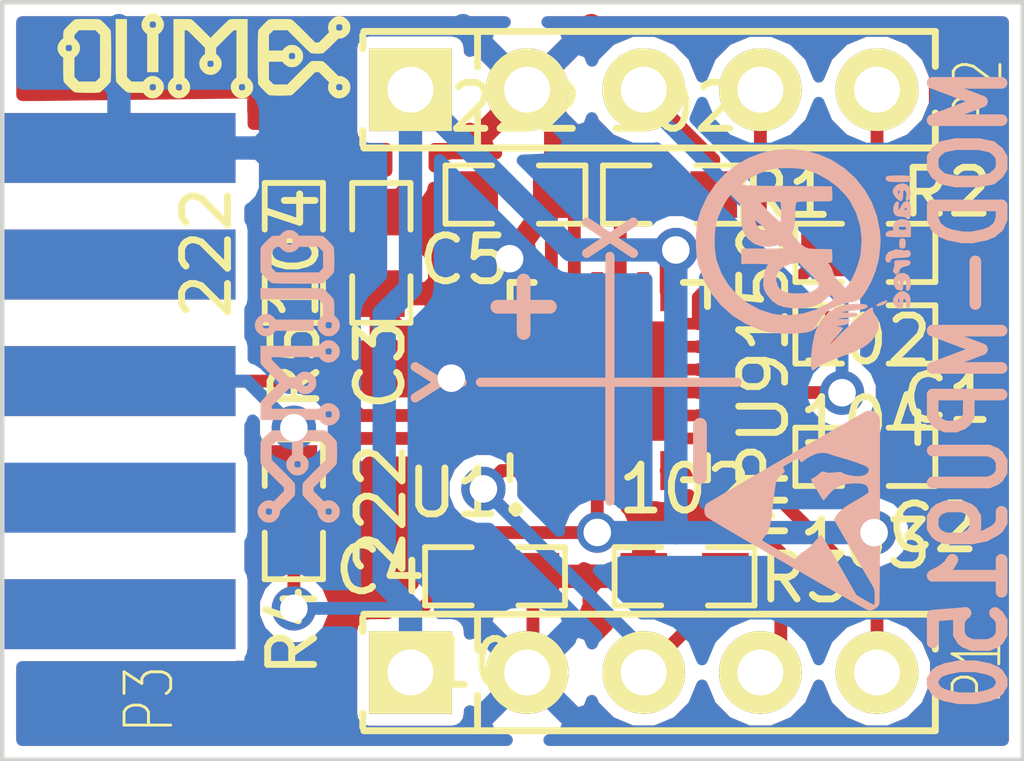
<source format=kicad_pcb>
(kicad_pcb (version 4) (host pcbnew 0.201503090816+5484~22~ubuntu14.10.1-product)

  (general
    (links 42)
    (no_connects 0)
    (area 126.726879 80.09848 155.625001 99.92312)
    (thickness 1.6)
    (drawings 13)
    (tracks 140)
    (zones 0)
    (modules 18)
    (nets 27)
  )

  (page A4)
  (layers
    (0 F.Cu signal hide)
    (31 B.Cu signal hide)
    (32 B.Adhes user hide)
    (33 F.Adhes user hide)
    (34 B.Paste user hide)
    (35 F.Paste user hide)
    (36 B.SilkS user hide)
    (37 F.SilkS user)
    (38 B.Mask user hide)
    (39 F.Mask user hide)
    (40 Dwgs.User user hide)
    (41 Cmts.User user hide)
    (42 Eco1.User user hide)
    (43 Eco2.User user hide)
    (44 Edge.Cuts user)
    (45 Margin user hide)
    (46 B.CrtYd user hide)
    (47 F.CrtYd user hide)
    (48 B.Fab user hide)
    (49 F.Fab user hide)
  )

  (setup
    (last_trace_width 0.2794)
    (trace_clearance 0.19812)
    (zone_clearance 0.254)
    (zone_45_only no)
    (trace_min 0.2032)
    (segment_width 0.2)
    (edge_width 0.1)
    (via_size 0.9652)
    (via_drill 0.599999)
    (via_min_size 0.889)
    (via_min_drill 0.508)
    (uvia_size 0.508)
    (uvia_drill 0.127)
    (uvias_allowed no)
    (uvia_min_size 0.508)
    (uvia_min_drill 0.127)
    (pcb_text_width 0.3)
    (pcb_text_size 1.5 1.5)
    (mod_edge_width 0.15)
    (mod_text_size 0.762 1.016)
    (mod_text_width 0.0635)
    (pad_size 1.30048 1.30048)
    (pad_drill 0)
    (pad_to_mask_clearance 0)
    (aux_axis_origin 0 0)
    (visible_elements FFFEFF7F)
    (pcbplotparams
      (layerselection 0x010f8_80000001)
      (usegerberextensions false)
      (excludeedgelayer true)
      (linewidth 0.100000)
      (plotframeref false)
      (viasonmask false)
      (mode 1)
      (useauxorigin false)
      (hpglpennumber 1)
      (hpglpenspeed 20)
      (hpglpendiameter 15)
      (hpglpenoverlay 2)
      (psnegative false)
      (psa4output false)
      (plotreference false)
      (plotvalue false)
      (plotinvisibletext false)
      (padsonsilk false)
      (subtractmaskfromsilk false)
      (outputformat 1)
      (mirror false)
      (drillshape 0)
      (scaleselection 1)
      (outputdirectory ""))
  )

  (net 0 "")
  (net 1 "Net-(C1-Pad1)")
  (net 2 GND)
  (net 3 VDD)
  (net 4 CLKIN)
  (net 5 "Net-(P3-Pad3)")
  (net 6 "Net-(P3-Pad4)")
  (net 7 /SCL)
  (net 8 /SDA)
  (net 9 "Net-(P3-Pad7)")
  (net 10 "Net-(P3-Pad8)")
  (net 11 "Net-(P3-Pad9)")
  (net 12 "Net-(P3-Pad10)")
  (net 13 "Net-(U1-Pad2)")
  (net 14 "Net-(U1-Pad4)")
  (net 15 "Net-(U1-Pad5)")
  (net 16 "Net-(U1-Pad14)")
  (net 17 "Net-(U1-Pad16)")
  (net 18 "Net-(U1-Pad19)")
  (net 19 "Net-(U1-Pad21)")
  (net 20 "Net-(U1-Pad22)")
  (net 21 "Net-(P1-Pad4)")
  (net 22 AD0)
  (net 23 "Net-(P2-Pad4)")
  (net 24 "Net-(P2-Pad5)")
  (net 25 "Net-(C5-Pad2)")
  (net 26 "Net-(P1-Pad5)")

  (net_class Default "This is the default net class."
    (clearance 0.19812)
    (trace_width 0.2794)
    (via_dia 0.9652)
    (via_drill 0.599999)
    (uvia_dia 0.508)
    (uvia_drill 0.127)
    (add_net /SCL)
    (add_net /SDA)
    (add_net AD0)
    (add_net CLKIN)
    (add_net "Net-(C1-Pad1)")
    (add_net "Net-(C5-Pad2)")
    (add_net "Net-(P1-Pad4)")
    (add_net "Net-(P1-Pad5)")
    (add_net "Net-(P2-Pad4)")
    (add_net "Net-(P2-Pad5)")
    (add_net "Net-(P3-Pad10)")
    (add_net "Net-(P3-Pad3)")
    (add_net "Net-(P3-Pad4)")
    (add_net "Net-(P3-Pad7)")
    (add_net "Net-(P3-Pad8)")
    (add_net "Net-(P3-Pad9)")
    (add_net "Net-(U1-Pad14)")
    (add_net "Net-(U1-Pad16)")
    (add_net "Net-(U1-Pad19)")
    (add_net "Net-(U1-Pad2)")
    (add_net "Net-(U1-Pad21)")
    (add_net "Net-(U1-Pad22)")
    (add_net "Net-(U1-Pad4)")
    (add_net "Net-(U1-Pad5)")
  )

  (net_class fatpower ""
    (clearance 0.19812)
    (trace_width 0.2794)
    (via_dia 0.9652)
    (via_drill 0.599999)
    (uvia_dia 0.508)
    (uvia_drill 0.127)
  )

  (net_class power ""
    (clearance 0.19812)
    (trace_width 0.508)
    (via_dia 0.9652)
    (via_drill 0.599999)
    (uvia_dia 0.508)
    (uvia_drill 0.127)
    (add_net GND)
    (add_net VDD)
  )

  (module UEXTF (layer F.Cu) (tedit 54FEFDC9) (tstamp 54F971C0)
    (at 130.81 88.9)
    (path /54F82F55)
    (fp_text reference P3 (at 5.7404 6.9342 90) (layer F.SilkS)
      (effects (font (size 1.016 0.762) (thickness 0.0635)))
    )
    (fp_text value HE10-10 (at 0 -3.81) (layer F.Fab)
      (effects (font (size 1 1) (thickness 0.15)))
    )
    (fp_line (start 2.54 -6.35) (end 2.54 6.35) (layer F.Fab) (width 0.15))
    (fp_line (start -3.81 -1.27) (end -2.54 -1.27) (layer F.Fab) (width 0.15))
    (fp_line (start -2.54 -1.27) (end 1.27 -1.27) (layer F.Fab) (width 0.15))
    (fp_line (start 1.27 -1.27) (end 1.27 1.27) (layer F.Fab) (width 0.15))
    (fp_line (start 1.27 1.27) (end -3.81 1.27) (layer F.Fab) (width 0.15))
    (fp_line (start 2.54 -6.35) (end -3.81 -6.35) (layer F.Fab) (width 0.15))
    (fp_line (start -3.81 -6.35) (end -3.81 6.35) (layer F.Fab) (width 0.15))
    (fp_line (start -3.81 6.35) (end 2.54 6.35) (layer F.Fab) (width 0.15))
    (pad 1 smd rect (at 5.08 -5.08) (size 5.08 1.524) (layers F.Cu F.Mask)
      (net 3 VDD))
    (pad 2 smd rect (at 5.08 -5.08) (size 5.08 1.524) (layers B.Cu B.Mask)
      (net 2 GND))
    (pad 3 smd rect (at 5.08 -2.54) (size 5.08 1.524) (layers F.Cu F.Mask)
      (net 5 "Net-(P3-Pad3)"))
    (pad 4 smd rect (at 5.08 -2.54) (size 5.08 1.524) (layers B.Cu B.Mask)
      (net 6 "Net-(P3-Pad4)"))
    (pad 5 smd rect (at 5.08 0) (size 5.08 1.524) (layers F.Cu F.Mask)
      (net 7 /SCL))
    (pad 6 smd rect (at 5.08 0) (size 5.08 1.524) (layers B.Cu B.Mask)
      (net 8 /SDA))
    (pad 7 smd rect (at 5.08 2.54) (size 5.08 1.524) (layers F.Cu F.Mask)
      (net 9 "Net-(P3-Pad7)"))
    (pad 8 smd rect (at 5.08 2.54) (size 5.08 1.524) (layers B.Cu B.Mask)
      (net 10 "Net-(P3-Pad8)"))
    (pad 9 smd rect (at 5.08 5.08) (size 5.08 1.524) (layers F.Cu F.Mask)
      (net 11 "Net-(P3-Pad9)"))
    (pad 10 smd rect (at 5.08 5.08) (size 5.08 1.524) (layers B.Cu B.Mask)
      (net 12 "Net-(P3-Pad10)"))
  )

  (module sips:SIP5_Housing locked (layer F.Cu) (tedit 54FEFD76) (tstamp 54F971AA)
    (at 147.32 82.55)
    (descr SIP5)
    (tags SIP5)
    (path /54F97189)
    (fp_text reference P2 (at 7.2898 0.0508 90) (layer F.SilkS)
      (effects (font (size 1.016 0.762) (thickness 0.0635)))
    )
    (fp_text value CONN_01X05 (at -0.1 3.7) (layer F.SilkS) hide
      (effects (font (size 1 1) (thickness 0.15)))
    )
    (fp_line (start 6.35 0.508) (end 6.35 1.27) (layer F.SilkS) (width 0.15))
    (fp_line (start 6.35 1.27) (end -6.096 1.27) (layer F.SilkS) (width 0.15))
    (fp_line (start -6.096 -1.27) (end 6.35 -1.27) (layer F.SilkS) (width 0.15))
    (fp_line (start 6.35 -1.27) (end 6.35 -0.508) (layer F.SilkS) (width 0.15))
    (fp_line (start -3.62 1.192) (end -3.62 0.492) (layer F.SilkS) (width 0.15))
    (fp_line (start -3.62 -1.192) (end -3.62 -0.492) (layer F.SilkS) (width 0.15))
    (fp_line (start -6.12 1.192) (end -6.12 0.892) (layer F.SilkS) (width 0.15))
    (fp_line (start -6.12 -1.192) (end -6.12 -0.892) (layer F.SilkS) (width 0.15))
    (pad 1 thru_hole rect (at -5.08 0 90) (size 1.8 1.8) (drill 1) (layers *.Cu *.Mask F.SilkS)
      (net 3 VDD))
    (pad 2 thru_hole circle (at -2.54 0 90) (size 1.8 1.8) (drill 1) (layers *.Cu *.Mask F.SilkS)
      (net 2 GND))
    (pad 3 thru_hole circle (at 0 0 90) (size 1.8 1.8) (drill 1) (layers *.Cu *.Mask F.SilkS)
      (net 22 AD0))
    (pad 4 thru_hole circle (at 2.54 0 90) (size 1.8 1.8) (drill 1) (layers *.Cu *.Mask F.SilkS)
      (net 23 "Net-(P2-Pad4)"))
    (pad 5 thru_hole circle (at 5.08 0 90) (size 1.8 1.8) (drill 1) (layers *.Cu *.Mask F.SilkS)
      (net 24 "Net-(P2-Pad5)"))
    (model Housings_SIP/SIP9_Housing.wrl
      (at (xyz 0 0 0))
      (scale (xyz 0.3937 0.3937 0.3937))
      (rotate (xyz 0 0 0))
    )
  )

  (module SIP5_Housing locked (layer F.Cu) (tedit 54FEFD7F) (tstamp 54F97199)
    (at 147.32 95.25)
    (descr SIP5)
    (tags SIP5)
    (path /54F96681)
    (fp_text reference P1 (at 7.2644 -0.0254 90) (layer F.SilkS)
      (effects (font (size 1.016 0.762) (thickness 0.0635)))
    )
    (fp_text value CONN_01X05 (at -0.1 3.7) (layer F.SilkS) hide
      (effects (font (size 1 1) (thickness 0.15)))
    )
    (fp_line (start 6.35 0.508) (end 6.35 1.27) (layer F.SilkS) (width 0.15))
    (fp_line (start 6.35 1.27) (end -6.096 1.27) (layer F.SilkS) (width 0.15))
    (fp_line (start -6.096 -1.27) (end 6.35 -1.27) (layer F.SilkS) (width 0.15))
    (fp_line (start 6.35 -1.27) (end 6.35 -0.508) (layer F.SilkS) (width 0.15))
    (fp_line (start -3.62 1.192) (end -3.62 0.492) (layer F.SilkS) (width 0.15))
    (fp_line (start -3.62 -1.192) (end -3.62 -0.492) (layer F.SilkS) (width 0.15))
    (fp_line (start -6.12 1.192) (end -6.12 0.892) (layer F.SilkS) (width 0.15))
    (fp_line (start -6.12 -1.192) (end -6.12 -0.892) (layer F.SilkS) (width 0.15))
    (pad 1 thru_hole rect (at -5.08 0 90) (size 1.8 1.8) (drill 1) (layers *.Cu *.Mask F.SilkS)
      (net 3 VDD))
    (pad 2 thru_hole circle (at -2.54 0 90) (size 1.8 1.8) (drill 1) (layers *.Cu *.Mask F.SilkS)
      (net 2 GND))
    (pad 3 thru_hole circle (at 0 0 90) (size 1.8 1.8) (drill 1) (layers *.Cu *.Mask F.SilkS)
      (net 4 CLKIN))
    (pad 4 thru_hole circle (at 2.54 0 90) (size 1.8 1.8) (drill 1) (layers *.Cu *.Mask F.SilkS)
      (net 21 "Net-(P1-Pad4)"))
    (pad 5 thru_hole circle (at 5.08 0 90) (size 1.8 1.8) (drill 1) (layers *.Cu *.Mask F.SilkS)
      (net 26 "Net-(P1-Pad5)"))
    (model Housings_SIP/SIP9_Housing.wrl
      (at (xyz 0 0 0))
      (scale (xyz 0.3937 0.3937 0.3937))
      (rotate (xyz 0 0 0))
    )
  )

  (module kicad_wrk:LOGO_OLIMEX_80 (layer F.Cu) (tedit 54FEAC7E) (tstamp 54FEAE96)
    (at 137.7442 81.8134)
    (fp_text reference G*** (at 0 0) (layer F.SilkS) hide
      (effects (font (thickness 0.3)))
    )
    (fp_text value LOGO (at 0.75 0) (layer F.SilkS) hide
      (effects (font (thickness 0.3)))
    )
    (fp_poly (pts (xy -0.879158 0.672094) (xy -0.881346 0.720273) (xy -0.891306 0.763558) (xy -0.897255 0.777742)
      (xy -0.920793 0.814381) (xy -0.953539 0.850932) (xy -0.99044 0.88235) (xy -1.020578 0.9009)
      (xy -1.04394 0.90874) (xy -1.04394 0.68199) (xy -1.047007 0.647795) (xy -1.057575 0.625738)
      (xy -1.077698 0.613723) (xy -1.109429 0.609655) (xy -1.114874 0.6096) (xy -1.140529 0.611375)
      (xy -1.161358 0.615908) (xy -1.168632 0.619329) (xy -1.181853 0.637325) (xy -1.188833 0.663871)
      (xy -1.189563 0.693647) (xy -1.184032 0.72133) (xy -1.172232 0.741597) (xy -1.168862 0.744483)
      (xy -1.148757 0.752266) (xy -1.121251 0.754816) (xy -1.09248 0.752429) (xy -1.06858 0.745406)
      (xy -1.05918 0.73914) (xy -1.049325 0.724456) (xy -1.044725 0.702999) (xy -1.04394 0.68199)
      (xy -1.04394 0.90874) (xy -1.056554 0.912973) (xy -1.099649 0.919359) (xy -1.143567 0.9197)
      (xy -1.18201 0.913637) (xy -1.19127 0.910617) (xy -1.222768 0.895013) (xy -1.255897 0.872825)
      (xy -1.28544 0.847987) (xy -1.306183 0.824432) (xy -1.30683 0.823459) (xy -1.32207 0.800144)
      (xy -1.48424 0.800122) (xy -1.543508 0.799844) (xy -1.589414 0.798956) (xy -1.623824 0.797349)
      (xy -1.648609 0.794914) (xy -1.665637 0.791544) (xy -1.672555 0.789176) (xy -1.687884 0.77954)
      (xy -1.711138 0.760971) (xy -1.740051 0.73567) (xy -1.772357 0.70584) (xy -1.805792 0.673686)
      (xy -1.83809 0.641409) (xy -1.866985 0.611213) (xy -1.890212 0.5853) (xy -1.905505 0.565874)
      (xy -1.909864 0.55841) (xy -1.911727 0.551664) (xy -1.913363 0.540195) (xy -1.914787 0.523117)
      (xy -1.916012 0.499543) (xy -1.917049 0.468586) (xy -1.917914 0.429358) (xy -1.918619 0.380974)
      (xy -1.919178 0.322546) (xy -1.919603 0.253186) (xy -1.919909 0.172009) (xy -1.920108 0.078128)
      (xy -1.920213 -0.029346) (xy -1.92024 -0.133105) (xy -1.92024 -0.8001) (xy -1.80213 -0.8001)
      (xy -1.68402 -0.8001) (xy -1.68402 -0.169341) (xy -1.68402 0.461419) (xy -1.632394 0.512649)
      (xy -1.580768 0.56388) (xy -1.451419 0.563858) (xy -1.32207 0.563836) (xy -1.30683 0.540521)
      (xy -1.287434 0.518018) (xy -1.259043 0.493525) (xy -1.226719 0.470942) (xy -1.195523 0.454166)
      (xy -1.193597 0.453345) (xy -1.154747 0.44349) (xy -1.109329 0.441731) (xy -1.063493 0.447766)
      (xy -1.023389 0.461292) (xy -1.022417 0.461771) (xy -0.977989 0.490317) (xy -0.937499 0.528143)
      (xy -0.905754 0.570504) (xy -0.898008 0.584683) (xy -0.88472 0.624928) (xy -0.879158 0.672094)
      (xy -0.879158 0.672094)) (layer F.SilkS) (width 0.009))
    (fp_poly (pts (xy 1.065057 0.657021) (xy 1.064454 0.705796) (xy 1.05517 0.752946) (xy 1.045576 0.777742)
      (xy 1.022415 0.814127) (xy 0.989912 0.850594) (xy 0.953084 0.882112) (xy 0.922522 0.901065)
      (xy 0.89916 0.908681) (xy 0.89916 0.68199) (xy 0.896093 0.647795) (xy 0.885525 0.625738)
      (xy 0.865402 0.613723) (xy 0.833671 0.609655) (xy 0.828226 0.6096) (xy 0.802571 0.611375)
      (xy 0.781742 0.615908) (xy 0.774468 0.619329) (xy 0.761247 0.637325) (xy 0.754267 0.663871)
      (xy 0.753537 0.693647) (xy 0.759068 0.72133) (xy 0.770868 0.741597) (xy 0.774238 0.744483)
      (xy 0.794343 0.752266) (xy 0.821849 0.754816) (xy 0.85062 0.752429) (xy 0.87452 0.745406)
      (xy 0.88392 0.73914) (xy 0.893775 0.724456) (xy 0.898375 0.702999) (xy 0.89916 0.68199)
      (xy 0.89916 0.908681) (xy 0.882719 0.914041) (xy 0.835735 0.919235) (xy 0.787475 0.916672)
      (xy 0.74385 0.906373) (xy 0.729463 0.900312) (xy 0.686301 0.872247) (xy 0.646304 0.833753)
      (xy 0.614119 0.78957) (xy 0.605835 0.774204) (xy 0.591288 0.731365) (xy 0.585474 0.683759)
      (xy 0.588683 0.637372) (xy 0.597649 0.605862) (xy 0.61422 0.574163) (xy 0.636769 0.541285)
      (xy 0.661444 0.512253) (xy 0.684396 0.492092) (xy 0.685301 0.49149) (xy 0.708616 0.47625)
      (xy 0.708638 -0.043815) (xy 0.70866 -0.56388) (xy 0.676219 -0.56388) (xy 0.667486 -0.563673)
      (xy 0.659286 -0.562356) (xy 0.650402 -0.558888) (xy 0.639618 -0.552225) (xy 0.625714 -0.541327)
      (xy 0.607476 -0.52515) (xy 0.583683 -0.502653) (xy 0.553121 -0.472792) (xy 0.514571 -0.434527)
      (xy 0.466816 -0.386814) (xy 0.451429 -0.37142) (xy 0.25908 -0.17896) (xy 0.259102 -0.106625)
      (xy 0.259267 -0.073001) (xy 0.260354 -0.051158) (xy 0.263283 -0.037639) (xy 0.268977 -0.028985)
      (xy 0.278356 -0.021737) (xy 0.282439 -0.01905) (xy 0.307862 0.003062) (xy 0.333698 0.034597)
      (xy 0.356162 0.070331) (xy 0.370732 0.10282) (xy 0.379257 0.146481) (xy 0.378654 0.195256)
      (xy 0.36937 0.242406) (xy 0.359776 0.267202) (xy 0.336615 0.303587) (xy 0.304112 0.340053)
      (xy 0.267284 0.371572) (xy 0.236722 0.390524) (xy 0.21336 0.398141) (xy 0.21336 0.17145)
      (xy 0.210293 0.137255) (xy 0.199725 0.115198) (xy 0.179602 0.103183) (xy 0.147871 0.099115)
      (xy 0.142426 0.09906) (xy 0.116771 0.100835) (xy 0.095942 0.105368) (xy 0.088668 0.108789)
      (xy 0.075447 0.126785) (xy 0.068467 0.153331) (xy 0.067737 0.183107) (xy 0.073268 0.21079)
      (xy 0.085068 0.231057) (xy 0.088438 0.233943) (xy 0.108543 0.241726) (xy 0.136049 0.244276)
      (xy 0.16482 0.241889) (xy 0.18872 0.234866) (xy 0.19812 0.2286) (xy 0.207975 0.213916)
      (xy 0.212575 0.192459) (xy 0.21336 0.17145) (xy 0.21336 0.398141) (xy 0.196919 0.403501)
      (xy 0.149935 0.408695) (xy 0.101675 0.406132) (xy 0.05805 0.395833) (xy 0.043664 0.389772)
      (xy 0.000501 0.361707) (xy -0.039496 0.323213) (xy -0.071681 0.27903) (xy -0.079965 0.263664)
      (xy -0.094512 0.220825) (xy -0.100326 0.173219) (xy -0.097117 0.126832) (xy -0.088151 0.095322)
      (xy -0.07158 0.063623) (xy -0.049031 0.030745) (xy -0.024356 0.001713) (xy -0.001404 -0.018448)
      (xy -0.000499 -0.01905) (xy 0.010306 -0.026595) (xy 0.01712 -0.0344) (xy 0.020864 -0.045922)
      (xy 0.02246 -0.064621) (xy 0.022828 -0.093954) (xy 0.022838 -0.106625) (xy 0.02286 -0.17896)
      (xy -0.169489 -0.37142) (xy -0.220076 -0.422001) (xy -0.261113 -0.46284) (xy -0.293817 -0.494978)
      (xy -0.319406 -0.519457) (xy -0.339096 -0.537321) (xy -0.354105 -0.54961) (xy -0.36565 -0.557368)
      (xy -0.374949 -0.561636) (xy -0.383219 -0.563457) (xy -0.391677 -0.563873) (xy -0.394279 -0.56388)
      (xy -0.42672 -0.56388) (xy -0.426698 -0.043815) (xy -0.426676 0.47625) (xy -0.403361 0.49149)
      (xy -0.377938 0.513602) (xy -0.352102 0.545137) (xy -0.329638 0.580871) (xy -0.315068 0.61336)
      (xy -0.306543 0.657021) (xy -0.307146 0.705796) (xy -0.31643 0.752946) (xy -0.326024 0.777742)
      (xy -0.349244 0.814213) (xy -0.381795 0.850694) (xy -0.418633 0.882136) (xy -0.449078 0.9009)
      (xy -0.47244 0.908751) (xy -0.47244 0.68199) (xy -0.475507 0.647795) (xy -0.486075 0.625738)
      (xy -0.506198 0.613723) (xy -0.537929 0.609655) (xy -0.543374 0.6096) (xy -0.569029 0.611375)
      (xy -0.589858 0.615908) (xy -0.597132 0.619329) (xy -0.610353 0.637325) (xy -0.617333 0.663871)
      (xy -0.618063 0.693647) (xy -0.612532 0.72133) (xy -0.600732 0.741597) (xy -0.597362 0.744483)
      (xy -0.577257 0.752266) (xy -0.549751 0.754816) (xy -0.52098 0.752429) (xy -0.49708 0.745406)
      (xy -0.48768 0.73914) (xy -0.477825 0.724456) (xy -0.473225 0.702999) (xy -0.47244 0.68199)
      (xy -0.47244 0.908751) (xy -0.484708 0.912874) (xy -0.527464 0.91929) (xy -0.571083 0.919784)
      (xy -0.609303 0.913993) (xy -0.619326 0.91077) (xy -0.669193 0.884326) (xy -0.714551 0.846044)
      (xy -0.752 0.799288) (xy -0.774177 0.757577) (xy -0.782269 0.726138) (xy -0.785352 0.687049)
      (xy -0.783436 0.647051) (xy -0.776532 0.612885) (xy -0.773951 0.605862) (xy -0.75738 0.574163)
      (xy -0.734831 0.541285) (xy -0.710156 0.512253) (xy -0.687204 0.492092) (xy -0.686299 0.49149)
      (xy -0.662984 0.47625) (xy -0.662962 -0.161925) (xy -0.66294 -0.8001) (xy -0.480556 -0.8001)
      (xy -0.421749 -0.79976) (xy -0.37035 -0.798786) (xy -0.328202 -0.797252) (xy -0.297145 -0.795229)
      (xy -0.279021 -0.792789) (xy -0.276721 -0.79212) (xy -0.266527 -0.785023) (xy -0.246982 -0.768346)
      (xy -0.219439 -0.743357) (xy -0.185252 -0.711326) (xy -0.145776 -0.673519) (xy -0.102363 -0.631205)
      (xy -0.057096 -0.586379) (xy 0.141079 -0.388617) (xy 0.335335 -0.583696) (xy 0.380938 -0.629113)
      (xy 0.424097 -0.671375) (xy 0.463422 -0.709177) (xy 0.497523 -0.741209) (xy 0.525009 -0.766165)
      (xy 0.544491 -0.782736) (xy 0.55411 -0.789437) (xy 0.566272 -0.79306) (xy 0.58513 -0.795828)
      (xy 0.612393 -0.797828) (xy 0.649768 -0.799148) (xy 0.698961 -0.799877) (xy 0.761679 -0.8001)
      (xy 0.761755 -0.8001) (xy 0.94488 -0.8001) (xy 0.944902 -0.161925) (xy 0.944924 0.47625)
      (xy 0.968239 0.49149) (xy 0.993662 0.513602) (xy 1.019498 0.545137) (xy 1.041962 0.580871)
      (xy 1.056532 0.61336) (xy 1.065057 0.657021) (xy 1.065057 0.657021)) (layer F.SilkS) (width 0.009))
    (fp_poly (pts (xy 3.182302 0.672094) (xy 3.180114 0.720273) (xy 3.170154 0.763558) (xy 3.164205 0.777742)
      (xy 3.140667 0.814381) (xy 3.107921 0.850932) (xy 3.07102 0.88235) (xy 3.040882 0.9009)
      (xy 3.01752 0.908751) (xy 3.01752 0.68199) (xy 3.014454 0.647795) (xy 3.003885 0.625738)
      (xy 2.983762 0.613723) (xy 2.952031 0.609655) (xy 2.946586 0.6096) (xy 2.920931 0.611375)
      (xy 2.900102 0.615908) (xy 2.892828 0.619329) (xy 2.879607 0.637325) (xy 2.872627 0.663871)
      (xy 2.871897 0.693647) (xy 2.877428 0.72133) (xy 2.889228 0.741597) (xy 2.892597 0.744483)
      (xy 2.912703 0.752266) (xy 2.940209 0.754816) (xy 2.96898 0.752429) (xy 2.99288 0.745406)
      (xy 3.00228 0.73914) (xy 3.012135 0.724456) (xy 3.016735 0.702999) (xy 3.01752 0.68199)
      (xy 3.01752 0.908751) (xy 3.005252 0.912874) (xy 2.962496 0.91929) (xy 2.918877 0.919784)
      (xy 2.880657 0.913993) (xy 2.870634 0.91077) (xy 2.820767 0.884326) (xy 2.775409 0.846044)
      (xy 2.73796 0.799288) (xy 2.715783 0.757577) (xy 2.707614 0.725803) (xy 2.704589 0.686414)
      (xy 2.706685 0.646131) (xy 2.713879 0.611675) (xy 2.716314 0.605133) (xy 2.72848 0.576015)
      (xy 2.61592 0.463267) (xy 2.503361 0.35052) (xy 2.461311 0.35052) (xy 2.419261 0.35052)
      (xy 2.175465 0.595123) (xy 2.124437 0.646019) (xy 2.075963 0.693788) (xy 2.031248 0.737287)
      (xy 1.991496 0.775369) (xy 1.957911 0.806888) (xy 1.931696 0.830701) (xy 1.914057 0.84566)
      (xy 1.90715 0.850393) (xy 1.891417 0.853808) (xy 1.862922 0.856628) (xy 1.824134 0.858854)
      (xy 1.777518 0.860484) (xy 1.725543 0.861516) (xy 1.670675 0.861948) (xy 1.615381 0.86178)
      (xy 1.562129 0.861009) (xy 1.513386 0.859635) (xy 1.471618 0.857655) (xy 1.439294 0.855069)
      (xy 1.41888 0.851874) (xy 1.41517 0.850684) (xy 1.400549 0.841068) (xy 1.378155 0.822197)
      (xy 1.350192 0.796336) (xy 1.318862 0.765749) (xy 1.286368 0.732703) (xy 1.254914 0.699462)
      (xy 1.226702 0.668293) (xy 1.203935 0.641461) (xy 1.188817 0.621231) (xy 1.184404 0.613375)
      (xy 1.182119 0.600253) (xy 1.18007 0.573392) (xy 1.178257 0.534292) (xy 1.176681 0.484453)
      (xy 1.175342 0.425374) (xy 1.174239 0.358556) (xy 1.173373 0.285497) (xy 1.172744 0.207698)
      (xy 1.172351 0.126658) (xy 1.172194 0.043877) (xy 1.172275 -0.039146) (xy 1.172591 -0.120911)
      (xy 1.173145 -0.199918) (xy 1.173935 -0.274667) (xy 1.174961 -0.34366) (xy 1.176224 -0.405396)
      (xy 1.177724 -0.458375) (xy 1.17946 -0.501099) (xy 1.181433 -0.532067) (xy 1.183642 -0.549779)
      (xy 1.184404 -0.552415) (xy 1.19404 -0.567744) (xy 1.212609 -0.590998) (xy 1.23791 -0.619911)
      (xy 1.267739 -0.652217) (xy 1.299894 -0.685652) (xy 1.332171 -0.71795) (xy 1.362367 -0.746845)
      (xy 1.38828 -0.770072) (xy 1.407706 -0.785365) (xy 1.41517 -0.789724) (xy 1.431101 -0.793119)
      (xy 1.459757 -0.795907) (xy 1.498674 -0.798087) (xy 1.545382 -0.799661) (xy 1.597415 -0.800631)
      (xy 1.652307 -0.800999) (xy 1.707589 -0.800765) (xy 1.760794 -0.799932) (xy 1.809456 -0.7985)
      (xy 1.851107 -0.796471) (xy 1.883281 -0.793847) (xy 1.903509 -0.790628) (xy 1.90715 -0.789433)
      (xy 1.917514 -0.781921) (xy 1.937362 -0.764691) (xy 1.96549 -0.738888) (xy 2.000695 -0.705657)
      (xy 2.041772 -0.666145) (xy 2.087517 -0.621496) (xy 2.136727 -0.572856) (xy 2.175465 -0.534163)
      (xy 2.419261 -0.28956) (xy 2.461311 -0.28956) (xy 2.503361 -0.28956) (xy 2.61592 -0.402308)
      (xy 2.72848 -0.515055) (xy 2.716314 -0.544173) (xy 2.705577 -0.586339) (xy 2.704378 -0.63419)
      (xy 2.71244 -0.681756) (xy 2.724195 -0.713244) (xy 2.755079 -0.76138) (xy 2.796527 -0.804333)
      (xy 2.843901 -0.837431) (xy 2.851217 -0.841249) (xy 2.900737 -0.857898) (xy 2.954213 -0.862044)
      (xy 3.006887 -0.853685) (xy 3.039043 -0.841249) (xy 3.083471 -0.812703) (xy 3.123961 -0.774877)
      (xy 3.155706 -0.732516) (xy 3.163452 -0.718337) (xy 3.173498 -0.694074) (xy 3.179052 -0.668741)
      (xy 3.181201 -0.636441) (xy 3.18135 -0.62103) (xy 3.177866 -0.571049) (xy 3.166083 -0.529556)
      (xy 3.144006 -0.491811) (xy 3.111366 -0.454794) (xy 3.064104 -0.416187) (xy 3.01752 -0.393966)
      (xy 3.01752 -0.62103) (xy 3.014454 -0.655225) (xy 3.003885 -0.677282) (xy 2.983762 -0.689297)
      (xy 2.952031 -0.693365) (xy 2.946586 -0.69342) (xy 2.920931 -0.691645) (xy 2.900102 -0.687112)
      (xy 2.892828 -0.683691) (xy 2.879607 -0.665695) (xy 2.872627 -0.639149) (xy 2.871897 -0.609373)
      (xy 2.877428 -0.58169) (xy 2.889228 -0.561423) (xy 2.892597 -0.558537) (xy 2.912703 -0.550754)
      (xy 2.940209 -0.548204) (xy 2.96898 -0.550591) (xy 2.99288 -0.557614) (xy 3.00228 -0.56388)
      (xy 3.012135 -0.578564) (xy 3.016735 -0.600021) (xy 3.01752 -0.62103) (xy 3.01752 -0.393966)
      (xy 3.013808 -0.392195) (xy 2.964594 -0.382654) (xy 2.92227 -0.379491) (xy 2.76606 -0.2244)
      (xy 2.725079 -0.184164) (xy 2.686617 -0.147251) (xy 2.652256 -0.115115) (xy 2.623578 -0.089207)
      (xy 2.602163 -0.070977) (xy 2.589594 -0.061879) (xy 2.588399 -0.061325) (xy 2.569362 -0.05743)
      (xy 2.539132 -0.054803) (xy 2.501425 -0.053406) (xy 2.459957 -0.053199) (xy 2.418445 -0.054145)
      (xy 2.380604 -0.056205) (xy 2.35015 -0.059341) (xy 2.3308 -0.063513) (xy 2.32957 -0.064007)
      (xy 2.319206 -0.071519) (xy 2.299358 -0.088749) (xy 2.27123 -0.114552) (xy 2.236025 -0.147783)
      (xy 2.194948 -0.187295) (xy 2.149203 -0.231944) (xy 2.099993 -0.280584) (xy 2.061255 -0.319277)
      (xy 1.817459 -0.56388) (xy 1.66481 -0.56388) (xy 1.512161 -0.56388) (xy 1.460931 -0.512254)
      (xy 1.4097 -0.460628) (xy 1.4097 -0.287464) (xy 1.4097 -0.1143) (xy 1.560195 -0.114322)
      (xy 1.71069 -0.114344) (xy 1.72593 -0.137659) (xy 1.745326 -0.160163) (xy 1.773717 -0.184655)
      (xy 1.806041 -0.207238) (xy 1.837237 -0.224014) (xy 1.839163 -0.224835) (xy 1.878013 -0.23469)
      (xy 1.923431 -0.236449) (xy 1.969267 -0.230414) (xy 2.009371 -0.216888) (xy 2.010343 -0.216409)
      (xy 2.054771 -0.187863) (xy 2.095261 -0.150037) (xy 2.127006 -0.107676) (xy 2.134752 -0.093497)
      (xy 2.14804 -0.053252) (xy 2.153602 -0.006086) (xy 2.151414 0.042093) (xy 2.141454 0.085378)
      (xy 2.135505 0.099562) (xy 2.112011 0.136149) (xy 2.079355 0.172619) (xy 2.042561 0.203954)
      (xy 2.012182 0.222616) (xy 1.98882 0.230398) (xy 1.98882 0.00381) (xy 1.985754 -0.030385)
      (xy 1.975185 -0.052442) (xy 1.955062 -0.064457) (xy 1.923331 -0.068525) (xy 1.917886 -0.06858)
      (xy 1.892231 -0.066805) (xy 1.871402 -0.062272) (xy 1.864128 -0.058851) (xy 1.850907 -0.040855)
      (xy 1.843927 -0.014309) (xy 1.843197 0.015467) (xy 1.848728 0.04315) (xy 1.860528 0.063417)
      (xy 1.863897 0.066303) (xy 1.884003 0.074086) (xy 1.911509 0.076636) (xy 1.94028 0.074249)
      (xy 1.96418 0.067226) (xy 1.97358 0.06096) (xy 1.983435 0.046276) (xy 1.988035 0.024819)
      (xy 1.98882 0.00381) (xy 1.98882 0.230398) (xy 1.969263 0.236912) (xy 1.92066 0.242798)
      (xy 1.873111 0.239826) (xy 1.8478 0.233572) (xy 1.81286 0.217662) (xy 1.777246 0.194849)
      (xy 1.746185 0.168921) (xy 1.72593 0.145279) (xy 1.71069 0.121964) (xy 1.560195 0.121942)
      (xy 1.4097 0.12192) (xy 1.4097 0.322149) (xy 1.4097 0.522379) (xy 1.461326 0.573609)
      (xy 1.512952 0.62484) (xy 1.665206 0.62484) (xy 1.817459 0.62484) (xy 2.061255 0.380237)
      (xy 2.112283 0.329341) (xy 2.160757 0.281572) (xy 2.205472 0.238073) (xy 2.245224 0.199991)
      (xy 2.278809 0.168471) (xy 2.305024 0.144659) (xy 2.322663 0.1297) (xy 2.32957 0.124967)
      (xy 2.349377 0.120076) (xy 2.380554 0.116587) (xy 2.419296 0.1145) (xy 2.461795 0.113815)
      (xy 2.504248 0.114532) (xy 2.542849 0.116652) (xy 2.573791 0.120174) (xy 2.59295 0.124957)
      (xy 2.60462 0.133043) (xy 2.625292 0.150536) (xy 2.653337 0.175926) (xy 2.687123 0.207701)
      (xy 2.725021 0.244352) (xy 2.765398 0.284368) (xy 2.769799 0.288787) (xy 2.922127 0.44196)
      (xy 2.960707 0.44196) (xy 3.005054 0.448929) (xy 3.05037 0.46836) (xy 3.093514 0.498042)
      (xy 3.131342 0.535763) (xy 3.160713 0.579309) (xy 3.163452 0.584683) (xy 3.17674 0.624928)
      (xy 3.182302 0.672094) (xy 3.182302 0.672094)) (layer F.SilkS) (width 0.009))
    (fp_poly (pts (xy -2.025681 0.010469) (xy -2.025804 0.091315) (xy -2.026172 0.170484) (xy -2.026785 0.246439)
      (xy -2.027644 0.317645) (xy -2.028749 0.382565) (xy -2.0301 0.439665) (xy -2.031699 0.487407)
      (xy -2.033545 0.524258) (xy -2.035639 0.54868) (xy -2.037564 0.55841) (xy -2.046923 0.572554)
      (xy -2.065292 0.594533) (xy -2.090489 0.622183) (xy -2.120328 0.653335) (xy -2.152626 0.685824)
      (xy -2.185198 0.717484) (xy -2.215862 0.746148) (xy -2.242432 0.76965) (xy -2.262726 0.785824)
      (xy -2.26314 0.786073) (xy -2.26314 0.46907) (xy -2.26314 0.004221) (xy -2.26314 -0.460628)
      (xy -2.314371 -0.512254) (xy -2.365601 -0.56388) (xy -2.544684 -0.56388) (xy -2.723768 -0.56388)
      (xy -2.775394 -0.512649) (xy -2.799286 -0.488642) (xy -2.814364 -0.471679) (xy -2.822656 -0.458094)
      (xy -2.826188 -0.44422) (xy -2.826988 -0.426391) (xy -2.826998 -0.419304) (xy -2.826183 -0.394307)
      (xy -2.822334 -0.379224) (xy -2.813293 -0.368757) (xy -2.803661 -0.36195) (xy -2.778993 -0.340557)
      (xy -2.753557 -0.309955) (xy -2.731257 -0.275439) (xy -2.71648 -0.243698) (xy -2.7056 -0.190908)
      (xy -2.708404 -0.136674) (xy -2.723955 -0.083848) (xy -2.751316 -0.035283) (xy -2.789551 0.006166)
      (xy -2.801709 0.015835) (xy -2.8266 0.03429) (xy -2.82681 0.247459) (xy -2.82702 0.460627)
      (xy -2.775789 0.512254) (xy -2.724559 0.56388) (xy -2.541679 0.56388) (xy -2.3588 0.56388)
      (xy -2.31097 0.516475) (xy -2.26314 0.46907) (xy -2.26314 0.786073) (xy -2.273161 0.792102)
      (xy -2.28819 0.794766) (xy -2.316033 0.796904) (xy -2.354405 0.798531) (xy -2.401022 0.79966)
      (xy -2.4536 0.800304) (xy -2.509856 0.800478) (xy -2.567503 0.800195) (xy -2.62426 0.79947)
      (xy -2.67784 0.798314) (xy -2.725961 0.796743) (xy -2.766337 0.79477) (xy -2.796686 0.792409)
      (xy -2.814721 0.789672) (xy -2.817252 0.788842) (xy -2.832298 0.779161) (xy -2.85525 0.760578)
      (xy -2.87274 0.745121) (xy -2.87274 -0.17145) (xy -2.875807 -0.205645) (xy -2.886375 -0.227702)
      (xy -2.906498 -0.239717) (xy -2.938229 -0.243785) (xy -2.943674 -0.24384) (xy -2.969329 -0.242065)
      (xy -2.990158 -0.237532) (xy -2.997432 -0.234111) (xy -3.010653 -0.216115) (xy -3.017633 -0.189569)
      (xy -3.018363 -0.159793) (xy -3.012832 -0.13211) (xy -3.001032 -0.111843) (xy -2.997662 -0.108957)
      (xy -2.977557 -0.101174) (xy -2.950051 -0.098624) (xy -2.92128 -0.101011) (xy -2.89738 -0.108034)
      (xy -2.88798 -0.1143) (xy -2.878125 -0.128984) (xy -2.873525 -0.150441) (xy -2.87274 -0.17145)
      (xy -2.87274 0.745121) (xy -2.883858 0.735295) (xy -2.915873 0.705509) (xy -2.949047 0.673423)
      (xy -2.981128 0.641234) (xy -3.009869 0.611144) (xy -3.03302 0.585352) (xy -3.048331 0.566058)
      (xy -3.052864 0.55841) (xy -3.055891 0.547799) (xy -3.058313 0.530833) (xy -3.060185 0.506081)
      (xy -3.061561 0.472113) (xy -3.062495 0.427498) (xy -3.063042 0.370806) (xy -3.063254 0.300605)
      (xy -3.063262 0.28409) (xy -3.063284 0.03429) (xy -3.086599 0.01905) (xy -3.109387 -0.000608)
      (xy -3.134068 -0.029357) (xy -3.15679 -0.062172) (xy -3.173704 -0.094028) (xy -3.174251 -0.095322)
      (xy -3.182502 -0.127227) (xy -3.185645 -0.166704) (xy -3.183683 -0.206965) (xy -3.176614 -0.241225)
      (xy -3.174251 -0.247578) (xy -3.15768 -0.279277) (xy -3.135131 -0.312155) (xy -3.110456 -0.341187)
      (xy -3.087504 -0.361348) (xy -3.086599 -0.36195) (xy -3.063284 -0.37719) (xy -3.063262 -0.450989)
      (xy -3.062435 -0.485581) (xy -3.060239 -0.516613) (xy -3.057065 -0.539411) (xy -3.055244 -0.546239)
      (xy -3.046782 -0.559575) (xy -3.029189 -0.581051) (xy -3.004585 -0.608527) (xy -2.975092 -0.639868)
      (xy -2.942832 -0.672933) (xy -2.909924 -0.705586) (xy -2.878492 -0.735688) (xy -2.850656 -0.761101)
      (xy -2.828538 -0.779687) (xy -2.814258 -0.789308) (xy -2.81393 -0.789455) (xy -2.798663 -0.792683)
      (xy -2.77048 -0.795387) (xy -2.731695 -0.797566) (xy -2.684623 -0.799218) (xy -2.631579 -0.800344)
      (xy -2.574877 -0.800941) (xy -2.516833 -0.801009) (xy -2.45976 -0.800546) (xy -2.405974 -0.799552)
      (xy -2.35779 -0.798024) (xy -2.317521 -0.795962) (xy -2.287483 -0.793365) (xy -2.269991 -0.790232)
      (xy -2.26861 -0.789724) (xy -2.253989 -0.780108) (xy -2.231595 -0.761237) (xy -2.203632 -0.735376)
      (xy -2.172302 -0.704789) (xy -2.139808 -0.671743) (xy -2.108354 -0.638502) (xy -2.080142 -0.607333)
      (xy -2.057375 -0.580501) (xy -2.042257 -0.560271) (xy -2.037844 -0.552415) (xy -2.035538 -0.539256)
      (xy -2.033473 -0.512417) (xy -2.03165 -0.473435) (xy -2.030069 -0.423844) (xy -2.028729 -0.365181)
      (xy -2.027633 -0.298981) (xy -2.026779 -0.226781) (xy -2.026169 -0.150115) (xy -2.025803 -0.07052)
      (xy -2.025681 0.010469) (xy -2.025681 0.010469)) (layer F.SilkS) (width 0.009))
    (fp_poly (pts (xy -0.877027 -0.677084) (xy -0.884353 -0.623998) (xy -0.90512 -0.572934) (xy -0.923467 -0.545138)
      (xy -0.943238 -0.522204) (xy -0.964684 -0.501389) (xy -0.972909 -0.494705) (xy -0.9978 -0.47625)
      (xy -0.99801 -0.062865) (xy -0.99822 0.35052) (xy -1.04394 0.35052) (xy -1.04394 -0.68199)
      (xy -1.047007 -0.716185) (xy -1.057575 -0.738242) (xy -1.077698 -0.750257) (xy -1.109429 -0.754325)
      (xy -1.114874 -0.75438) (xy -1.140529 -0.752605) (xy -1.161358 -0.748072) (xy -1.168632 -0.744651)
      (xy -1.181853 -0.726655) (xy -1.188833 -0.700109) (xy -1.189563 -0.670333) (xy -1.184032 -0.64265)
      (xy -1.172232 -0.622383) (xy -1.168862 -0.619497) (xy -1.148757 -0.611714) (xy -1.121251 -0.609164)
      (xy -1.09248 -0.611551) (xy -1.06858 -0.618574) (xy -1.05918 -0.62484) (xy -1.049325 -0.639524)
      (xy -1.044725 -0.660981) (xy -1.04394 -0.68199) (xy -1.04394 0.35052) (xy -1.11633 0.35052)
      (xy -1.23444 0.35052) (xy -1.234462 -0.062865) (xy -1.234484 -0.47625) (xy -1.257799 -0.49149)
      (xy -1.280587 -0.511148) (xy -1.305268 -0.539897) (xy -1.32799 -0.572712) (xy -1.344904 -0.604568)
      (xy -1.345451 -0.605862) (xy -1.355908 -0.647135) (xy -1.357114 -0.694301) (xy -1.34936 -0.741375)
      (xy -1.337265 -0.774204) (xy -1.306381 -0.82234) (xy -1.264933 -0.865293) (xy -1.217559 -0.898391)
      (xy -1.210243 -0.902209) (xy -1.160723 -0.918858) (xy -1.107247 -0.923004) (xy -1.054573 -0.914645)
      (xy -1.022417 -0.902209) (xy -0.970933 -0.869287) (xy -0.930093 -0.828295) (xy -0.900456 -0.781252)
      (xy -0.882581 -0.730175) (xy -0.877027 -0.677084) (xy -0.877027 -0.677084)) (layer F.SilkS) (width 0.009))
  )

  (module kicad_wrk:LOGO_STATIC_150 (layer B.Cu) (tedit 54FEB7D3) (tstamp 54FEBD63)
    (at 150.5458 91.7194 270)
    (fp_text reference G*** (at 0 0 270) (layer B.SilkS) hide
      (effects (font (thickness 0.3)) (justify mirror))
    )
    (fp_text value LOGO (at 0.75 0 270) (layer B.SilkS) hide
      (effects (font (thickness 0.3)) (justify mirror))
    )
    (fp_poly (pts (xy 2.17199 -1.717547) (xy 2.155737 -1.775901) (xy 2.123005 -1.83024) (xy 2.076229 -1.875879)
      (xy 2.066144 -1.882384) (xy 2.066144 -1.800457) (xy 2.063155 -1.789665) (xy 2.050956 -1.763296)
      (xy 2.031387 -1.724811) (xy 2.006288 -1.677673) (xy 1.977499 -1.625342) (xy 1.946862 -1.571281)
      (xy 1.918584 -1.522922) (xy 1.845327 -1.399813) (xy 1.481252 -1.19297) (xy 1.306512 -1.093481)
      (xy 1.14909 -1.003407) (xy 1.009204 -0.922877) (xy 0.887072 -0.85202) (xy 0.782914 -0.790965)
      (xy 0.696949 -0.739842) (xy 0.629393 -0.698778) (xy 0.580468 -0.667903) (xy 0.550389 -0.647347)
      (xy 0.539378 -0.637238) (xy 0.539327 -0.636914) (xy 0.547155 -0.627299) (xy 0.568797 -0.605813)
      (xy 0.601494 -0.575068) (xy 0.642482 -0.537679) (xy 0.673158 -0.510257) (xy 0.761037 -0.428307)
      (xy 0.830345 -0.354902) (xy 0.880712 -0.290467) (xy 0.911768 -0.235431) (xy 0.912421 -0.233874)
      (xy 0.927463 -0.211338) (xy 0.954912 -0.181554) (xy 0.989388 -0.150242) (xy 0.996878 -0.144119)
      (xy 1.029661 -0.11606) (xy 1.054384 -0.091498) (xy 1.066895 -0.074673) (xy 1.067647 -0.071801)
      (xy 1.062263 -0.057659) (xy 1.04712 -0.027237) (xy 1.023728 0.016835) (xy 0.993599 0.071927)
      (xy 0.958242 0.135409) (xy 0.91917 0.204652) (xy 0.877893 0.277025) (xy 0.835921 0.349901)
      (xy 0.794766 0.420647) (xy 0.755939 0.486636) (xy 0.720951 0.545236) (xy 0.691312 0.593819)
      (xy 0.668533 0.629755) (xy 0.654126 0.650414) (xy 0.650524 0.654198) (xy 0.63734 0.651075)
      (xy 0.613729 0.636545) (xy 0.592654 0.620195) (xy 0.555258 0.589515) (xy 0.520314 0.563267)
      (xy 0.485584 0.540844) (xy 0.448832 0.521637) (xy 0.407821 0.505039) (xy 0.360315 0.49044)
      (xy 0.304078 0.477231) (xy 0.236873 0.464806) (xy 0.156463 0.452554) (xy 0.060613 0.439869)
      (xy -0.052915 0.42614) (xy -0.170603 0.412556) (xy -0.251782 0.402992) (xy -0.333777 0.392786)
      (xy -0.411291 0.382638) (xy -0.47903 0.373245) (xy -0.531697 0.365307) (xy -0.543283 0.363395)
      (xy -0.608917 0.350535) (xy -0.658639 0.335289) (xy -0.698521 0.314154) (xy -0.734635 0.283629)
      (xy -0.773055 0.24021) (xy -0.786977 0.222833) (xy -0.811711 0.193014) (xy -0.832456 0.170669)
      (xy -0.843629 0.161362) (xy -0.860574 0.162562) (xy -0.887288 0.172564) (xy -0.89587 0.176887)
      (xy -0.923118 0.190313) (xy -0.942289 0.197654) (xy -0.945177 0.19812) (xy -0.955652 0.188926)
      (xy -0.973799 0.163931) (xy -0.997431 0.127017) (xy -1.02436 0.082063) (xy -1.052399 0.032952)
      (xy -1.07936 -0.016436) (xy -1.103056 -0.06222) (xy -1.121298 -0.100518) (xy -1.1319 -0.127451)
      (xy -1.133687 -0.13632) (xy -1.125038 -0.151724) (xy -1.103464 -0.1706) (xy -1.095163 -0.176107)
      (xy -1.071076 -0.193009) (xy -1.057644 -0.206349) (xy -1.05664 -0.209036) (xy -1.063001 -0.221786)
      (xy -1.079605 -0.246085) (xy -1.100766 -0.27398) (xy -1.150076 -0.344738) (xy -1.195274 -0.424947)
      (xy -1.23084 -0.50448) (xy -1.239348 -0.52832) (xy -1.254416 -0.59489) (xy -1.259741 -0.668345)
      (xy -1.255432 -0.740593) (xy -1.241602 -0.803541) (xy -1.235358 -0.819997) (xy -1.224507 -0.848776)
      (xy -1.20932 -0.89405) (xy -1.191298 -0.951085) (xy -1.171945 -1.015152) (xy -1.156696 -1.067647)
      (xy -1.117256 -1.201487) (xy -1.078595 -1.323914) (xy -1.041607 -1.432295) (xy -1.007185 -1.523995)
      (xy -0.980051 -1.588091) (xy -0.953957 -1.637415) (xy -0.928079 -1.667127) (xy -0.899186 -1.679354)
      (xy -0.864047 -1.676227) (xy -0.851791 -1.672609) (xy -0.807351 -1.646728) (xy -0.773784 -1.602796)
      (xy -0.751504 -1.542131) (xy -0.740925 -1.466051) (xy -0.742463 -1.375875) (xy -0.746418 -1.33731)
      (xy -0.757487 -1.268776) (xy -0.772595 -1.204114) (xy -0.790258 -1.148264) (xy -0.808991 -1.106163)
      (xy -0.821295 -1.088225) (xy -0.832805 -1.066233) (xy -0.83385 -1.033326) (xy -0.832466 -1.021418)
      (xy -0.828718 -0.988548) (xy -0.824333 -0.942015) (xy -0.820074 -0.890125) (xy -0.818733 -0.871937)
      (xy -0.81583 -0.819442) (xy -0.816363 -0.782366) (xy -0.820881 -0.754307) (xy -0.829931 -0.728859)
      (xy -0.831205 -0.725994) (xy -0.841729 -0.697538) (xy -0.843249 -0.673044) (xy -0.834032 -0.647693)
      (xy -0.812344 -0.616668) (xy -0.777262 -0.576051) (xy -0.748303 -0.540905) (xy -0.723769 -0.50591)
      (xy -0.710402 -0.481618) (xy -0.696183 -0.450823) (xy -0.682048 -0.432626) (xy -0.66428 -0.42702)
      (xy -0.639161 -0.433998) (xy -0.602974 -0.453555) (xy -0.558735 -0.48135) (xy -0.503306 -0.516079)
      (xy -0.438634 -0.555222) (xy -0.37483 -0.592709) (xy -0.343958 -0.610315) (xy -0.299792 -0.636157)
      (xy -0.263753 -0.659179) (xy -0.239643 -0.676818) (xy -0.231248 -0.686326) (xy -0.233093 -0.693048)
      (xy -0.240094 -0.702629) (xy -0.254604 -0.71728) (xy -0.278975 -0.739211) (xy -0.315562 -0.770632)
      (xy -0.366717 -0.813752) (xy -0.368723 -0.815436) (xy -0.445695 -0.891879) (xy -0.506217 -0.978872)
      (xy -0.550872 -1.077877) (xy -0.580242 -1.190354) (xy -0.59491 -1.317766) (xy -0.596914 -1.387802)
      (xy -0.593656 -1.477779) (xy -0.582615 -1.548478) (xy -0.562933 -1.60152) (xy -0.533753 -1.638523)
      (xy -0.494216 -1.661105) (xy -0.447043 -1.670613) (xy -0.387611 -1.675542) (xy -0.331659 -1.592625)
      (xy -0.304782 -1.550978) (xy -0.271444 -1.496606) (xy -0.235639 -1.436156) (xy -0.201358 -1.376276)
      (xy -0.196997 -1.368476) (xy -0.134024 -1.260225) (xy -0.07571 -1.170586) (xy -0.020092 -1.097179)
      (xy 0.034794 -1.037622) (xy 0.09091 -0.989533) (xy 0.145322 -0.953369) (xy 0.197088 -0.923073)
      (xy 0.436999 -1.059835) (xy 0.527617 -1.11178) (xy 0.636563 -1.174744) (xy 0.763298 -1.248409)
      (xy 0.907278 -1.332461) (xy 1.067962 -1.426582) (xy 1.244809 -1.530456) (xy 1.437278 -1.643766)
      (xy 1.562947 -1.71787) (xy 1.617613 -1.749827) (xy 1.658293 -1.772297) (xy 1.689838 -1.787174)
      (xy 1.717102 -1.796358) (xy 1.744937 -1.801745) (xy 1.778197 -1.805233) (xy 1.788583 -1.806082)
      (xy 1.825331 -1.80795) (xy 1.87154 -1.808775) (xy 1.92209 -1.808663) (xy 1.971865 -1.807718)
      (xy 2.015745 -1.806042) (xy 2.048612 -1.803739) (xy 2.065347 -1.800914) (xy 2.066144 -1.800457)
      (xy 2.066144 -1.882384) (xy 2.04724 -1.894578) (xy 2.040909 -1.896479) (xy 2.028556 -1.898227)
      (xy 2.009296 -1.899828) (xy 1.982243 -1.90129) (xy 1.946513 -1.90262) (xy 1.90122 -1.903827)
      (xy 1.84548 -1.904916) (xy 1.778407 -1.905897) (xy 1.699116 -1.906775) (xy 1.606722 -1.907559)
      (xy 1.50034 -1.908256) (xy 1.379085 -1.908874) (xy 1.242071 -1.90942) (xy 1.088414 -1.909901)
      (xy 0.917228 -1.910325) (xy 0.727629 -1.910699) (xy 0.51873 -1.911031) (xy 0.289648 -1.911329)
      (xy 0.039496 -1.911599) (xy 0.022013 -1.911616) (xy -0.186121 -1.911799) (xy -0.388377 -1.911938)
      (xy -0.583653 -1.912032) (xy -0.770847 -1.912083) (xy -0.948857 -1.912092) (xy -1.116581 -1.91206)
      (xy -1.272918 -1.911987) (xy -1.416766 -1.911876) (xy -1.547023 -1.911725) (xy -1.662586 -1.911538)
      (xy -1.762355 -1.911314) (xy -1.845227 -1.911055) (xy -1.9101 -1.910761) (xy -1.955874 -1.910434)
      (xy -1.981445 -1.910075) (xy -1.986703 -1.909827) (xy -2.005005 -1.904808) (xy -2.027777 -1.899454)
      (xy -2.061179 -1.884491) (xy -2.098366 -1.856551) (xy -2.132242 -1.821793) (xy -2.153938 -1.789959)
      (xy -2.167537 -1.745489) (xy -2.170665 -1.691806) (xy -2.163447 -1.638992) (xy -2.151682 -1.606716)
      (xy -2.138976 -1.583288) (xy -2.116269 -1.542725) (xy -2.084237 -1.486193) (xy -2.043559 -1.41486)
      (xy -1.99491 -1.329893) (xy -1.93897 -1.232459) (xy -1.876415 -1.123726) (xy -1.807922 -1.004861)
      (xy -1.734169 -0.877031) (xy -1.655834 -0.741404) (xy -1.573594 -0.599146) (xy -1.488125 -0.451426)
      (xy -1.400107 -0.299409) (xy -1.310216 -0.144265) (xy -1.219129 0.012841) (xy -1.127523 0.170741)
      (xy -1.036078 0.328267) (xy -0.945468 0.484253) (xy -0.856373 0.637531) (xy -0.769469 0.786934)
      (xy -0.685435 0.931294) (xy -0.604946 1.069445) (xy -0.528681 1.200218) (xy -0.457318 1.322447)
      (xy -0.391532 1.434965) (xy -0.332003 1.536604) (xy -0.279407 1.626197) (xy -0.234422 1.702576)
      (xy -0.197724 1.764575) (xy -0.169993 1.811026) (xy -0.151904 1.840761) (xy -0.144135 1.852614)
      (xy -0.144106 1.852645) (xy -0.101326 1.881738) (xy -0.047048 1.897947) (xy 0.012315 1.901191)
      (xy 0.070354 1.891391) (xy 0.120659 1.868465) (xy 0.136563 1.85616) (xy 0.146164 1.842969)
      (xy 0.166012 1.811838) (xy 0.19543 1.763938) (xy 0.233739 1.70044) (xy 0.280264 1.622517)
      (xy 0.334326 1.531339) (xy 0.395249 1.428077) (xy 0.462356 1.313903) (xy 0.534968 1.189989)
      (xy 0.612409 1.057506) (xy 0.694002 0.917626) (xy 0.77907 0.771518) (xy 0.866934 0.620356)
      (xy 0.956919 0.46531) (xy 1.048346 0.307553) (xy 1.140539 0.148254) (xy 1.23282 -0.011414)
      (xy 1.324512 -0.17028) (xy 1.414938 -0.327173) (xy 1.503421 -0.480921) (xy 1.589283 -0.630352)
      (xy 1.671846 -0.774297) (xy 1.750435 -0.911582) (xy 1.824372 -1.041037) (xy 1.892979 -1.16149)
      (xy 1.955579 -1.27177) (xy 2.011495 -1.370706) (xy 2.06005 -1.457125) (xy 2.100566 -1.529858)
      (xy 2.132366 -1.587731) (xy 2.154774 -1.629575) (xy 2.167112 -1.654218) (xy 2.169327 -1.659862)
      (xy 2.17199 -1.717547) (xy 2.17199 -1.717547)) (layer B.SilkS) (width 0.013))
  )

  (module kicad_wrk:LOGO_PBFREE_33 (layer B.Cu) (tedit 54FEBB9A) (tstamp 54FEBFA1)
    (at 150.7744 86.0552 270)
    (fp_text reference G*** (at 0 0 270) (layer B.SilkS) hide
      (effects (font (thickness 0.3)) (justify mirror))
    )
    (fp_text value LOGO (at 0.75 0 270) (layer B.SilkS) hide
      (effects (font (thickness 0.3)) (justify mirror))
    )
    (fp_poly (pts (xy -1.50876 -2.098489) (xy -1.509715 -2.217114) (xy -1.514184 -2.290567) (xy -1.524571 -2.329542)
      (xy -1.543283 -2.344736) (xy -1.56464 -2.34696) (xy -1.591391 -2.342688) (xy -1.607922 -2.322721)
      (xy -1.616663 -2.276327) (xy -1.620042 -2.192776) (xy -1.62052 -2.100157) (xy -1.619088 -1.969728)
      (xy -1.613235 -1.886611) (xy -1.600625 -1.842274) (xy -1.578925 -1.828186) (xy -1.547939 -1.834984)
      (xy -1.527856 -1.857926) (xy -1.515537 -1.913796) (xy -1.509694 -2.011244) (xy -1.50876 -2.098489)
      (xy -1.50876 -2.098489)) (layer B.SilkS) (width 0.033))
    (fp_poly (pts (xy -1.08966 -2.15011) (xy -1.11463 -2.167529) (xy -1.177807 -2.177979) (xy -1.20142 -2.178821)
      (xy -1.20142 -2.092241) (xy -1.223439 -2.072384) (xy -1.27055 -2.068776) (xy -1.314335 -2.081562)
      (xy -1.324742 -2.091603) (xy -1.327604 -2.126739) (xy -1.324773 -2.130474) (xy -1.287992 -2.13726)
      (xy -1.237608 -2.124021) (xy -1.203811 -2.100116) (xy -1.20142 -2.092241) (xy -1.20142 -2.178821)
      (xy -1.21539 -2.17932) (xy -1.303156 -2.185918) (xy -1.337957 -2.206653) (xy -1.321236 -2.242934)
      (xy -1.300354 -2.26219) (xy -1.234859 -2.282782) (xy -1.168188 -2.275948) (xy -1.109256 -2.265345)
      (xy -1.095287 -2.273477) (xy -1.114585 -2.301416) (xy -1.175247 -2.336753) (xy -1.260955 -2.346765)
      (xy -1.347177 -2.331917) (xy -1.40664 -2.295865) (xy -1.44529 -2.218593) (xy -1.443909 -2.132287)
      (xy -1.409015 -2.053532) (xy -1.347127 -1.998915) (xy -1.28397 -1.98374) (xy -1.228625 -2.002519)
      (xy -1.164716 -2.047662) (xy -1.111857 -2.102374) (xy -1.089661 -2.149862) (xy -1.08966 -2.15011)
      (xy -1.08966 -2.15011)) (layer B.SilkS) (width 0.033))
    (fp_poly (pts (xy -0.6985 -2.30505) (xy -0.71166 -2.329685) (xy -0.758166 -2.342739) (xy -0.848558 -2.346925)
      (xy -0.861483 -2.34696) (xy -0.86614 -2.346808) (xy -0.86614 -2.231779) (xy -0.872257 -2.191416)
      (xy -0.898336 -2.199523) (xy -0.90805 -2.20726) (xy -0.943173 -2.247593) (xy -0.94996 -2.266561)
      (xy -0.92728 -2.288329) (xy -0.90805 -2.29108) (xy -0.874003 -2.267473) (xy -0.86614 -2.231779)
      (xy -0.86614 -2.346808) (xy -0.952457 -2.343991) (xy -1.019315 -2.336311) (xy -1.043093 -2.328333)
      (xy -1.065225 -2.274387) (xy -1.040211 -2.216686) (xy -0.974246 -2.168126) (xy -0.96393 -2.163549)
      (xy -0.891001 -2.124299) (xy -0.866734 -2.092555) (xy -0.890885 -2.075312) (xy -0.963206 -2.079565)
      (xy -0.966864 -2.080237) (xy -1.034329 -2.088026) (xy -1.057445 -2.07571) (xy -1.055923 -2.064138)
      (xy -1.01656 -2.023085) (xy -0.945471 -1.998449) (xy -0.865741 -1.995772) (xy -0.821497 -2.007841)
      (xy -0.776227 -2.039898) (xy -0.757173 -2.093391) (xy -0.75438 -2.150781) (xy -0.748214 -2.220986)
      (xy -0.732802 -2.260182) (xy -0.72644 -2.26314) (xy -0.701652 -2.28577) (xy -0.6985 -2.30505)
      (xy -0.6985 -2.30505)) (layer B.SilkS) (width 0.033))
    (fp_poly (pts (xy -0.30734 -2.34696) (xy -0.43307 -2.34696) (xy -0.43307 -2.176992) (xy -0.439659 -2.110575)
      (xy -0.465207 -2.084272) (xy -0.48895 -2.08153) (xy -0.534925 -2.104096) (xy -0.555864 -2.157787)
      (xy -0.546845 -2.221593) (xy -0.528811 -2.251639) (xy -0.483603 -2.283778) (xy -0.450015 -2.264804)
      (xy -0.433759 -2.199167) (xy -0.43307 -2.176992) (xy -0.43307 -2.34696) (xy -0.460027 -2.34696)
      (xy -0.555008 -2.342746) (xy -0.609973 -2.32704) (xy -0.640358 -2.29525) (xy -0.641637 -2.292917)
      (xy -0.663028 -2.225001) (xy -0.67056 -2.153861) (xy -0.647143 -2.073842) (xy -0.588452 -2.013796)
      (xy -0.51183 -1.988086) (xy -0.474931 -1.991848) (xy -0.434481 -1.992682) (xy -0.420087 -1.956687)
      (xy -0.4191 -1.928234) (xy -0.404539 -1.866965) (xy -0.370432 -1.829877) (xy -0.33114 -1.830805)
      (xy -0.324042 -1.836652) (xy -0.316573 -1.870338) (xy -0.310829 -1.946154) (xy -0.307679 -2.050355)
      (xy -0.30734 -2.100157) (xy -0.30734 -2.34696) (xy -0.30734 -2.34696)) (layer B.SilkS) (width 0.033))
    (fp_poly (pts (xy 0.248878 -1.860598) (xy 0.237662 -1.898927) (xy 0.202565 -1.917943) (xy 0.174771 -1.936265)
      (xy 0.157896 -1.981253) (xy 0.148476 -2.064943) (xy 0.145896 -2.114852) (xy 0.139797 -2.212687)
      (xy 0.131472 -2.28803) (xy 0.123292 -2.322965) (xy 0.082629 -2.345525) (xy 0.032305 -2.336177)
      (xy 0.01397 -2.31902) (xy 0.007379 -2.276097) (xy 0.010606 -2.268583) (xy 0.013755 -2.229243)
      (xy 0.004465 -2.159001) (xy -0.000343 -2.135892) (xy -0.011349 -2.050429) (xy -0.000078 -2.000726)
      (xy 0.001372 -1.999131) (xy 0.024465 -1.950188) (xy 0.02794 -1.92158) (xy 0.052017 -1.876707)
      (xy 0.108991 -1.840021) (xy 0.175976 -1.823004) (xy 0.214368 -1.828053) (xy 0.248878 -1.860598)
      (xy 0.248878 -1.860598)) (layer B.SilkS) (width 0.033))
    (fp_poly (pts (xy 0.497562 -2.027466) (xy 0.497169 -2.069213) (xy 0.46192 -2.094548) (xy 0.450461 -2.0955)
      (xy 0.382587 -2.1193) (xy 0.341695 -2.191272) (xy 0.330767 -2.248931) (xy 0.307359 -2.318092)
      (xy 0.272415 -2.341785) (xy 0.245384 -2.339779) (xy 0.230536 -2.313089) (xy 0.224432 -2.250202)
      (xy 0.22352 -2.17811) (xy 0.22482 -2.083861) (xy 0.231754 -2.033862) (xy 0.248868 -2.016494)
      (xy 0.280712 -2.020137) (xy 0.284931 -2.021222) (xy 0.348954 -2.021965) (xy 0.382365 -2.007385)
      (xy 0.436852 -1.989617) (xy 0.460654 -1.993707) (xy 0.497562 -2.027466) (xy 0.497562 -2.027466)) (layer B.SilkS) (width 0.033))
    (fp_poly (pts (xy 0.86614 -2.285871) (xy 0.842113 -2.321285) (xy 0.781862 -2.341647) (xy 0.703129 -2.346398)
      (xy 0.623658 -2.334978) (xy 0.561192 -2.306827) (xy 0.54916 -2.295865) (xy 0.505077 -2.214253)
      (xy 0.506556 -2.131651) (xy 0.544807 -2.060038) (xy 0.611036 -2.011396) (xy 0.696454 -1.997706)
      (xy 0.756915 -2.01273) (xy 0.813429 -2.042438) (xy 0.838156 -2.067912) (xy 0.8382 -2.068664)
      (xy 0.847284 -2.112038) (xy 0.855159 -2.135125) (xy 0.855853 -2.163748) (xy 0.821242 -2.176741)
      (xy 0.759018 -2.17932) (xy 0.75438 -2.179751) (xy 0.75438 -2.10947) (xy 0.731221 -2.075173)
      (xy 0.700149 -2.06756) (xy 0.645385 -2.079192) (xy 0.6307 -2.10418) (xy 0.661435 -2.127659)
      (xy 0.67713 -2.131608) (xy 0.729283 -2.142564) (xy 0.747395 -2.147575) (xy 0.753574 -2.128507)
      (xy 0.75438 -2.10947) (xy 0.75438 -2.179751) (xy 0.669696 -2.187622) (xy 0.629318 -2.211158)
      (xy 0.64044 -2.247869) (xy 0.655753 -2.262445) (xy 0.717925 -2.282701) (xy 0.781175 -2.277361)
      (xy 0.841799 -2.271632) (xy 0.866135 -2.28555) (xy 0.86614 -2.285871) (xy 0.86614 -2.285871)) (layer B.SilkS) (width 0.033))
    (fp_poly (pts (xy 1.25424 -2.153793) (xy 1.203893 -2.178494) (xy 1.157535 -2.179542) (xy 1.157535 -2.092305)
      (xy 1.120258 -2.069933) (xy 1.070679 -2.071371) (xy 1.03677 -2.093617) (xy 1.03378 -2.105595)
      (xy 1.055965 -2.132254) (xy 1.103304 -2.13034) (xy 1.149686 -2.112385) (xy 1.157535 -2.092305)
      (xy 1.157535 -2.179542) (xy 1.103007 -2.180775) (xy 1.094148 -2.180086) (xy 1.045839 -2.186103)
      (xy 1.038492 -2.222165) (xy 1.0392 -2.225888) (xy 1.060596 -2.260965) (xy 1.114923 -2.273745)
      (xy 1.154552 -2.273826) (xy 1.226614 -2.279414) (xy 1.250035 -2.297023) (xy 1.228385 -2.31876)
      (xy 1.165232 -2.336731) (xy 1.123945 -2.341507) (xy 1.030945 -2.338036) (xy 0.966403 -2.306266)
      (xy 0.951492 -2.292612) (xy 0.901407 -2.213199) (xy 0.907114 -2.131084) (xy 0.96266 -2.05232)
      (xy 1.047193 -1.994622) (xy 1.129191 -1.992542) (xy 1.20142 -2.03962) (xy 1.253574 -2.107295)
      (xy 1.25424 -2.153793) (xy 1.25424 -2.153793)) (layer B.SilkS) (width 0.033))
    (fp_poly (pts (xy -0.05588 -2.17932) (xy -0.066819 -2.217834) (xy -0.109523 -2.233373) (xy -0.15367 -2.2352)
      (xy -0.221069 -2.228949) (xy -0.248264 -2.204547) (xy -0.25146 -2.17932) (xy -0.240521 -2.140806)
      (xy -0.197817 -2.125267) (xy -0.15367 -2.12344) (xy -0.086271 -2.129691) (xy -0.059077 -2.154093)
      (xy -0.05588 -2.17932) (xy -0.05588 -2.17932)) (layer B.SilkS) (width 0.033))
    (fp_poly (pts (xy 1.199092 -1.634657) (xy 1.189542 -1.69037) (xy 1.161438 -1.765216) (xy 1.127287 -1.8161)
      (xy 1.10378 -1.835308) (xy 1.102646 -1.819759) (xy 1.124182 -1.761994) (xy 1.130019 -1.747685)
      (xy 1.167322 -1.664055) (xy 1.191138 -1.625616) (xy 1.199092 -1.634657) (xy 1.199092 -1.634657)) (layer B.SilkS) (width 0.033))
    (fp_poly (pts (xy 1.796549 0.291998) (xy 1.791805 0.124914) (xy 1.778947 -0.019635) (xy 1.764425 -0.100006)
      (xy 1.737462 -0.188444) (xy 1.701761 -0.242759) (xy 1.640789 -0.284161) (xy 1.60801 -0.3007)
      (xy 1.427292 -0.415167) (xy 1.423 -0.419753) (xy 1.423 0.263566) (xy 1.411178 0.542953)
      (xy 1.386447 0.677358) (xy 1.292951 0.955755) (xy 1.152162 1.210583) (xy 0.969659 1.436127)
      (xy 0.75102 1.626674) (xy 0.501822 1.776508) (xy 0.227645 1.879916) (xy 0.207199 1.885389)
      (xy 0.057814 1.911688) (xy -0.122344 1.924567) (xy -0.311383 1.924) (xy -0.487412 1.909959)
      (xy -0.614469 1.886361) (xy -0.742446 1.843698) (xy -0.88528 1.782754) (xy -1.022943 1.713191)
      (xy -1.135404 1.64467) (xy -1.171107 1.617866) (xy -1.238584 1.562184) (xy -1.116395 1.437682)
      (xy -0.994206 1.31318) (xy -0.747175 1.31318) (xy -0.584366 1.306893) (xy -0.460708 1.284849)
      (xy -0.360563 1.242277) (xy -0.268294 1.174404) (xy -0.255791 1.163227) (xy -0.160668 1.040484)
      (xy -0.106206 0.888489) (xy -0.095464 0.719327) (xy -0.114028 0.603281) (xy -0.132028 0.520717)
      (xy -0.130843 0.470498) (xy -0.107591 0.431521) (xy -0.087719 0.410581) (xy -0.02794 0.350802)
      (xy -0.02794 0.831991) (xy -0.02794 1.31318) (xy 0.124467 1.31318) (xy 0.276875 1.31318)
      (xy 0.275193 1.026795) (xy 0.276063 0.906938) (xy 0.279745 0.810198) (xy 0.285599 0.748663)
      (xy 0.290721 0.732975) (xy 0.323595 0.74153) (xy 0.3795 0.772446) (xy 0.382259 0.774241)
      (xy 0.463062 0.806796) (xy 0.581612 0.828341) (xy 0.640409 0.833247) (xy 0.744941 0.836468)
      (xy 0.81781 0.827632) (xy 0.882918 0.800572) (xy 0.962759 0.750071) (xy 1.082267 0.652262)
      (xy 1.165167 0.539881) (xy 1.216089 0.40238) (xy 1.239665 0.22921) (xy 1.242647 0.112506)
      (xy 1.229867 -0.096883) (xy 1.190064 -0.267144) (xy 1.119259 -0.410059) (xy 1.027977 -0.52273)
      (xy 0.975788 -0.582425) (xy 0.96063 -0.621481) (xy 0.976659 -0.655094) (xy 0.97695 -0.655445)
      (xy 1.021531 -0.691873) (xy 1.066539 -0.686343) (xy 1.118833 -0.635284) (xy 1.174715 -0.552478)
      (xy 1.302773 -0.295739) (xy 1.386199 -0.019861) (xy 1.423 0.263566) (xy 1.423 -0.419753)
      (xy 1.287806 -0.564183) (xy 1.18765 -0.75054) (xy 1.124918 -0.977031) (xy 1.117826 -1.01981)
      (xy 1.096654 -1.133465) (xy 1.070689 -1.207938) (xy 1.033138 -1.259891) (xy 1.012084 -1.279165)
      (xy 0.94996 -1.322452) (xy 0.94996 0.114966) (xy 0.941572 0.279353) (xy 0.914035 0.399248)
      (xy 0.86379 0.483819) (xy 0.787274 0.542237) (xy 0.783235 0.544357) (xy 0.652321 0.586354)
      (xy 0.531091 0.576339) (xy 0.425121 0.518031) (xy 0.339983 0.415148) (xy 0.281252 0.271407)
      (xy 0.26571 0.199203) (xy 0.245412 0.077097) (xy 0.478324 -0.157032) (xy 0.571943 -0.248666)
      (xy 0.653066 -0.323484) (xy 0.712818 -0.373602) (xy 0.741908 -0.39116) (xy 0.781211 -0.372452)
      (xy 0.831468 -0.328295) (xy 0.889437 -0.250222) (xy 0.926118 -0.156127) (xy 0.945084 -0.032645)
      (xy 0.94996 0.114966) (xy 0.94996 -1.322452) (xy 0.847672 -1.393725) (xy 0.842637 -1.396336)
      (xy 0.842637 -0.942414) (xy 0.711166 -0.808936) (xy 0.606149 -0.717151) (xy 0.513592 -0.66531)
      (xy 0.488261 -0.658304) (xy 0.398085 -0.627447) (xy 0.324144 -0.583978) (xy 0.25146 -0.526804)
      (xy 0.25146 -0.586243) (xy 0.245593 -0.621875) (xy 0.218442 -0.637708) (xy 0.155684 -0.63924)
      (xy 0.118745 -0.637166) (xy -0.01397 -0.62865) (xy -0.018099 -0.356191) (xy -0.021639 -0.226428)
      (xy -0.032376 -0.13201) (xy -0.057412 -0.05789) (xy -0.103852 0.010975) (xy -0.178798 0.08963)
      (xy -0.268233 0.173583) (xy -0.323395 0.220226) (xy -0.367279 0.234735) (xy -0.424331 0.222382)
      (xy -0.424331 0.807382) (xy -0.43028 0.87653) (xy -0.447486 0.922853) (xy -0.490504 0.970085)
      (xy -0.556718 1.013083) (xy -0.625424 1.041239) (xy -0.675918 1.043946) (xy -0.679948 1.041948)
      (xy -0.67397 1.01654) (xy -0.63572 0.96362) (xy -0.573312 0.894298) (xy -0.568465 0.889338)
      (xy -0.496842 0.818915) (xy -0.454295 0.785515) (xy -0.432661 0.784495) (xy -0.424331 0.807382)
      (xy -0.424331 0.222382) (xy -0.426067 0.222006) (xy -0.461451 0.209734) (xy -0.544013 0.190563)
      (xy -0.602534 0.183369) (xy -0.602534 0.472028) (xy -0.615929 0.498235) (xy -0.660526 0.552931)
      (xy -0.726808 0.626335) (xy -0.805258 0.708665) (xy -0.88636 0.790141) (xy -0.960596 0.860982)
      (xy -1.018451 0.911407) (xy -1.049585 0.931494) (xy -1.059379 0.908335) (xy -1.068166 0.844858)
      (xy -1.075192 0.756626) (xy -1.079702 0.659198) (xy -1.080942 0.568138) (xy -1.078156 0.499005)
      (xy -1.072012 0.469028) (xy -1.03846 0.457525) (xy -0.965912 0.450405) (xy -0.871073 0.447563)
      (xy -0.770644 0.448891) (xy -0.681332 0.454284) (xy -0.619838 0.463633) (xy -0.602534 0.472028)
      (xy -0.602534 0.183369) (xy -0.660786 0.176207) (xy -0.790151 0.169169) (xy -0.814256 0.168866)
      (xy -0.941691 0.16557) (xy -1.021668 0.156389) (xy -1.062419 0.140036) (xy -1.070631 0.128838)
      (xy -1.076754 0.086329) (xy -1.081855 0.00111) (xy -1.085335 -0.11365) (xy -1.086556 -0.220412)
      (xy -1.087068 -0.352018) (xy -1.087652 -0.467282) (xy -1.088227 -0.552044) (xy -1.088625 -0.5882)
      (xy -1.095055 -0.621405) (xy -1.121944 -0.637018) (xy -1.183054 -0.639593) (xy -1.236345 -0.637095)
      (xy -1.38303 -0.62865) (xy -1.390373 0.356235) (xy -1.392825 0.628731) (xy -1.39584 0.849734)
      (xy -1.399605 1.023629) (xy -1.404309 1.154801) (xy -1.410142 1.247636) (xy -1.417291 1.306519)
      (xy -1.425945 1.335835) (xy -1.43273 1.34112) (xy -1.474823 1.316453) (xy -1.529293 1.249575)
      (xy -1.5905 1.151169) (xy -1.652803 1.03192) (xy -1.710562 0.90251) (xy -1.758134 0.773625)
      (xy -1.786775 0.67056) (xy -1.806126 0.534101) (xy -1.81384 0.366925) (xy -1.810274 0.191168)
      (xy -1.795786 0.028965) (xy -1.774596 -0.08382) (xy -1.686322 -0.327391) (xy -1.556988 -0.562864)
      (xy -1.395828 -0.777307) (xy -1.212077 -0.957792) (xy -1.083169 -1.051867) (xy -0.814537 -1.189232)
      (xy -0.529076 -1.274558) (xy -0.232927 -1.306747) (xy 0.067772 -1.284702) (xy 0.141781 -1.270832)
      (xy 0.307676 -1.225426) (xy 0.479244 -1.160721) (xy 0.636525 -1.085287) (xy 0.759557 -1.007694)
      (xy 0.765601 -1.003011) (xy 0.842637 -0.942414) (xy 0.842637 -1.396336) (xy 0.646949 -1.497823)
      (xy 0.429429 -1.583477) (xy 0.214629 -1.642699) (xy 0.06985 -1.664732) (xy -0.033819 -1.67393)
      (xy -0.124522 -1.682498) (xy -0.16764 -1.686949) (xy -0.232027 -1.688024) (xy -0.328884 -1.68291)
      (xy -0.4191 -1.674595) (xy -0.741644 -1.611553) (xy -1.044886 -1.4986) (xy -1.323707 -1.339767)
      (xy -1.57299 -1.139083) (xy -1.787618 -0.900576) (xy -1.962471 -0.628276) (xy -2.077574 -0.368916)
      (xy -2.163648 -0.052608) (xy -2.196769 0.263961) (xy -2.179608 0.575715) (xy -2.114836 0.877574)
      (xy -2.005125 1.16446) (xy -1.853145 1.431294) (xy -1.661568 1.672997) (xy -1.433066 1.884492)
      (xy -1.170309 2.060698) (xy -0.875968 2.196539) (xy -0.6985 2.253041) (xy -0.546704 2.281854)
      (xy -0.362058 2.298493) (xy -0.162708 2.302998) (xy 0.033196 2.29541) (xy 0.207507 2.275768)
      (xy 0.32131 2.250781) (xy 0.646607 2.126466) (xy 0.938185 1.958967) (xy 1.193348 1.751114)
      (xy 1.409399 1.505732) (xy 1.583644 1.225651) (xy 1.713386 0.913697) (xy 1.762531 0.739144)
      (xy 1.78187 0.618045) (xy 1.793223 0.462685) (xy 1.796549 0.291998) (xy 1.796549 0.291998)) (layer B.SilkS) (width 0.033))
    (fp_poly (pts (xy 2.596804 -0.224179) (xy 2.5139 -0.342594) (xy 2.472942 -0.414576) (xy 2.42126 -0.52518)
      (xy 2.365226 -0.659827) (xy 2.311211 -0.80394) (xy 2.306835 -0.816394) (xy 2.231571 -1.022157)
      (xy 2.164153 -1.183022) (xy 2.099625 -1.308485) (xy 2.033037 -1.408043) (xy 1.959433 -1.491192)
      (xy 1.950105 -1.500315) (xy 1.822519 -1.594356) (xy 1.687256 -1.64247) (xy 1.554834 -1.641607)
      (xy 1.50876 -1.6283) (xy 1.4571 -1.60168) (xy 1.391098 -1.559513) (xy 1.390206 -1.558889)
      (xy 1.330438 -1.527029) (xy 1.287748 -1.521461) (xy 1.285431 -1.522612) (xy 1.259506 -1.521516)
      (xy 1.2573 -1.512066) (xy 1.275783 -1.471903) (xy 1.326766 -1.39976) (xy 1.403555 -1.303487)
      (xy 1.499451 -1.19093) (xy 1.607758 -1.069937) (xy 1.721781 -0.948356) (xy 1.83482 -0.834033)
      (xy 1.841304 -0.827694) (xy 1.937063 -0.733497) (xy 2.016331 -0.654047) (xy 2.071547 -0.597034)
      (xy 2.095148 -0.570144) (xy 2.0955 -0.569249) (xy 2.081037 -0.558305) (xy 2.03587 -0.583702)
      (xy 1.957333 -0.647246) (xy 1.885436 -0.711403) (xy 1.805273 -0.782512) (xy 1.740357 -0.836242)
      (xy 1.701875 -0.863451) (xy 1.697355 -0.865073) (xy 1.681612 -0.842) (xy 1.6764 -0.79629)
      (xy 1.666836 -0.743782) (xy 1.64846 -0.72644) (xy 1.630679 -0.751162) (xy 1.621071 -0.812642)
      (xy 1.62052 -0.83387) (xy 1.601345 -0.940417) (xy 1.56464 -0.99187) (xy 1.533182 -1.017787)
      (xy 1.516514 -1.016265) (xy 1.50994 -0.978135) (xy 1.508762 -0.894226) (xy 1.50876 -0.882791)
      (xy 1.504418 -0.790554) (xy 1.492204 -0.743705) (xy 1.48082 -0.74041) (xy 1.466008 -0.775452)
      (xy 1.455541 -0.84926) (xy 1.451991 -0.930654) (xy 1.443655 -1.052246) (xy 1.421687 -1.137516)
      (xy 1.410081 -1.157865) (xy 1.389215 -1.180547) (xy 1.376912 -1.174658) (xy 1.370957 -1.131972)
      (xy 1.369133 -1.044261) (xy 1.36906 -1.005592) (xy 1.365163 -0.894066) (xy 1.354977 -0.835524)
      (xy 1.340758 -0.827728) (xy 1.324761 -0.868439) (xy 1.309243 -0.955418) (xy 1.297138 -1.07696)
      (xy 1.281219 -1.224078) (xy 1.25991 -1.329618) (xy 1.236107 -1.39137) (xy 1.21271 -1.407126)
      (xy 1.192615 -1.374673) (xy 1.17872 -1.291804) (xy 1.173908 -1.170935) (xy 1.19497 -0.934135)
      (xy 1.259918 -0.731718) (xy 1.369614 -0.562401) (xy 1.524925 -0.424905) (xy 1.726715 -0.317948)
      (xy 1.758209 -0.305533) (xy 1.856612 -0.276219) (xy 1.985376 -0.248945) (xy 2.128977 -0.225745)
      (xy 2.271891 -0.208655) (xy 2.398595 -0.199708) (xy 2.493565 -0.20094) (xy 2.522043 -0.205415)
      (xy 2.596804 -0.224179) (xy 2.596804 -0.224179)) (layer B.SilkS) (width 0.033))
  )

  (module kicad_wrk:C_0603 (layer F.Cu) (tedit 54FEFE07) (tstamp 54FEE13C)
    (at 152.146 87.884)
    (descr "Resistor SMD 0603, reflow soldering, Vishay (see dcrcw.pdf)")
    (tags "resistor 0603")
    (path /54F81BC0)
    (attr smd)
    (fp_text reference C1 (at 1.778 1.397) (layer F.SilkS)
      (effects (font (size 1 1) (thickness 0.15)))
    )
    (fp_text value 104 (at 0 1.9) (layer F.SilkS)
      (effects (font (size 1 1) (thickness 0.15)))
    )
    (fp_line (start 0.508 -0.635) (end 1.524 -0.635) (layer F.SilkS) (width 0.127))
    (fp_line (start 1.524 -0.635) (end 1.524 0.635) (layer F.SilkS) (width 0.127))
    (fp_line (start 1.524 0.635) (end 0.508 0.635) (layer F.SilkS) (width 0.127))
    (fp_line (start -1.524 -0.635) (end -1.524 0.635) (layer F.SilkS) (width 0.127))
    (fp_line (start -1.524 0.635) (end -0.508 0.635) (layer F.SilkS) (width 0.127))
    (fp_line (start -1.524 -0.635) (end -0.508 -0.635) (layer F.SilkS) (width 0.127))
    (pad 1 smd rect (at -0.889 0) (size 1.016 1.016) (layers F.Cu F.Paste F.Mask)
      (net 1 "Net-(C1-Pad1)"))
    (pad 2 smd rect (at 0.889 0) (size 1.016 1.016) (layers F.Cu F.Paste F.Mask)
      (net 2 GND))
    (model Resistors_SMD/R_0603.wrl
      (at (xyz 0 0 0))
      (scale (xyz 1 1 1))
      (rotate (xyz 0 0 0))
    )
  )

  (module kicad_wrk:C_0603 (layer F.Cu) (tedit 54FEFE04) (tstamp 54FEE148)
    (at 152.146 90.551)
    (descr "Resistor SMD 0603, reflow soldering, Vishay (see dcrcw.pdf)")
    (tags "resistor 0603")
    (path /54F81B57)
    (attr smd)
    (fp_text reference C2 (at 1.4732 1.5494) (layer F.SilkS)
      (effects (font (size 1 1) (thickness 0.15)))
    )
    (fp_text value 103 (at 0 1.9) (layer F.SilkS)
      (effects (font (size 1 1) (thickness 0.15)))
    )
    (fp_line (start 0.508 -0.635) (end 1.524 -0.635) (layer F.SilkS) (width 0.127))
    (fp_line (start 1.524 -0.635) (end 1.524 0.635) (layer F.SilkS) (width 0.127))
    (fp_line (start 1.524 0.635) (end 0.508 0.635) (layer F.SilkS) (width 0.127))
    (fp_line (start -1.524 -0.635) (end -1.524 0.635) (layer F.SilkS) (width 0.127))
    (fp_line (start -1.524 0.635) (end -0.508 0.635) (layer F.SilkS) (width 0.127))
    (fp_line (start -1.524 -0.635) (end -0.508 -0.635) (layer F.SilkS) (width 0.127))
    (pad 1 smd rect (at -0.889 0) (size 1.016 1.016) (layers F.Cu F.Paste F.Mask)
      (net 3 VDD))
    (pad 2 smd rect (at 0.889 0) (size 1.016 1.016) (layers F.Cu F.Paste F.Mask)
      (net 2 GND))
    (model Resistors_SMD/R_0603.wrl
      (at (xyz 0 0 0))
      (scale (xyz 1 1 1))
      (rotate (xyz 0 0 0))
    )
  )

  (module kicad_wrk:C_0603 (layer F.Cu) (tedit 54FEFD5E) (tstamp 54FEE154)
    (at 141.605 86.106 270)
    (descr "Resistor SMD 0603, reflow soldering, Vishay (see dcrcw.pdf)")
    (tags "resistor 0603")
    (path /54F851DC)
    (attr smd)
    (fp_text reference C3 (at 2.4384 0.0254 270) (layer F.SilkS)
      (effects (font (size 1 1) (thickness 0.15)))
    )
    (fp_text value 104 (at 0 1.9 270) (layer F.SilkS)
      (effects (font (size 1 1) (thickness 0.15)))
    )
    (fp_line (start 0.508 -0.635) (end 1.524 -0.635) (layer F.SilkS) (width 0.127))
    (fp_line (start 1.524 -0.635) (end 1.524 0.635) (layer F.SilkS) (width 0.127))
    (fp_line (start 1.524 0.635) (end 0.508 0.635) (layer F.SilkS) (width 0.127))
    (fp_line (start -1.524 -0.635) (end -1.524 0.635) (layer F.SilkS) (width 0.127))
    (fp_line (start -1.524 0.635) (end -0.508 0.635) (layer F.SilkS) (width 0.127))
    (fp_line (start -1.524 -0.635) (end -0.508 -0.635) (layer F.SilkS) (width 0.127))
    (pad 1 smd rect (at -0.889 0 270) (size 1.016 1.016) (layers F.Cu F.Paste F.Mask)
      (net 3 VDD))
    (pad 2 smd rect (at 0.889 0 270) (size 1.016 1.016) (layers F.Cu F.Paste F.Mask)
      (net 2 GND))
    (model Resistors_SMD/R_0603.wrl
      (at (xyz 0 0 0))
      (scale (xyz 1 1 1))
      (rotate (xyz 0 0 0))
    )
  )

  (module kicad_wrk:C_0603 (layer F.Cu) (tedit 54FEFDB1) (tstamp 54FEE160)
    (at 144.0815 93.1545)
    (descr "Resistor SMD 0603, reflow soldering, Vishay (see dcrcw.pdf)")
    (tags "resistor 0603")
    (path /54F81D5B)
    (attr smd)
    (fp_text reference C4 (at -2.5019 -0.1397) (layer F.SilkS)
      (effects (font (size 1 1) (thickness 0.15)))
    )
    (fp_text value 104 (at 0 1.9) (layer F.SilkS)
      (effects (font (size 1 1) (thickness 0.15)))
    )
    (fp_line (start 0.508 -0.635) (end 1.524 -0.635) (layer F.SilkS) (width 0.127))
    (fp_line (start 1.524 -0.635) (end 1.524 0.635) (layer F.SilkS) (width 0.127))
    (fp_line (start 1.524 0.635) (end 0.508 0.635) (layer F.SilkS) (width 0.127))
    (fp_line (start -1.524 -0.635) (end -1.524 0.635) (layer F.SilkS) (width 0.127))
    (fp_line (start -1.524 0.635) (end -0.508 0.635) (layer F.SilkS) (width 0.127))
    (fp_line (start -1.524 -0.635) (end -0.508 -0.635) (layer F.SilkS) (width 0.127))
    (pad 1 smd rect (at -0.889 0) (size 1.016 1.016) (layers F.Cu F.Paste F.Mask)
      (net 3 VDD))
    (pad 2 smd rect (at 0.889 0) (size 1.016 1.016) (layers F.Cu F.Paste F.Mask)
      (net 2 GND))
    (model Resistors_SMD/R_0603.wrl
      (at (xyz 0 0 0))
      (scale (xyz 1 1 1))
      (rotate (xyz 0 0 0))
    )
  )

  (module kicad_wrk:C_0603 (layer F.Cu) (tedit 54FEFD67) (tstamp 54FEE16C)
    (at 144.526 84.836 180)
    (descr "Resistor SMD 0603, reflow soldering, Vishay (see dcrcw.pdf)")
    (tags "resistor 0603")
    (path /54F82086)
    (attr smd)
    (fp_text reference C5 (at 1.1176 -1.4224 180) (layer F.SilkS)
      (effects (font (size 1 1) (thickness 0.15)))
    )
    (fp_text value 222 (at 0 1.9 180) (layer F.SilkS)
      (effects (font (size 1 1) (thickness 0.15)))
    )
    (fp_line (start 0.508 -0.635) (end 1.524 -0.635) (layer F.SilkS) (width 0.127))
    (fp_line (start 1.524 -0.635) (end 1.524 0.635) (layer F.SilkS) (width 0.127))
    (fp_line (start 1.524 0.635) (end 0.508 0.635) (layer F.SilkS) (width 0.127))
    (fp_line (start -1.524 -0.635) (end -1.524 0.635) (layer F.SilkS) (width 0.127))
    (fp_line (start -1.524 0.635) (end -0.508 0.635) (layer F.SilkS) (width 0.127))
    (fp_line (start -1.524 -0.635) (end -0.508 -0.635) (layer F.SilkS) (width 0.127))
    (pad 1 smd rect (at -0.889 0 180) (size 1.016 1.016) (layers F.Cu F.Paste F.Mask)
      (net 2 GND))
    (pad 2 smd rect (at 0.889 0 180) (size 1.016 1.016) (layers F.Cu F.Paste F.Mask)
      (net 25 "Net-(C5-Pad2)"))
    (model Resistors_SMD/R_0603.wrl
      (at (xyz 0 0 0))
      (scale (xyz 1 1 1))
      (rotate (xyz 0 0 0))
    )
  )

  (module kicad_wrk:R_0603 (layer F.Cu) (tedit 54FEFD28) (tstamp 54FEE178)
    (at 147.955 84.836 180)
    (descr "Resistor SMD 0603, reflow soldering, Vishay (see dcrcw.pdf)")
    (tags "resistor 0603")
    (path /54F847C7)
    (attr smd)
    (fp_text reference R1 (at -2.4892 0.0254 180) (layer F.SilkS)
      (effects (font (size 1 1) (thickness 0.15)))
    )
    (fp_text value 102 (at 0 1.9 180) (layer F.SilkS)
      (effects (font (size 1 1) (thickness 0.15)))
    )
    (fp_line (start 0.508 -0.635) (end 1.524 -0.635) (layer F.SilkS) (width 0.127))
    (fp_line (start 1.524 -0.635) (end 1.524 0.635) (layer F.SilkS) (width 0.127))
    (fp_line (start 1.524 0.635) (end 0.508 0.635) (layer F.SilkS) (width 0.127))
    (fp_line (start -1.524 -0.635) (end -1.524 0.635) (layer F.SilkS) (width 0.127))
    (fp_line (start -1.524 0.635) (end -0.508 0.635) (layer F.SilkS) (width 0.127))
    (fp_line (start -1.524 -0.635) (end -0.508 -0.635) (layer F.SilkS) (width 0.127))
    (pad 1 smd rect (at -0.889 0 180) (size 1.016 1.016) (layers F.Cu F.Paste F.Mask)
      (net 22 AD0))
    (pad 2 smd rect (at 0.889 0 180) (size 1.016 1.016) (layers F.Cu F.Paste F.Mask)
      (net 2 GND))
    (model Resistors_SMD/R_0603.wrl
      (at (xyz 0 0 0))
      (scale (xyz 1 1 1))
      (rotate (xyz 0 0 0))
    )
  )

  (module kicad_wrk:R_0603 (layer F.Cu) (tedit 54FEFE0A) (tstamp 54FEE184)
    (at 152.146 86.106)
    (descr "Resistor SMD 0603, reflow soldering, Vishay (see dcrcw.pdf)")
    (tags "resistor 0603")
    (path /54F84816)
    (attr smd)
    (fp_text reference R2 (at 1.778 -1.3208) (layer F.SilkS)
      (effects (font (size 1 1) (thickness 0.15)))
    )
    (fp_text value 102 (at 0 1.9) (layer F.SilkS)
      (effects (font (size 1 1) (thickness 0.15)))
    )
    (fp_line (start 0.508 -0.635) (end 1.524 -0.635) (layer F.SilkS) (width 0.127))
    (fp_line (start 1.524 -0.635) (end 1.524 0.635) (layer F.SilkS) (width 0.127))
    (fp_line (start 1.524 0.635) (end 0.508 0.635) (layer F.SilkS) (width 0.127))
    (fp_line (start -1.524 -0.635) (end -1.524 0.635) (layer F.SilkS) (width 0.127))
    (fp_line (start -1.524 0.635) (end -0.508 0.635) (layer F.SilkS) (width 0.127))
    (fp_line (start -1.524 -0.635) (end -0.508 -0.635) (layer F.SilkS) (width 0.127))
    (pad 1 smd rect (at -0.889 0) (size 1.016 1.016) (layers F.Cu F.Paste F.Mask)
      (net 24 "Net-(P2-Pad5)"))
    (pad 2 smd rect (at 0.889 0) (size 1.016 1.016) (layers F.Cu F.Paste F.Mask)
      (net 2 GND))
    (model Resistors_SMD/R_0603.wrl
      (at (xyz 0 0 0))
      (scale (xyz 1 1 1))
      (rotate (xyz 0 0 0))
    )
  )

  (module kicad_wrk:R_0603 (layer F.Cu) (tedit 54FEFD4E) (tstamp 54FEE190)
    (at 148.209 93.1545 180)
    (descr "Resistor SMD 0603, reflow soldering, Vishay (see dcrcw.pdf)")
    (tags "resistor 0603")
    (path /54F84B6C)
    (attr smd)
    (fp_text reference R3 (at -2.6162 -0.0381 180) (layer F.SilkS)
      (effects (font (size 1 1) (thickness 0.15)))
    )
    (fp_text value 102 (at 0 1.9 180) (layer F.SilkS)
      (effects (font (size 1 1) (thickness 0.15)))
    )
    (fp_line (start 0.508 -0.635) (end 1.524 -0.635) (layer F.SilkS) (width 0.127))
    (fp_line (start 1.524 -0.635) (end 1.524 0.635) (layer F.SilkS) (width 0.127))
    (fp_line (start 1.524 0.635) (end 0.508 0.635) (layer F.SilkS) (width 0.127))
    (fp_line (start -1.524 -0.635) (end -1.524 0.635) (layer F.SilkS) (width 0.127))
    (fp_line (start -1.524 0.635) (end -0.508 0.635) (layer F.SilkS) (width 0.127))
    (fp_line (start -1.524 -0.635) (end -0.508 -0.635) (layer F.SilkS) (width 0.127))
    (pad 1 smd rect (at -0.889 0 180) (size 1.016 1.016) (layers F.Cu F.Paste F.Mask)
      (net 4 CLKIN))
    (pad 2 smd rect (at 0.889 0 180) (size 1.016 1.016) (layers F.Cu F.Paste F.Mask)
      (net 2 GND))
    (model Resistors_SMD/R_0603.wrl
      (at (xyz 0 0 0))
      (scale (xyz 1 1 1))
      (rotate (xyz 0 0 0))
    )
  )

  (module kicad_wrk:R_0603 (layer F.Cu) (tedit 54FEFDAD) (tstamp 54FEE19C)
    (at 139.7 91.694 90)
    (descr "Resistor SMD 0603, reflow soldering, Vishay (see dcrcw.pdf)")
    (tags "resistor 0603")
    (path /54F86043)
    (attr smd)
    (fp_text reference R4 (at -2.6416 -0.0254 90) (layer F.SilkS)
      (effects (font (size 1 1) (thickness 0.15)))
    )
    (fp_text value 222 (at 0 1.9 90) (layer F.SilkS)
      (effects (font (size 1 1) (thickness 0.15)))
    )
    (fp_line (start 0.508 -0.635) (end 1.524 -0.635) (layer F.SilkS) (width 0.127))
    (fp_line (start 1.524 -0.635) (end 1.524 0.635) (layer F.SilkS) (width 0.127))
    (fp_line (start 1.524 0.635) (end 0.508 0.635) (layer F.SilkS) (width 0.127))
    (fp_line (start -1.524 -0.635) (end -1.524 0.635) (layer F.SilkS) (width 0.127))
    (fp_line (start -1.524 0.635) (end -0.508 0.635) (layer F.SilkS) (width 0.127))
    (fp_line (start -1.524 -0.635) (end -0.508 -0.635) (layer F.SilkS) (width 0.127))
    (pad 1 smd rect (at -0.889 0 90) (size 1.016 1.016) (layers F.Cu F.Paste F.Mask)
      (net 3 VDD))
    (pad 2 smd rect (at 0.889 0 90) (size 1.016 1.016) (layers F.Cu F.Paste F.Mask)
      (net 8 /SDA))
    (model Resistors_SMD/R_0603.wrl
      (at (xyz 0 0 0))
      (scale (xyz 1 1 1))
      (rotate (xyz 0 0 0))
    )
  )

  (module kicad_wrk:R_0603 (layer F.Cu) (tedit 54FEFD5A) (tstamp 54FEE1A8)
    (at 139.7 86.106 270)
    (descr "Resistor SMD 0603, reflow soldering, Vishay (see dcrcw.pdf)")
    (tags "resistor 0603")
    (path /54F856DF)
    (attr smd)
    (fp_text reference R5 (at 2.4384 -0.0254 270) (layer F.SilkS)
      (effects (font (size 1 1) (thickness 0.15)))
    )
    (fp_text value 222 (at 0 1.9 270) (layer F.SilkS)
      (effects (font (size 1 1) (thickness 0.15)))
    )
    (fp_line (start 0.508 -0.635) (end 1.524 -0.635) (layer F.SilkS) (width 0.127))
    (fp_line (start 1.524 -0.635) (end 1.524 0.635) (layer F.SilkS) (width 0.127))
    (fp_line (start 1.524 0.635) (end 0.508 0.635) (layer F.SilkS) (width 0.127))
    (fp_line (start -1.524 -0.635) (end -1.524 0.635) (layer F.SilkS) (width 0.127))
    (fp_line (start -1.524 0.635) (end -0.508 0.635) (layer F.SilkS) (width 0.127))
    (fp_line (start -1.524 -0.635) (end -0.508 -0.635) (layer F.SilkS) (width 0.127))
    (pad 1 smd rect (at -0.889 0 270) (size 1.016 1.016) (layers F.Cu F.Paste F.Mask)
      (net 3 VDD))
    (pad 2 smd rect (at 0.889 0 270) (size 1.016 1.016) (layers F.Cu F.Paste F.Mask)
      (net 7 /SCL))
    (model Resistors_SMD/R_0603.wrl
      (at (xyz 0 0 0))
      (scale (xyz 1 1 1))
      (rotate (xyz 0 0 0))
    )
  )

  (module kicad_wrk:QFN-24-1EP_4x4mm_Pitch0.5mm (layer F.Cu) (tedit 54FEFDB7) (tstamp 54FEE286)
    (at 146.558 88.9 90)
    (descr "24-Lead Plastic Quad Flat, No Lead Package (MJ) - 4x4x0.9 mm Body [QFN]; (see Microchip Packaging Specification 00000049BS.pdf)")
    (tags "QFN 0.5")
    (path /54F81ACE)
    (attr smd)
    (fp_text reference U1 (at -2.4384 -3.3782 180) (layer F.SilkS)
      (effects (font (size 1 1) (thickness 0.15)))
    )
    (fp_text value MPU9150 (at 0 3.375 90) (layer F.SilkS)
      (effects (font (size 1 1) (thickness 0.15)))
    )
    (fp_text user . (at -2.794 -2.54 90) (layer F.SilkS)
      (effects (font (size 1.27 1.27) (thickness 0.2032)))
    )
    (fp_line (start -2.65 -2.65) (end -2.65 2.65) (layer F.CrtYd) (width 0.05))
    (fp_line (start 2.65 -2.65) (end 2.65 2.65) (layer F.CrtYd) (width 0.05))
    (fp_line (start -2.65 -2.65) (end 2.65 -2.65) (layer F.CrtYd) (width 0.05))
    (fp_line (start -2.65 2.65) (end 2.65 2.65) (layer F.CrtYd) (width 0.05))
    (fp_line (start 2.15 -2.15) (end 2.15 -1.625) (layer F.SilkS) (width 0.15))
    (fp_line (start -2.15 2.15) (end -2.15 1.625) (layer F.SilkS) (width 0.15))
    (fp_line (start 2.15 2.15) (end 2.15 1.625) (layer F.SilkS) (width 0.15))
    (fp_line (start -2.15 -2.15) (end -1.625 -2.15) (layer F.SilkS) (width 0.15))
    (fp_line (start -2.15 2.15) (end -1.625 2.15) (layer F.SilkS) (width 0.15))
    (fp_line (start 2.15 2.15) (end 1.625 2.15) (layer F.SilkS) (width 0.15))
    (fp_line (start 2.15 -2.15) (end 1.625 -2.15) (layer F.SilkS) (width 0.15))
    (pad 1 smd rect (at -1.95 -1.25 90) (size 0.85 0.254) (layers F.Cu F.Paste F.Mask)
      (net 4 CLKIN))
    (pad 2 smd rect (at -1.95 -0.75 90) (size 0.85 0.254) (layers F.Cu F.Paste F.Mask)
      (net 13 "Net-(U1-Pad2)"))
    (pad 3 smd rect (at -1.95 -0.25 90) (size 0.85 0.254) (layers F.Cu F.Paste F.Mask)
      (net 3 VDD))
    (pad 4 smd rect (at -1.95 0.25 90) (size 0.85 0.254) (layers F.Cu F.Paste F.Mask)
      (net 14 "Net-(U1-Pad4)"))
    (pad 5 smd rect (at -1.95 0.75 90) (size 0.85 0.254) (layers F.Cu F.Paste F.Mask)
      (net 15 "Net-(U1-Pad5)"))
    (pad 6 smd rect (at -1.95 1.25 90) (size 0.85 0.254) (layers F.Cu F.Paste F.Mask)
      (net 21 "Net-(P1-Pad4)"))
    (pad 7 smd rect (at -1.25 1.95 180) (size 0.85 0.254) (layers F.Cu F.Paste F.Mask)
      (net 26 "Net-(P1-Pad5)"))
    (pad 8 smd rect (at -0.75 1.95 180) (size 0.85 0.254) (layers F.Cu F.Paste F.Mask)
      (net 3 VDD))
    (pad 9 smd rect (at -0.25 1.95 180) (size 0.85 0.254) (layers F.Cu F.Paste F.Mask)
      (net 22 AD0))
    (pad 10 smd rect (at 0.25 1.95 180) (size 0.85 0.254) (layers F.Cu F.Paste F.Mask)
      (net 1 "Net-(C1-Pad1)"))
    (pad 11 smd rect (at 0.75 1.95 180) (size 0.85 0.254) (layers F.Cu F.Paste F.Mask)
      (net 24 "Net-(P2-Pad5)"))
    (pad 12 smd rect (at 1.25 1.95 180) (size 0.85 0.254) (layers F.Cu F.Paste F.Mask)
      (net 23 "Net-(P2-Pad4)"))
    (pad 13 smd rect (at 1.95 1.25 90) (size 0.85 0.254) (layers F.Cu F.Paste F.Mask)
      (net 3 VDD))
    (pad 14 smd rect (at 1.95 0.75 90) (size 0.85 0.254) (layers F.Cu F.Paste F.Mask)
      (net 16 "Net-(U1-Pad14)"))
    (pad 15 smd rect (at 1.95 0.25 90) (size 0.85 0.254) (layers F.Cu F.Paste F.Mask)
      (net 2 GND))
    (pad 16 smd rect (at 1.95 -0.25 90) (size 0.85 0.254) (layers F.Cu F.Paste F.Mask)
      (net 17 "Net-(U1-Pad16)"))
    (pad 17 smd rect (at 1.95 -0.75 90) (size 0.85 0.254) (layers F.Cu F.Paste F.Mask)
      (net 2 GND))
    (pad 18 smd rect (at 1.95 -1.25 90) (size 0.85 0.254) (layers F.Cu F.Paste F.Mask)
      (net 2 GND))
    (pad 19 smd rect (at 1.25 -1.95 180) (size 0.85 0.254) (layers F.Cu F.Paste F.Mask)
      (net 18 "Net-(U1-Pad19)"))
    (pad 20 smd rect (at 0.75 -1.95 180) (size 0.85 0.254) (layers F.Cu F.Paste F.Mask)
      (net 25 "Net-(C5-Pad2)"))
    (pad 21 smd rect (at 0.25 -1.95 180) (size 0.85 0.254) (layers F.Cu F.Paste F.Mask)
      (net 19 "Net-(U1-Pad21)"))
    (pad 22 smd rect (at -0.25 -1.95 180) (size 0.85 0.254) (layers F.Cu F.Paste F.Mask)
      (net 20 "Net-(U1-Pad22)"))
    (pad 23 smd rect (at -0.75 -1.95 180) (size 0.85 0.254) (layers F.Cu F.Paste F.Mask)
      (net 7 /SCL))
    (pad 24 smd rect (at -1.25 -1.95 180) (size 0.85 0.254) (layers F.Cu F.Paste F.Mask)
      (net 8 /SDA))
    (pad 25 smd rect (at 0.65 0.65 90) (size 1.30048 1.30048) (layers F.Cu F.Paste F.Mask)
      (net 2 GND) (solder_paste_margin_ratio -0.2))
    (pad 25 smd rect (at 0.65 -0.65 90) (size 1.30048 1.30048) (layers F.Cu F.Paste F.Mask)
      (net 2 GND) (solder_paste_margin_ratio -0.2))
    (pad 25 smd rect (at -0.65 0.65 90) (size 1.30048 1.30048) (layers F.Cu F.Paste F.Mask)
      (net 2 GND) (solder_paste_margin_ratio -0.2))
    (pad 25 smd rect (at -0.65 -0.65 90) (size 1.30048 1.30048) (layers F.Cu F.Paste F.Mask)
      (net 2 GND) (solder_paste_margin_ratio -0.2))
    (model Housings_DFN_QFN/QFN-24-1EP_4x4mm_Pitch0.5mm.wrl
      (at (xyz 0 0 0))
      (scale (xyz 1 1 1))
      (rotate (xyz 0 0 0))
    )
  )

  (module kicad_wrk:LOGO_OLIMEX_80 (layer B.Cu) (tedit 54FEAC7E) (tstamp 54FEF67C)
    (at 139.7762 88.7984 270)
    (fp_text reference G*** (at 0 0 270) (layer B.SilkS) hide
      (effects (font (thickness 0.3)) (justify mirror))
    )
    (fp_text value LOGO (at 0.75 0 270) (layer B.SilkS) hide
      (effects (font (thickness 0.3)) (justify mirror))
    )
    (fp_poly (pts (xy -0.879158 -0.672094) (xy -0.881346 -0.720273) (xy -0.891306 -0.763558) (xy -0.897255 -0.777742)
      (xy -0.920793 -0.814381) (xy -0.953539 -0.850932) (xy -0.99044 -0.88235) (xy -1.020578 -0.9009)
      (xy -1.04394 -0.90874) (xy -1.04394 -0.68199) (xy -1.047007 -0.647795) (xy -1.057575 -0.625738)
      (xy -1.077698 -0.613723) (xy -1.109429 -0.609655) (xy -1.114874 -0.6096) (xy -1.140529 -0.611375)
      (xy -1.161358 -0.615908) (xy -1.168632 -0.619329) (xy -1.181853 -0.637325) (xy -1.188833 -0.663871)
      (xy -1.189563 -0.693647) (xy -1.184032 -0.72133) (xy -1.172232 -0.741597) (xy -1.168862 -0.744483)
      (xy -1.148757 -0.752266) (xy -1.121251 -0.754816) (xy -1.09248 -0.752429) (xy -1.06858 -0.745406)
      (xy -1.05918 -0.73914) (xy -1.049325 -0.724456) (xy -1.044725 -0.702999) (xy -1.04394 -0.68199)
      (xy -1.04394 -0.90874) (xy -1.056554 -0.912973) (xy -1.099649 -0.919359) (xy -1.143567 -0.9197)
      (xy -1.18201 -0.913637) (xy -1.19127 -0.910617) (xy -1.222768 -0.895013) (xy -1.255897 -0.872825)
      (xy -1.28544 -0.847987) (xy -1.306183 -0.824432) (xy -1.30683 -0.823459) (xy -1.32207 -0.800144)
      (xy -1.48424 -0.800122) (xy -1.543508 -0.799844) (xy -1.589414 -0.798956) (xy -1.623824 -0.797349)
      (xy -1.648609 -0.794914) (xy -1.665637 -0.791544) (xy -1.672555 -0.789176) (xy -1.687884 -0.77954)
      (xy -1.711138 -0.760971) (xy -1.740051 -0.73567) (xy -1.772357 -0.70584) (xy -1.805792 -0.673686)
      (xy -1.83809 -0.641409) (xy -1.866985 -0.611213) (xy -1.890212 -0.5853) (xy -1.905505 -0.565874)
      (xy -1.909864 -0.55841) (xy -1.911727 -0.551664) (xy -1.913363 -0.540195) (xy -1.914787 -0.523117)
      (xy -1.916012 -0.499543) (xy -1.917049 -0.468586) (xy -1.917914 -0.429358) (xy -1.918619 -0.380974)
      (xy -1.919178 -0.322546) (xy -1.919603 -0.253186) (xy -1.919909 -0.172009) (xy -1.920108 -0.078128)
      (xy -1.920213 0.029346) (xy -1.92024 0.133105) (xy -1.92024 0.8001) (xy -1.80213 0.8001)
      (xy -1.68402 0.8001) (xy -1.68402 0.169341) (xy -1.68402 -0.461419) (xy -1.632394 -0.512649)
      (xy -1.580768 -0.56388) (xy -1.451419 -0.563858) (xy -1.32207 -0.563836) (xy -1.30683 -0.540521)
      (xy -1.287434 -0.518018) (xy -1.259043 -0.493525) (xy -1.226719 -0.470942) (xy -1.195523 -0.454166)
      (xy -1.193597 -0.453345) (xy -1.154747 -0.44349) (xy -1.109329 -0.441731) (xy -1.063493 -0.447766)
      (xy -1.023389 -0.461292) (xy -1.022417 -0.461771) (xy -0.977989 -0.490317) (xy -0.937499 -0.528143)
      (xy -0.905754 -0.570504) (xy -0.898008 -0.584683) (xy -0.88472 -0.624928) (xy -0.879158 -0.672094)
      (xy -0.879158 -0.672094)) (layer B.SilkS) (width 0.009))
    (fp_poly (pts (xy 1.065057 -0.657021) (xy 1.064454 -0.705796) (xy 1.05517 -0.752946) (xy 1.045576 -0.777742)
      (xy 1.022415 -0.814127) (xy 0.989912 -0.850594) (xy 0.953084 -0.882112) (xy 0.922522 -0.901065)
      (xy 0.89916 -0.908681) (xy 0.89916 -0.68199) (xy 0.896093 -0.647795) (xy 0.885525 -0.625738)
      (xy 0.865402 -0.613723) (xy 0.833671 -0.609655) (xy 0.828226 -0.6096) (xy 0.802571 -0.611375)
      (xy 0.781742 -0.615908) (xy 0.774468 -0.619329) (xy 0.761247 -0.637325) (xy 0.754267 -0.663871)
      (xy 0.753537 -0.693647) (xy 0.759068 -0.72133) (xy 0.770868 -0.741597) (xy 0.774238 -0.744483)
      (xy 0.794343 -0.752266) (xy 0.821849 -0.754816) (xy 0.85062 -0.752429) (xy 0.87452 -0.745406)
      (xy 0.88392 -0.73914) (xy 0.893775 -0.724456) (xy 0.898375 -0.702999) (xy 0.89916 -0.68199)
      (xy 0.89916 -0.908681) (xy 0.882719 -0.914041) (xy 0.835735 -0.919235) (xy 0.787475 -0.916672)
      (xy 0.74385 -0.906373) (xy 0.729463 -0.900312) (xy 0.686301 -0.872247) (xy 0.646304 -0.833753)
      (xy 0.614119 -0.78957) (xy 0.605835 -0.774204) (xy 0.591288 -0.731365) (xy 0.585474 -0.683759)
      (xy 0.588683 -0.637372) (xy 0.597649 -0.605862) (xy 0.61422 -0.574163) (xy 0.636769 -0.541285)
      (xy 0.661444 -0.512253) (xy 0.684396 -0.492092) (xy 0.685301 -0.49149) (xy 0.708616 -0.47625)
      (xy 0.708638 0.043815) (xy 0.70866 0.56388) (xy 0.676219 0.56388) (xy 0.667486 0.563673)
      (xy 0.659286 0.562356) (xy 0.650402 0.558888) (xy 0.639618 0.552225) (xy 0.625714 0.541327)
      (xy 0.607476 0.52515) (xy 0.583683 0.502653) (xy 0.553121 0.472792) (xy 0.514571 0.434527)
      (xy 0.466816 0.386814) (xy 0.451429 0.37142) (xy 0.25908 0.17896) (xy 0.259102 0.106625)
      (xy 0.259267 0.073001) (xy 0.260354 0.051158) (xy 0.263283 0.037639) (xy 0.268977 0.028985)
      (xy 0.278356 0.021737) (xy 0.282439 0.01905) (xy 0.307862 -0.003062) (xy 0.333698 -0.034597)
      (xy 0.356162 -0.070331) (xy 0.370732 -0.10282) (xy 0.379257 -0.146481) (xy 0.378654 -0.195256)
      (xy 0.36937 -0.242406) (xy 0.359776 -0.267202) (xy 0.336615 -0.303587) (xy 0.304112 -0.340053)
      (xy 0.267284 -0.371572) (xy 0.236722 -0.390524) (xy 0.21336 -0.398141) (xy 0.21336 -0.17145)
      (xy 0.210293 -0.137255) (xy 0.199725 -0.115198) (xy 0.179602 -0.103183) (xy 0.147871 -0.099115)
      (xy 0.142426 -0.09906) (xy 0.116771 -0.100835) (xy 0.095942 -0.105368) (xy 0.088668 -0.108789)
      (xy 0.075447 -0.126785) (xy 0.068467 -0.153331) (xy 0.067737 -0.183107) (xy 0.073268 -0.21079)
      (xy 0.085068 -0.231057) (xy 0.088438 -0.233943) (xy 0.108543 -0.241726) (xy 0.136049 -0.244276)
      (xy 0.16482 -0.241889) (xy 0.18872 -0.234866) (xy 0.19812 -0.2286) (xy 0.207975 -0.213916)
      (xy 0.212575 -0.192459) (xy 0.21336 -0.17145) (xy 0.21336 -0.398141) (xy 0.196919 -0.403501)
      (xy 0.149935 -0.408695) (xy 0.101675 -0.406132) (xy 0.05805 -0.395833) (xy 0.043664 -0.389772)
      (xy 0.000501 -0.361707) (xy -0.039496 -0.323213) (xy -0.071681 -0.27903) (xy -0.079965 -0.263664)
      (xy -0.094512 -0.220825) (xy -0.100326 -0.173219) (xy -0.097117 -0.126832) (xy -0.088151 -0.095322)
      (xy -0.07158 -0.063623) (xy -0.049031 -0.030745) (xy -0.024356 -0.001713) (xy -0.001404 0.018448)
      (xy -0.000499 0.01905) (xy 0.010306 0.026595) (xy 0.01712 0.0344) (xy 0.020864 0.045922)
      (xy 0.02246 0.064621) (xy 0.022828 0.093954) (xy 0.022838 0.106625) (xy 0.02286 0.17896)
      (xy -0.169489 0.37142) (xy -0.220076 0.422001) (xy -0.261113 0.46284) (xy -0.293817 0.494978)
      (xy -0.319406 0.519457) (xy -0.339096 0.537321) (xy -0.354105 0.54961) (xy -0.36565 0.557368)
      (xy -0.374949 0.561636) (xy -0.383219 0.563457) (xy -0.391677 0.563873) (xy -0.394279 0.56388)
      (xy -0.42672 0.56388) (xy -0.426698 0.043815) (xy -0.426676 -0.47625) (xy -0.403361 -0.49149)
      (xy -0.377938 -0.513602) (xy -0.352102 -0.545137) (xy -0.329638 -0.580871) (xy -0.315068 -0.61336)
      (xy -0.306543 -0.657021) (xy -0.307146 -0.705796) (xy -0.31643 -0.752946) (xy -0.326024 -0.777742)
      (xy -0.349244 -0.814213) (xy -0.381795 -0.850694) (xy -0.418633 -0.882136) (xy -0.449078 -0.9009)
      (xy -0.47244 -0.908751) (xy -0.47244 -0.68199) (xy -0.475507 -0.647795) (xy -0.486075 -0.625738)
      (xy -0.506198 -0.613723) (xy -0.537929 -0.609655) (xy -0.543374 -0.6096) (xy -0.569029 -0.611375)
      (xy -0.589858 -0.615908) (xy -0.597132 -0.619329) (xy -0.610353 -0.637325) (xy -0.617333 -0.663871)
      (xy -0.618063 -0.693647) (xy -0.612532 -0.72133) (xy -0.600732 -0.741597) (xy -0.597362 -0.744483)
      (xy -0.577257 -0.752266) (xy -0.549751 -0.754816) (xy -0.52098 -0.752429) (xy -0.49708 -0.745406)
      (xy -0.48768 -0.73914) (xy -0.477825 -0.724456) (xy -0.473225 -0.702999) (xy -0.47244 -0.68199)
      (xy -0.47244 -0.908751) (xy -0.484708 -0.912874) (xy -0.527464 -0.91929) (xy -0.571083 -0.919784)
      (xy -0.609303 -0.913993) (xy -0.619326 -0.91077) (xy -0.669193 -0.884326) (xy -0.714551 -0.846044)
      (xy -0.752 -0.799288) (xy -0.774177 -0.757577) (xy -0.782269 -0.726138) (xy -0.785352 -0.687049)
      (xy -0.783436 -0.647051) (xy -0.776532 -0.612885) (xy -0.773951 -0.605862) (xy -0.75738 -0.574163)
      (xy -0.734831 -0.541285) (xy -0.710156 -0.512253) (xy -0.687204 -0.492092) (xy -0.686299 -0.49149)
      (xy -0.662984 -0.47625) (xy -0.662962 0.161925) (xy -0.66294 0.8001) (xy -0.480556 0.8001)
      (xy -0.421749 0.79976) (xy -0.37035 0.798786) (xy -0.328202 0.797252) (xy -0.297145 0.795229)
      (xy -0.279021 0.792789) (xy -0.276721 0.79212) (xy -0.266527 0.785023) (xy -0.246982 0.768346)
      (xy -0.219439 0.743357) (xy -0.185252 0.711326) (xy -0.145776 0.673519) (xy -0.102363 0.631205)
      (xy -0.057096 0.586379) (xy 0.141079 0.388617) (xy 0.335335 0.583696) (xy 0.380938 0.629113)
      (xy 0.424097 0.671375) (xy 0.463422 0.709177) (xy 0.497523 0.741209) (xy 0.525009 0.766165)
      (xy 0.544491 0.782736) (xy 0.55411 0.789437) (xy 0.566272 0.79306) (xy 0.58513 0.795828)
      (xy 0.612393 0.797828) (xy 0.649768 0.799148) (xy 0.698961 0.799877) (xy 0.761679 0.8001)
      (xy 0.761755 0.8001) (xy 0.94488 0.8001) (xy 0.944902 0.161925) (xy 0.944924 -0.47625)
      (xy 0.968239 -0.49149) (xy 0.993662 -0.513602) (xy 1.019498 -0.545137) (xy 1.041962 -0.580871)
      (xy 1.056532 -0.61336) (xy 1.065057 -0.657021) (xy 1.065057 -0.657021)) (layer B.SilkS) (width 0.009))
    (fp_poly (pts (xy 3.182302 -0.672094) (xy 3.180114 -0.720273) (xy 3.170154 -0.763558) (xy 3.164205 -0.777742)
      (xy 3.140667 -0.814381) (xy 3.107921 -0.850932) (xy 3.07102 -0.88235) (xy 3.040882 -0.9009)
      (xy 3.01752 -0.908751) (xy 3.01752 -0.68199) (xy 3.014454 -0.647795) (xy 3.003885 -0.625738)
      (xy 2.983762 -0.613723) (xy 2.952031 -0.609655) (xy 2.946586 -0.6096) (xy 2.920931 -0.611375)
      (xy 2.900102 -0.615908) (xy 2.892828 -0.619329) (xy 2.879607 -0.637325) (xy 2.872627 -0.663871)
      (xy 2.871897 -0.693647) (xy 2.877428 -0.72133) (xy 2.889228 -0.741597) (xy 2.892597 -0.744483)
      (xy 2.912703 -0.752266) (xy 2.940209 -0.754816) (xy 2.96898 -0.752429) (xy 2.99288 -0.745406)
      (xy 3.00228 -0.73914) (xy 3.012135 -0.724456) (xy 3.016735 -0.702999) (xy 3.01752 -0.68199)
      (xy 3.01752 -0.908751) (xy 3.005252 -0.912874) (xy 2.962496 -0.91929) (xy 2.918877 -0.919784)
      (xy 2.880657 -0.913993) (xy 2.870634 -0.91077) (xy 2.820767 -0.884326) (xy 2.775409 -0.846044)
      (xy 2.73796 -0.799288) (xy 2.715783 -0.757577) (xy 2.707614 -0.725803) (xy 2.704589 -0.686414)
      (xy 2.706685 -0.646131) (xy 2.713879 -0.611675) (xy 2.716314 -0.605133) (xy 2.72848 -0.576015)
      (xy 2.61592 -0.463267) (xy 2.503361 -0.35052) (xy 2.461311 -0.35052) (xy 2.419261 -0.35052)
      (xy 2.175465 -0.595123) (xy 2.124437 -0.646019) (xy 2.075963 -0.693788) (xy 2.031248 -0.737287)
      (xy 1.991496 -0.775369) (xy 1.957911 -0.806888) (xy 1.931696 -0.830701) (xy 1.914057 -0.84566)
      (xy 1.90715 -0.850393) (xy 1.891417 -0.853808) (xy 1.862922 -0.856628) (xy 1.824134 -0.858854)
      (xy 1.777518 -0.860484) (xy 1.725543 -0.861516) (xy 1.670675 -0.861948) (xy 1.615381 -0.86178)
      (xy 1.562129 -0.861009) (xy 1.513386 -0.859635) (xy 1.471618 -0.857655) (xy 1.439294 -0.855069)
      (xy 1.41888 -0.851874) (xy 1.41517 -0.850684) (xy 1.400549 -0.841068) (xy 1.378155 -0.822197)
      (xy 1.350192 -0.796336) (xy 1.318862 -0.765749) (xy 1.286368 -0.732703) (xy 1.254914 -0.699462)
      (xy 1.226702 -0.668293) (xy 1.203935 -0.641461) (xy 1.188817 -0.621231) (xy 1.184404 -0.613375)
      (xy 1.182119 -0.600253) (xy 1.18007 -0.573392) (xy 1.178257 -0.534292) (xy 1.176681 -0.484453)
      (xy 1.175342 -0.425374) (xy 1.174239 -0.358556) (xy 1.173373 -0.285497) (xy 1.172744 -0.207698)
      (xy 1.172351 -0.126658) (xy 1.172194 -0.043877) (xy 1.172275 0.039146) (xy 1.172591 0.120911)
      (xy 1.173145 0.199918) (xy 1.173935 0.274667) (xy 1.174961 0.34366) (xy 1.176224 0.405396)
      (xy 1.177724 0.458375) (xy 1.17946 0.501099) (xy 1.181433 0.532067) (xy 1.183642 0.549779)
      (xy 1.184404 0.552415) (xy 1.19404 0.567744) (xy 1.212609 0.590998) (xy 1.23791 0.619911)
      (xy 1.267739 0.652217) (xy 1.299894 0.685652) (xy 1.332171 0.71795) (xy 1.362367 0.746845)
      (xy 1.38828 0.770072) (xy 1.407706 0.785365) (xy 1.41517 0.789724) (xy 1.431101 0.793119)
      (xy 1.459757 0.795907) (xy 1.498674 0.798087) (xy 1.545382 0.799661) (xy 1.597415 0.800631)
      (xy 1.652307 0.800999) (xy 1.707589 0.800765) (xy 1.760794 0.799932) (xy 1.809456 0.7985)
      (xy 1.851107 0.796471) (xy 1.883281 0.793847) (xy 1.903509 0.790628) (xy 1.90715 0.789433)
      (xy 1.917514 0.781921) (xy 1.937362 0.764691) (xy 1.96549 0.738888) (xy 2.000695 0.705657)
      (xy 2.041772 0.666145) (xy 2.087517 0.621496) (xy 2.136727 0.572856) (xy 2.175465 0.534163)
      (xy 2.419261 0.28956) (xy 2.461311 0.28956) (xy 2.503361 0.28956) (xy 2.61592 0.402308)
      (xy 2.72848 0.515055) (xy 2.716314 0.544173) (xy 2.705577 0.586339) (xy 2.704378 0.63419)
      (xy 2.71244 0.681756) (xy 2.724195 0.713244) (xy 2.755079 0.76138) (xy 2.796527 0.804333)
      (xy 2.843901 0.837431) (xy 2.851217 0.841249) (xy 2.900737 0.857898) (xy 2.954213 0.862044)
      (xy 3.006887 0.853685) (xy 3.039043 0.841249) (xy 3.083471 0.812703) (xy 3.123961 0.774877)
      (xy 3.155706 0.732516) (xy 3.163452 0.718337) (xy 3.173498 0.694074) (xy 3.179052 0.668741)
      (xy 3.181201 0.636441) (xy 3.18135 0.62103) (xy 3.177866 0.571049) (xy 3.166083 0.529556)
      (xy 3.144006 0.491811) (xy 3.111366 0.454794) (xy 3.064104 0.416187) (xy 3.01752 0.393966)
      (xy 3.01752 0.62103) (xy 3.014454 0.655225) (xy 3.003885 0.677282) (xy 2.983762 0.689297)
      (xy 2.952031 0.693365) (xy 2.946586 0.69342) (xy 2.920931 0.691645) (xy 2.900102 0.687112)
      (xy 2.892828 0.683691) (xy 2.879607 0.665695) (xy 2.872627 0.639149) (xy 2.871897 0.609373)
      (xy 2.877428 0.58169) (xy 2.889228 0.561423) (xy 2.892597 0.558537) (xy 2.912703 0.550754)
      (xy 2.940209 0.548204) (xy 2.96898 0.550591) (xy 2.99288 0.557614) (xy 3.00228 0.56388)
      (xy 3.012135 0.578564) (xy 3.016735 0.600021) (xy 3.01752 0.62103) (xy 3.01752 0.393966)
      (xy 3.013808 0.392195) (xy 2.964594 0.382654) (xy 2.92227 0.379491) (xy 2.76606 0.2244)
      (xy 2.725079 0.184164) (xy 2.686617 0.147251) (xy 2.652256 0.115115) (xy 2.623578 0.089207)
      (xy 2.602163 0.070977) (xy 2.589594 0.061879) (xy 2.588399 0.061325) (xy 2.569362 0.05743)
      (xy 2.539132 0.054803) (xy 2.501425 0.053406) (xy 2.459957 0.053199) (xy 2.418445 0.054145)
      (xy 2.380604 0.056205) (xy 2.35015 0.059341) (xy 2.3308 0.063513) (xy 2.32957 0.064007)
      (xy 2.319206 0.071519) (xy 2.299358 0.088749) (xy 2.27123 0.114552) (xy 2.236025 0.147783)
      (xy 2.194948 0.187295) (xy 2.149203 0.231944) (xy 2.099993 0.280584) (xy 2.061255 0.319277)
      (xy 1.817459 0.56388) (xy 1.66481 0.56388) (xy 1.512161 0.56388) (xy 1.460931 0.512254)
      (xy 1.4097 0.460628) (xy 1.4097 0.287464) (xy 1.4097 0.1143) (xy 1.560195 0.114322)
      (xy 1.71069 0.114344) (xy 1.72593 0.137659) (xy 1.745326 0.160163) (xy 1.773717 0.184655)
      (xy 1.806041 0.207238) (xy 1.837237 0.224014) (xy 1.839163 0.224835) (xy 1.878013 0.23469)
      (xy 1.923431 0.236449) (xy 1.969267 0.230414) (xy 2.009371 0.216888) (xy 2.010343 0.216409)
      (xy 2.054771 0.187863) (xy 2.095261 0.150037) (xy 2.127006 0.107676) (xy 2.134752 0.093497)
      (xy 2.14804 0.053252) (xy 2.153602 0.006086) (xy 2.151414 -0.042093) (xy 2.141454 -0.085378)
      (xy 2.135505 -0.099562) (xy 2.112011 -0.136149) (xy 2.079355 -0.172619) (xy 2.042561 -0.203954)
      (xy 2.012182 -0.222616) (xy 1.98882 -0.230398) (xy 1.98882 -0.00381) (xy 1.985754 0.030385)
      (xy 1.975185 0.052442) (xy 1.955062 0.064457) (xy 1.923331 0.068525) (xy 1.917886 0.06858)
      (xy 1.892231 0.066805) (xy 1.871402 0.062272) (xy 1.864128 0.058851) (xy 1.850907 0.040855)
      (xy 1.843927 0.014309) (xy 1.843197 -0.015467) (xy 1.848728 -0.04315) (xy 1.860528 -0.063417)
      (xy 1.863897 -0.066303) (xy 1.884003 -0.074086) (xy 1.911509 -0.076636) (xy 1.94028 -0.074249)
      (xy 1.96418 -0.067226) (xy 1.97358 -0.06096) (xy 1.983435 -0.046276) (xy 1.988035 -0.024819)
      (xy 1.98882 -0.00381) (xy 1.98882 -0.230398) (xy 1.969263 -0.236912) (xy 1.92066 -0.242798)
      (xy 1.873111 -0.239826) (xy 1.8478 -0.233572) (xy 1.81286 -0.217662) (xy 1.777246 -0.194849)
      (xy 1.746185 -0.168921) (xy 1.72593 -0.145279) (xy 1.71069 -0.121964) (xy 1.560195 -0.121942)
      (xy 1.4097 -0.12192) (xy 1.4097 -0.322149) (xy 1.4097 -0.522379) (xy 1.461326 -0.573609)
      (xy 1.512952 -0.62484) (xy 1.665206 -0.62484) (xy 1.817459 -0.62484) (xy 2.061255 -0.380237)
      (xy 2.112283 -0.329341) (xy 2.160757 -0.281572) (xy 2.205472 -0.238073) (xy 2.245224 -0.199991)
      (xy 2.278809 -0.168471) (xy 2.305024 -0.144659) (xy 2.322663 -0.1297) (xy 2.32957 -0.124967)
      (xy 2.349377 -0.120076) (xy 2.380554 -0.116587) (xy 2.419296 -0.1145) (xy 2.461795 -0.113815)
      (xy 2.504248 -0.114532) (xy 2.542849 -0.116652) (xy 2.573791 -0.120174) (xy 2.59295 -0.124957)
      (xy 2.60462 -0.133043) (xy 2.625292 -0.150536) (xy 2.653337 -0.175926) (xy 2.687123 -0.207701)
      (xy 2.725021 -0.244352) (xy 2.765398 -0.284368) (xy 2.769799 -0.288787) (xy 2.922127 -0.44196)
      (xy 2.960707 -0.44196) (xy 3.005054 -0.448929) (xy 3.05037 -0.46836) (xy 3.093514 -0.498042)
      (xy 3.131342 -0.535763) (xy 3.160713 -0.579309) (xy 3.163452 -0.584683) (xy 3.17674 -0.624928)
      (xy 3.182302 -0.672094) (xy 3.182302 -0.672094)) (layer B.SilkS) (width 0.009))
    (fp_poly (pts (xy -2.025681 -0.010469) (xy -2.025804 -0.091315) (xy -2.026172 -0.170484) (xy -2.026785 -0.246439)
      (xy -2.027644 -0.317645) (xy -2.028749 -0.382565) (xy -2.0301 -0.439665) (xy -2.031699 -0.487407)
      (xy -2.033545 -0.524258) (xy -2.035639 -0.54868) (xy -2.037564 -0.55841) (xy -2.046923 -0.572554)
      (xy -2.065292 -0.594533) (xy -2.090489 -0.622183) (xy -2.120328 -0.653335) (xy -2.152626 -0.685824)
      (xy -2.185198 -0.717484) (xy -2.215862 -0.746148) (xy -2.242432 -0.76965) (xy -2.262726 -0.785824)
      (xy -2.26314 -0.786073) (xy -2.26314 -0.46907) (xy -2.26314 -0.004221) (xy -2.26314 0.460628)
      (xy -2.314371 0.512254) (xy -2.365601 0.56388) (xy -2.544684 0.56388) (xy -2.723768 0.56388)
      (xy -2.775394 0.512649) (xy -2.799286 0.488642) (xy -2.814364 0.471679) (xy -2.822656 0.458094)
      (xy -2.826188 0.44422) (xy -2.826988 0.426391) (xy -2.826998 0.419304) (xy -2.826183 0.394307)
      (xy -2.822334 0.379224) (xy -2.813293 0.368757) (xy -2.803661 0.36195) (xy -2.778993 0.340557)
      (xy -2.753557 0.309955) (xy -2.731257 0.275439) (xy -2.71648 0.243698) (xy -2.7056 0.190908)
      (xy -2.708404 0.136674) (xy -2.723955 0.083848) (xy -2.751316 0.035283) (xy -2.789551 -0.006166)
      (xy -2.801709 -0.015835) (xy -2.8266 -0.03429) (xy -2.82681 -0.247459) (xy -2.82702 -0.460627)
      (xy -2.775789 -0.512254) (xy -2.724559 -0.56388) (xy -2.541679 -0.56388) (xy -2.3588 -0.56388)
      (xy -2.31097 -0.516475) (xy -2.26314 -0.46907) (xy -2.26314 -0.786073) (xy -2.273161 -0.792102)
      (xy -2.28819 -0.794766) (xy -2.316033 -0.796904) (xy -2.354405 -0.798531) (xy -2.401022 -0.79966)
      (xy -2.4536 -0.800304) (xy -2.509856 -0.800478) (xy -2.567503 -0.800195) (xy -2.62426 -0.79947)
      (xy -2.67784 -0.798314) (xy -2.725961 -0.796743) (xy -2.766337 -0.79477) (xy -2.796686 -0.792409)
      (xy -2.814721 -0.789672) (xy -2.817252 -0.788842) (xy -2.832298 -0.779161) (xy -2.85525 -0.760578)
      (xy -2.87274 -0.745121) (xy -2.87274 0.17145) (xy -2.875807 0.205645) (xy -2.886375 0.227702)
      (xy -2.906498 0.239717) (xy -2.938229 0.243785) (xy -2.943674 0.24384) (xy -2.969329 0.242065)
      (xy -2.990158 0.237532) (xy -2.997432 0.234111) (xy -3.010653 0.216115) (xy -3.017633 0.189569)
      (xy -3.018363 0.159793) (xy -3.012832 0.13211) (xy -3.001032 0.111843) (xy -2.997662 0.108957)
      (xy -2.977557 0.101174) (xy -2.950051 0.098624) (xy -2.92128 0.101011) (xy -2.89738 0.108034)
      (xy -2.88798 0.1143) (xy -2.878125 0.128984) (xy -2.873525 0.150441) (xy -2.87274 0.17145)
      (xy -2.87274 -0.745121) (xy -2.883858 -0.735295) (xy -2.915873 -0.705509) (xy -2.949047 -0.673423)
      (xy -2.981128 -0.641234) (xy -3.009869 -0.611144) (xy -3.03302 -0.585352) (xy -3.048331 -0.566058)
      (xy -3.052864 -0.55841) (xy -3.055891 -0.547799) (xy -3.058313 -0.530833) (xy -3.060185 -0.506081)
      (xy -3.061561 -0.472113) (xy -3.062495 -0.427498) (xy -3.063042 -0.370806) (xy -3.063254 -0.300605)
      (xy -3.063262 -0.28409) (xy -3.063284 -0.03429) (xy -3.086599 -0.01905) (xy -3.109387 0.000608)
      (xy -3.134068 0.029357) (xy -3.15679 0.062172) (xy -3.173704 0.094028) (xy -3.174251 0.095322)
      (xy -3.182502 0.127227) (xy -3.185645 0.166704) (xy -3.183683 0.206965) (xy -3.176614 0.241225)
      (xy -3.174251 0.247578) (xy -3.15768 0.279277) (xy -3.135131 0.312155) (xy -3.110456 0.341187)
      (xy -3.087504 0.361348) (xy -3.086599 0.36195) (xy -3.063284 0.37719) (xy -3.063262 0.450989)
      (xy -3.062435 0.485581) (xy -3.060239 0.516613) (xy -3.057065 0.539411) (xy -3.055244 0.546239)
      (xy -3.046782 0.559575) (xy -3.029189 0.581051) (xy -3.004585 0.608527) (xy -2.975092 0.639868)
      (xy -2.942832 0.672933) (xy -2.909924 0.705586) (xy -2.878492 0.735688) (xy -2.850656 0.761101)
      (xy -2.828538 0.779687) (xy -2.814258 0.789308) (xy -2.81393 0.789455) (xy -2.798663 0.792683)
      (xy -2.77048 0.795387) (xy -2.731695 0.797566) (xy -2.684623 0.799218) (xy -2.631579 0.800344)
      (xy -2.574877 0.800941) (xy -2.516833 0.801009) (xy -2.45976 0.800546) (xy -2.405974 0.799552)
      (xy -2.35779 0.798024) (xy -2.317521 0.795962) (xy -2.287483 0.793365) (xy -2.269991 0.790232)
      (xy -2.26861 0.789724) (xy -2.253989 0.780108) (xy -2.231595 0.761237) (xy -2.203632 0.735376)
      (xy -2.172302 0.704789) (xy -2.139808 0.671743) (xy -2.108354 0.638502) (xy -2.080142 0.607333)
      (xy -2.057375 0.580501) (xy -2.042257 0.560271) (xy -2.037844 0.552415) (xy -2.035538 0.539256)
      (xy -2.033473 0.512417) (xy -2.03165 0.473435) (xy -2.030069 0.423844) (xy -2.028729 0.365181)
      (xy -2.027633 0.298981) (xy -2.026779 0.226781) (xy -2.026169 0.150115) (xy -2.025803 0.07052)
      (xy -2.025681 -0.010469) (xy -2.025681 -0.010469)) (layer B.SilkS) (width 0.009))
    (fp_poly (pts (xy -0.877027 0.677084) (xy -0.884353 0.623998) (xy -0.90512 0.572934) (xy -0.923467 0.545138)
      (xy -0.943238 0.522204) (xy -0.964684 0.501389) (xy -0.972909 0.494705) (xy -0.9978 0.47625)
      (xy -0.99801 0.062865) (xy -0.99822 -0.35052) (xy -1.04394 -0.35052) (xy -1.04394 0.68199)
      (xy -1.047007 0.716185) (xy -1.057575 0.738242) (xy -1.077698 0.750257) (xy -1.109429 0.754325)
      (xy -1.114874 0.75438) (xy -1.140529 0.752605) (xy -1.161358 0.748072) (xy -1.168632 0.744651)
      (xy -1.181853 0.726655) (xy -1.188833 0.700109) (xy -1.189563 0.670333) (xy -1.184032 0.64265)
      (xy -1.172232 0.622383) (xy -1.168862 0.619497) (xy -1.148757 0.611714) (xy -1.121251 0.609164)
      (xy -1.09248 0.611551) (xy -1.06858 0.618574) (xy -1.05918 0.62484) (xy -1.049325 0.639524)
      (xy -1.044725 0.660981) (xy -1.04394 0.68199) (xy -1.04394 -0.35052) (xy -1.11633 -0.35052)
      (xy -1.23444 -0.35052) (xy -1.234462 0.062865) (xy -1.234484 0.47625) (xy -1.257799 0.49149)
      (xy -1.280587 0.511148) (xy -1.305268 0.539897) (xy -1.32799 0.572712) (xy -1.344904 0.604568)
      (xy -1.345451 0.605862) (xy -1.355908 0.647135) (xy -1.357114 0.694301) (xy -1.34936 0.741375)
      (xy -1.337265 0.774204) (xy -1.306381 0.82234) (xy -1.264933 0.865293) (xy -1.217559 0.898391)
      (xy -1.210243 0.902209) (xy -1.160723 0.918858) (xy -1.107247 0.923004) (xy -1.054573 0.914645)
      (xy -1.022417 0.902209) (xy -0.970933 0.869287) (xy -0.930093 0.828295) (xy -0.900456 0.781252)
      (xy -0.882581 0.730175) (xy -0.877027 0.677084) (xy -0.877027 0.677084)) (layer B.SilkS) (width 0.009))
  )

  (gr_text - (at 148.4376 90.424 90) (layer B.SilkS)
    (effects (font (size 1.5 1.5) (thickness 0.3)) (justify mirror))
  )
  (gr_text + (at 144.7038 87.1728) (layer B.SilkS)
    (effects (font (size 1.5 1.5) (thickness 0.3)) (justify mirror))
  )
  (gr_text MOD-MPU9150 (at 154.432 89.0778 90) (layer B.SilkS)
    (effects (font (size 1.5 1.2192) (thickness 0.254)) (justify mirror))
  )
  (gr_text Y (at 142.9004 88.9254 90) (layer B.SilkS)
    (effects (font (size 1.016 1.016) (thickness 0.2032)) (justify mirror))
  )
  (gr_text X (at 146.6342 85.7758 90) (layer B.SilkS)
    (effects (font (size 1.016 1.016) (thickness 0.2032)) (justify mirror))
  )
  (gr_line (start 146.5834 91.5162) (end 146.5834 86.1822) (angle 90) (layer B.SilkS) (width 0.2))
  (gr_line (start 143.764 88.9254) (end 149.352 88.9254) (angle 90) (layer B.SilkS) (width 0.2))
  (gr_line (start 154.305 97.155) (end 155.575 97.155) (angle 90) (layer Edge.Cuts) (width 0.1))
  (gr_line (start 154.305 80.645) (end 155.575 80.645) (angle 90) (layer Edge.Cuts) (width 0.1))
  (gr_line (start 133.35 97.155) (end 133.35 80.645) (angle 90) (layer Edge.Cuts) (width 0.1))
  (gr_line (start 154.305 97.155) (end 133.35 97.155) (angle 90) (layer Edge.Cuts) (width 0.1))
  (gr_line (start 155.575 80.645) (end 155.575 97.155) (angle 90) (layer Edge.Cuts) (width 0.1))
  (gr_line (start 133.35 80.645) (end 154.305 80.645) (angle 90) (layer Edge.Cuts) (width 0.1))

  (segment (start 149.729 88.65) (end 150.495 87.884) (width 0.2794) (layer F.Cu) (net 1) (tstamp 54FEE678))
  (segment (start 150.495 87.884) (end 151.257 87.884) (width 0.2794) (layer F.Cu) (net 1) (tstamp 54FEE679))
  (segment (start 148.508 88.65) (end 149.729 88.65) (width 0.2794) (layer F.Cu) (net 1))
  (segment (start 145.415 84.836) (end 146.939 84.836) (width 0.5334) (layer F.Cu) (net 2))
  (segment (start 145.415 83.185) (end 144.78 82.55) (width 0.5334) (layer F.Cu) (net 2) (tstamp 54FEE52F))
  (segment (start 145.415 84.836) (end 145.415 83.185) (width 0.5334) (layer F.Cu) (net 2))
  (segment (start 145.308 84.943) (end 145.415 84.836) (width 0.2794) (layer F.Cu) (net 2) (tstamp 54FEE6B5))
  (segment (start 145.308 86.95) (end 145.308 84.943) (width 0.2794) (layer F.Cu) (net 2))
  (segment (start 145.808 85.229) (end 145.415 84.836) (width 0.2794) (layer F.Cu) (net 2) (tstamp 54FEE6B8))
  (segment (start 145.808 86.95) (end 145.808 85.229) (width 0.2794) (layer F.Cu) (net 2))
  (segment (start 146.808 85.094) (end 147.066 84.836) (width 0.2794) (layer F.Cu) (net 2) (tstamp 54FEE6BB))
  (segment (start 146.808 86.95) (end 146.808 85.094) (width 0.2794) (layer F.Cu) (net 2))
  (segment (start 143.383 81.153) (end 135.89 81.153) (width 0.2794) (layer B.Cu) (net 2) (tstamp 54FEE6E8))
  (segment (start 135.89 81.153) (end 135.89 83.82) (width 0.508) (layer B.Cu) (net 2) (tstamp 54FEE6E9))
  (segment (start 144.78 82.55) (end 143.383 81.153) (width 0.508) (layer B.Cu) (net 2) (tstamp 54FEE6E7))
  (segment (start 144.78 82.55) (end 144.78 82.55) (width 0.2794) (layer B.Cu) (net 2))
  (segment (start 153.035 86.106) (end 153.035 87.884) (width 0.2794) (layer F.Cu) (net 2))
  (segment (start 153.035 87.884) (end 153.035 90.551) (width 0.2794) (layer F.Cu) (net 2))
  (segment (start 147.2565 93.218) (end 144.907 93.218) (width 0.2794) (layer F.Cu) (net 2))
  (segment (start 144.907 95.123) (end 144.78 95.25) (width 0.2794) (layer F.Cu) (net 2) (tstamp 54FEE767))
  (segment (start 144.907 93.218) (end 144.907 95.123) (width 0.2794) (layer F.Cu) (net 2))
  (segment (start 146.177 81.153) (end 153.416 81.153) (width 0.2794) (layer F.Cu) (net 2) (tstamp 54FEE774))
  (segment (start 153.416 81.153) (end 153.67 81.407) (width 0.2794) (layer F.Cu) (net 2) (tstamp 54FEE775))
  (segment (start 153.67 81.407) (end 153.67 85.471) (width 0.2794) (layer F.Cu) (net 2) (tstamp 54FEE776))
  (segment (start 153.67 85.471) (end 153.035 86.106) (width 0.2794) (layer F.Cu) (net 2) (tstamp 54FEE777))
  (segment (start 144.78 82.55) (end 146.177 81.153) (width 0.508) (layer F.Cu) (net 2) (tstamp 54FEE773))
  (segment (start 144.78 82.55) (end 144.78 82.55) (width 0.2794) (layer F.Cu) (net 2))
  (segment (start 142.9385 93.4085) (end 144.78 95.25) (width 0.508) (layer B.Cu) (net 2) (tstamp 54FEE790))
  (segment (start 142.9385 89.027) (end 142.9385 93.4085) (width 0.2794) (layer B.Cu) (net 2) (tstamp 54FEE78F))
  (segment (start 143.129 88.8365) (end 142.9385 89.027) (width 0.2794) (layer B.Cu) (net 2) (tstamp 54FEE78E))
  (via (at 143.129 88.8365) (size 0.889) (layers F.Cu B.Cu) (net 2))
  (segment (start 141.605 87.3125) (end 143.129 88.8365) (width 0.2794) (layer F.Cu) (net 2) (tstamp 54FEE78C))
  (segment (start 141.605 86.995) (end 141.605 87.3125) (width 0.2794) (layer F.Cu) (net 2))
  (segment (start 145.415 84.836) (end 144.399 86.233) (width 0.508) (layer F.Cu) (net 2) (tstamp 54FEE8F7))
  (segment (start 144.399 86.233) (end 144.399 86.233) (width 0.2794) (layer F.Cu) (net 2) (tstamp 54FEE902))
  (via (at 144.399 86.233) (size 0.9652) (layers F.Cu B.Cu) (net 2))
  (segment (start 144.399 86.233) (end 143.129 87.503) (width 0.2794) (layer B.Cu) (net 2) (tstamp 54FEE907))
  (segment (start 143.129 87.503) (end 143.129 88.8365) (width 0.2794) (layer B.Cu) (net 2) (tstamp 54FEE908))
  (segment (start 145.415 84.836) (end 145.415 84.836) (width 0.2794) (layer F.Cu) (net 2))
  (segment (start 145.808 88.15) (end 145.908 88.25) (width 0.2286) (layer F.Cu) (net 2) (tstamp 54FEECE0))
  (segment (start 145.808 86.95) (end 145.808 88.15) (width 0.2286) (layer F.Cu) (net 2))
  (segment (start 146.808 87.85) (end 147.208 88.25) (width 0.2286) (layer F.Cu) (net 2) (tstamp 54FEECE3))
  (segment (start 146.808 86.95) (end 146.808 87.85) (width 0.2286) (layer F.Cu) (net 2))
  (segment (start 145.908 88.25) (end 145.908 89.55) (width 0.2286) (layer F.Cu) (net 2))
  (segment (start 145.308 86.95) (end 145.808 86.95) (width 0.2286) (layer F.Cu) (net 2))
  (segment (start 147.208 89.55) (end 145.908 89.55) (width 0.2286) (layer F.Cu) (net 2))
  (segment (start 139.573 83.82) (end 139.6365 83.8835) (width 0.508) (layer B.Cu) (net 2) (tstamp 54FEF106))
  (segment (start 135.89 83.82) (end 139.573 83.82) (width 0.508) (layer B.Cu) (net 2))
  (segment (start 144.78 95.25) (end 143.637 96.393) (width 0.508) (layer B.Cu) (net 2))
  (segment (start 144.78 95.25) (end 145.669 96.139) (width 0.508) (layer B.Cu) (net 2))
  (segment (start 144.8435 95.25) (end 145.6055 94.488) (width 0.508) (layer B.Cu) (net 2) (tstamp 54FEF168))
  (segment (start 144.78 95.25) (end 144.8435 95.25) (width 0.508) (layer B.Cu) (net 2))
  (segment (start 149.467 89.65) (end 150.368 90.551) (width 0.2794) (layer F.Cu) (net 3) (tstamp 54FEE674))
  (segment (start 150.368 90.551) (end 151.257 90.551) (width 0.2794) (layer F.Cu) (net 3) (tstamp 54FEE675))
  (segment (start 148.508 89.65) (end 149.467 89.65) (width 0.2794) (layer F.Cu) (net 3))
  (segment (start 142.24 84.582) (end 141.605 85.217) (width 0.2794) (layer F.Cu) (net 3) (tstamp 54FEE6CF))
  (segment (start 142.24 82.55) (end 142.24 84.582) (width 0.2794) (layer F.Cu) (net 3))
  (segment (start 141.605 85.217) (end 139.7 85.217) (width 0.2794) (layer F.Cu) (net 3))
  (segment (start 139.7 83.82) (end 135.89 83.82) (width 0.2794) (layer F.Cu) (net 3) (tstamp 54FEE6DA))
  (segment (start 139.7 85.217) (end 139.7 83.82) (width 0.2794) (layer F.Cu) (net 3))
  (via (at 139.7 93.853) (size 0.9652) (layers F.Cu B.Cu) (net 3))
  (segment (start 142.24 93.853) (end 139.7 93.853) (width 0.2794) (layer B.Cu) (net 3) (tstamp 54FEE6E0))
  (segment (start 139.7 93.853) (end 139.7 92.583) (width 0.2794) (layer F.Cu) (net 3) (tstamp 54FEE6E3))
  (segment (start 142.24 95.25) (end 142.24 93.853) (width 0.2794) (layer B.Cu) (net 3))
  (segment (start 142.24 94.107) (end 143.129 93.218) (width 0.2794) (layer F.Cu) (net 3) (tstamp 54FEE746))
  (segment (start 142.24 95.25) (end 142.24 94.107) (width 0.2794) (layer F.Cu) (net 3))
  (segment (start 143.129 92.583) (end 143.51 92.202) (width 0.2794) (layer F.Cu) (net 3) (tstamp 54FEE749))
  (segment (start 143.51 92.202) (end 146.304 92.202) (width 0.2794) (layer F.Cu) (net 3) (tstamp 54FEE74A))
  (segment (start 146.304 92.202) (end 146.308 92.198) (width 0.2794) (layer F.Cu) (net 3) (tstamp 54FEE74B))
  (segment (start 143.129 93.218) (end 143.129 92.583) (width 0.2794) (layer F.Cu) (net 3))
  (segment (start 146.308 92.198) (end 146.312 92.202) (width 0.2794) (layer B.Cu) (net 3) (tstamp 54FEE751))
  (segment (start 148.0185 92.202) (end 152.3365 92.202) (width 0.508) (layer B.Cu) (net 3) (tstamp 54FEE780))
  (segment (start 146.312 92.202) (end 148.0185 92.202) (width 0.508) (layer B.Cu) (net 3) (tstamp 54FEE752))
  (via (at 152.3365 92.202) (size 0.9652) (layers F.Cu B.Cu) (net 3))
  (segment (start 152.3365 92.202) (end 151.257 91.1225) (width 0.2794) (layer F.Cu) (net 3) (tstamp 54FEE754))
  (segment (start 151.257 91.1225) (end 151.257 90.551) (width 0.2794) (layer F.Cu) (net 3) (tstamp 54FEE755))
  (via (at 146.308 92.198) (size 0.889) (layers F.Cu B.Cu) (net 3))
  (segment (start 146.308 90.85) (end 146.308 92.198) (width 0.2794) (layer F.Cu) (net 3))
  (segment (start 148.0185 92.075) (end 148.0185 92.202) (width 0.2794) (layer B.Cu) (net 3) (tstamp 54FEE77F))
  (segment (start 148.0185 92.202) (end 148.0185 92.075) (width 0.2794) (layer B.Cu) (net 3) (tstamp 54FEE77D))
  (segment (start 147.808 86.253) (end 148.0185 86.0425) (width 0.2794) (layer F.Cu) (net 3) (tstamp 54FEE77A))
  (via (at 148.0185 86.0425) (size 0.9652) (layers F.Cu B.Cu) (net 3))
  (segment (start 148.0185 86.0425) (end 148.0185 92.202) (width 0.508) (layer B.Cu) (net 3) (tstamp 54FEE77C))
  (segment (start 147.808 86.95) (end 147.808 86.253) (width 0.2794) (layer F.Cu) (net 3))
  (segment (start 142.24 93.853) (end 142.24 95.25) (width 0.508) (layer B.Cu) (net 3) (tstamp 54FEE857))
  (segment (start 141.6685 93.2815) (end 142.24 93.853) (width 0.508) (layer B.Cu) (net 3) (tstamp 54FEE854))
  (segment (start 141.6685 87.4395) (end 141.6685 93.2815) (width 0.508) (layer B.Cu) (net 3) (tstamp 54FEE850))
  (segment (start 142.24 86.868) (end 141.6685 87.4395) (width 0.508) (layer B.Cu) (net 3) (tstamp 54FEE84D))
  (segment (start 142.24 82.55) (end 142.24 86.868) (width 0.508) (layer B.Cu) (net 3))
  (segment (start 145.7325 86.0425) (end 142.24 82.55) (width 0.508) (layer B.Cu) (net 3) (tstamp 54FEE874))
  (segment (start 148.0185 86.0425) (end 145.7325 86.0425) (width 0.508) (layer B.Cu) (net 3))
  (segment (start 149.0345 93.5355) (end 147.32 95.25) (width 0.2794) (layer F.Cu) (net 4) (tstamp 54FEE76A))
  (segment (start 149.0345 93.218) (end 149.0345 93.5355) (width 0.2794) (layer F.Cu) (net 4))
  (segment (start 147.32 94.742) (end 147.32 95.25) (width 0.2794) (layer B.Cu) (net 4) (tstamp 54FEE770))
  (segment (start 144.227 90.85) (end 143.8275 91.2495) (width 0.2794) (layer F.Cu) (net 4) (tstamp 54FEE76D))
  (via (at 143.8275 91.2495) (size 0.9652) (layers F.Cu B.Cu) (net 4))
  (segment (start 143.8275 91.2495) (end 147.32 94.742) (width 0.2794) (layer B.Cu) (net 4) (tstamp 54FEE76F))
  (segment (start 145.308 90.85) (end 144.227 90.85) (width 0.2794) (layer F.Cu) (net 4))
  (segment (start 141.1485 89.65) (end 140.3985 88.9) (width 0.2794) (layer F.Cu) (net 7) (tstamp 54FEE50D))
  (segment (start 139.7 88.9) (end 135.89 88.9) (width 0.2794) (layer F.Cu) (net 7) (tstamp 54FEE511))
  (segment (start 140.3985 88.9) (end 139.7 88.9) (width 0.2794) (layer F.Cu) (net 7) (tstamp 54FEE50E))
  (segment (start 144.608 89.65) (end 141.1485 89.65) (width 0.2794) (layer F.Cu) (net 7))
  (segment (start 139.7 88.9) (end 139.7 86.995) (width 0.2794) (layer F.Cu) (net 7))
  (segment (start 141.117 90.15) (end 140.462 90.805) (width 0.2794) (layer F.Cu) (net 8) (tstamp 54FEE51B))
  (segment (start 140.462 90.805) (end 139.7 90.805) (width 0.2794) (layer F.Cu) (net 8) (tstamp 54FEE51C))
  (segment (start 144.608 90.15) (end 141.117 90.15) (width 0.2794) (layer F.Cu) (net 8))
  (via (at 139.7 89.916) (size 0.9652) (layers F.Cu B.Cu) (net 8))
  (segment (start 139.7 89.916) (end 138.684 88.9) (width 0.2794) (layer B.Cu) (net 8) (tstamp 54FEE521))
  (segment (start 138.684 88.9) (end 135.89 88.9) (width 0.2794) (layer B.Cu) (net 8) (tstamp 54FEE522))
  (segment (start 139.7 90.805) (end 139.7 89.916) (width 0.2794) (layer F.Cu) (net 8))
  (segment (start 150.3045 94.8055) (end 149.86 95.25) (width 0.2794) (layer F.Cu) (net 21) (tstamp 54FEE96A))
  (segment (start 148.508 90.85) (end 147.808 90.85) (width 0.2794) (layer F.Cu) (net 21))
  (segment (start 150.3045 92.6465) (end 150.3045 94.4245) (width 0.2794) (layer F.Cu) (net 21) (tstamp 54FEE6C6))
  (segment (start 148.508 90.85) (end 150.3045 92.6465) (width 0.2794) (layer F.Cu) (net 21) (tstamp 54FEE6C5))
  (segment (start 150.3045 94.8055) (end 150.3045 94.4245) (width 0.2794) (layer F.Cu) (net 21))
  (segment (start 147.32 82.804) (end 147.32 82.55) (width 0.2794) (layer B.Cu) (net 22) (tstamp 54FEE628))
  (segment (start 151.634 89.15) (end 151.638 89.154) (width 0.2794) (layer F.Cu) (net 22) (tstamp 54FEE623))
  (via (at 151.638 89.154) (size 0.9652) (layers F.Cu B.Cu) (net 22))
  (segment (start 151.638 89.154) (end 151.638 87.122) (width 0.2794) (layer B.Cu) (net 22) (tstamp 54FEE626))
  (segment (start 151.638 87.122) (end 147.32 82.804) (width 0.2794) (layer B.Cu) (net 22) (tstamp 54FEE627))
  (segment (start 148.508 89.15) (end 151.634 89.15) (width 0.2794) (layer F.Cu) (net 22))
  (segment (start 148.844 84.074) (end 147.32 82.55) (width 0.2794) (layer F.Cu) (net 22) (tstamp 54FEE6AC))
  (segment (start 148.844 84.836) (end 148.844 84.074) (width 0.2794) (layer F.Cu) (net 22))
  (segment (start 148.508 87.077) (end 149.86 85.725) (width 0.2794) (layer F.Cu) (net 23) (tstamp 54FEE6AF))
  (segment (start 149.86 85.725) (end 149.86 82.55) (width 0.2794) (layer F.Cu) (net 23) (tstamp 54FEE6B0))
  (segment (start 148.508 87.65) (end 148.508 87.077) (width 0.2794) (layer F.Cu) (net 23))
  (segment (start 149.34 88.15) (end 150.114 87.376) (width 0.2794) (layer F.Cu) (net 24) (tstamp 54FEE6A2))
  (segment (start 150.114 87.376) (end 150.114 87.249) (width 0.2794) (layer F.Cu) (net 24) (tstamp 54FEE6A3))
  (segment (start 150.114 87.249) (end 151.257 86.106) (width 0.2794) (layer F.Cu) (net 24) (tstamp 54FEE6A4))
  (segment (start 148.508 88.15) (end 149.34 88.15) (width 0.2794) (layer F.Cu) (net 24))
  (segment (start 151.257 84.963) (end 152.4 83.82) (width 0.2794) (layer F.Cu) (net 24) (tstamp 54FEE6A7))
  (segment (start 152.4 83.82) (end 152.4 82.55) (width 0.2794) (layer F.Cu) (net 24) (tstamp 54FEE6A8))
  (segment (start 151.257 86.106) (end 151.257 84.963) (width 0.2794) (layer F.Cu) (net 24))
  (segment (start 143.383 85.09) (end 143.637 84.836) (width 0.2794) (layer F.Cu) (net 25) (tstamp 54FEE528))
  (segment (start 143.649 88.15) (end 143.383 87.884) (width 0.2794) (layer F.Cu) (net 25) (tstamp 54FEE526))
  (segment (start 143.383 87.884) (end 143.383 85.09) (width 0.2794) (layer F.Cu) (net 25) (tstamp 54FEE527))
  (segment (start 144.608 88.15) (end 143.649 88.15) (width 0.2794) (layer F.Cu) (net 25))
  (segment (start 148.951 90.15) (end 148.508 90.15) (width 0.2794) (layer F.Cu) (net 26))
  (segment (start 148.951 90.15) (end 152.4 93.599) (width 0.2794) (layer F.Cu) (net 26) (tstamp 54FEE6CA))
  (segment (start 152.4 95.25) (end 152.4 93.599) (width 0.2794) (layer F.Cu) (net 26))

  (zone (net 2) (net_name GND) (layer F.Cu) (tstamp 54FEEF5A) (hatch edge 0.508)
    (connect_pads (clearance 0.254))
    (min_thickness 0.254)
    (fill yes (mode segment) (arc_segments 16) (thermal_gap 0.508) (thermal_bridge_width 0.508))
    (polygon
      (pts
        (xy 133.5405 80.772) (xy 155.5115 80.772) (xy 155.448 97.028) (xy 133.477 96.9645) (xy 133.477 94.996)
        (xy 138.684 94.996) (xy 138.684 82.7405) (xy 133.5405 82.804)
      )
    )
    (filled_polygon
      (pts
        (xy 143.818794 88.902033) (xy 143.794536 89.023) (xy 143.794536 89.1293) (xy 142.748 89.1293) (xy 142.748 87.629309)
        (xy 142.748 87.28075) (xy 142.58925 87.122) (xy 141.732 87.122) (xy 141.732 87.97925) (xy 141.89075 88.138)
        (xy 141.986691 88.138) (xy 142.23931 88.138) (xy 142.472699 88.041327) (xy 142.651327 87.862698) (xy 142.748 87.629309)
        (xy 142.748 89.1293) (xy 141.364181 89.1293) (xy 140.766691 88.531809) (xy 140.597763 88.418936) (xy 140.3985 88.379299)
        (xy 140.398494 88.3793) (xy 140.2207 88.3793) (xy 140.2207 87.888999) (xy 140.353274 87.863278) (xy 140.480956 87.779404)
        (xy 140.507737 87.739728) (xy 140.558673 87.862698) (xy 140.737301 88.041327) (xy 140.97069 88.138) (xy 141.223309 88.138)
        (xy 141.31925 88.138) (xy 141.478 87.97925) (xy 141.478 87.122) (xy 141.458 87.122) (xy 141.458 86.868)
        (xy 141.478 86.868) (xy 141.478 86.848) (xy 141.732 86.848) (xy 141.732 86.868) (xy 142.58925 86.868)
        (xy 142.748 86.70925) (xy 142.748 86.360691) (xy 142.651327 86.127302) (xy 142.472699 85.948673) (xy 142.432726 85.932115)
        (xy 142.471426 85.874784) (xy 142.501464 85.725) (xy 142.501464 85.056917) (xy 142.608187 84.950193) (xy 142.608191 84.950191)
        (xy 142.608191 84.95019) (xy 142.721064 84.781263) (xy 142.740536 84.683373) (xy 142.740536 85.344) (xy 142.768722 85.489274)
        (xy 142.852596 85.616956) (xy 142.8623 85.623506) (xy 142.8623 87.883994) (xy 142.862299 87.884) (xy 142.901936 88.083263)
        (xy 143.014809 88.252191) (xy 143.280806 88.518187) (xy 143.280809 88.518191) (xy 143.28081 88.518191) (xy 143.449737 88.631064)
        (xy 143.649 88.670701) (xy 143.649 88.6707) (xy 143.649005 88.6707) (xy 143.794536 88.6707) (xy 143.794536 88.777)
        (xy 143.818794 88.902033)
      )
    )
    (filled_polygon
      (pts
        (xy 145.435 86.96476) (xy 145.384069 86.96476) (xy 145.13145 86.96476) (xy 144.898061 87.061433) (xy 144.882494 87.077)
        (xy 144.70475 87.077) (xy 144.647214 87.134536) (xy 144.183 87.134536) (xy 144.037726 87.162722) (xy 143.910044 87.246596)
        (xy 143.9037 87.255994) (xy 143.9037 85.732464) (xy 144.145 85.732464) (xy 144.290274 85.704278) (xy 144.352092 85.663669)
        (xy 144.368673 85.703699) (xy 144.547302 85.882327) (xy 144.780691 85.979) (xy 144.839825 85.979) (xy 144.821301 85.986673)
        (xy 144.642673 86.165302) (xy 144.546 86.398691) (xy 144.546 86.66425) (xy 144.70475 86.823) (xy 145.20475 86.823)
        (xy 145.2445 86.823) (xy 145.3715 86.823) (xy 145.435 86.823) (xy 145.435 86.96476)
      )
    )
    (filled_polygon
      (pts
        (xy 147.213 84.963) (xy 147.193 84.963) (xy 147.193 84.983) (xy 146.939 84.983) (xy 146.939 84.963)
        (xy 146.39925 84.963) (xy 146.08175 84.963) (xy 145.542 84.963) (xy 145.542 84.983) (xy 145.288 84.983)
        (xy 145.288 84.963) (xy 145.268 84.963) (xy 145.268 84.709) (xy 145.288 84.709) (xy 145.288 84.689)
        (xy 145.542 84.689) (xy 145.542 84.709) (xy 146.08175 84.709) (xy 146.39925 84.709) (xy 146.939 84.709)
        (xy 146.939 84.689) (xy 147.193 84.689) (xy 147.193 84.709) (xy 147.213 84.709) (xy 147.213 84.963)
      )
    )
    (filled_polygon
      (pts
        (xy 147.355 89.677) (xy 147.335 89.677) (xy 147.335 89.697) (xy 147.19324 89.697) (xy 147.19324 89.26425)
        (xy 147.19324 89.026549) (xy 147.19324 88.773451) (xy 147.19324 88.53575) (xy 147.081 88.42351) (xy 147.081 88.377)
        (xy 147.03449 88.377) (xy 146.92225 88.26476) (xy 146.68455 88.26476) (xy 146.684069 88.26476) (xy 146.431931 88.26476)
        (xy 146.43145 88.26476) (xy 146.19375 88.26476) (xy 146.08151 88.377) (xy 146.035 88.377) (xy 146.035 88.42351)
        (xy 145.92276 88.53575) (xy 145.92276 88.773451) (xy 145.92276 89.026549) (xy 145.92276 89.26425) (xy 146.035 89.37649)
        (xy 146.035 89.423) (xy 146.08151 89.423) (xy 146.19375 89.53524) (xy 146.43145 89.53524) (xy 146.431931 89.53524)
        (xy 146.684069 89.53524) (xy 146.68455 89.53524) (xy 146.92225 89.53524) (xy 147.03449 89.423) (xy 147.081 89.423)
        (xy 147.081 89.37649) (xy 147.19324 89.26425) (xy 147.19324 89.697) (xy 147.081 89.697) (xy 147.081 89.677)
        (xy 147.03449 89.677) (xy 146.08151 89.677) (xy 146.035 89.677) (xy 146.035 89.697) (xy 145.781 89.697)
        (xy 145.781 89.677) (xy 145.761 89.677) (xy 145.761 89.423) (xy 145.781 89.423) (xy 145.781 89.37649)
        (xy 145.781 88.42351) (xy 145.781 88.377) (xy 145.761 88.377) (xy 145.761 88.123) (xy 145.781 88.123)
        (xy 145.781 88.103) (xy 146.035 88.103) (xy 146.035 88.123) (xy 146.08151 88.123) (xy 147.03449 88.123)
        (xy 147.081 88.123) (xy 147.081 88.103) (xy 147.335 88.103) (xy 147.335 88.123) (xy 147.355 88.123)
        (xy 147.355 88.377) (xy 147.335 88.377) (xy 147.335 88.42351) (xy 147.335 89.37649) (xy 147.335 89.423)
        (xy 147.355 89.423) (xy 147.355 89.677)
      )
    )
    (filled_polygon
      (pts
        (xy 149.179654 92.258036) (xy 148.59 92.258036) (xy 148.444726 92.286222) (xy 148.382907 92.32683) (xy 148.366327 92.286801)
        (xy 148.187698 92.108173) (xy 147.954309 92.0115) (xy 147.60575 92.0115) (xy 147.447 92.17025) (xy 147.447 93.0275)
        (xy 147.467 93.0275) (xy 147.467 93.2815) (xy 147.447 93.2815) (xy 147.447 93.3015) (xy 147.193 93.3015)
        (xy 147.193 93.2815) (xy 146.33575 93.2815) (xy 146.177 93.44025) (xy 146.177 93.536191) (xy 146.177 93.78881)
        (xy 146.273673 94.022199) (xy 146.452302 94.200827) (xy 146.526873 94.231715) (xy 146.234655 94.523425) (xy 146.193735 94.621969)
        (xy 146.116643 94.435852) (xy 145.860161 94.349446) (xy 145.974718 94.23489) (xy 145.889426 94.149598) (xy 146.016827 94.022199)
        (xy 146.1135 93.78881) (xy 146.1135 93.536191) (xy 146.1135 93.44025) (xy 145.95475 93.2815) (xy 145.0975 93.2815)
        (xy 145.0975 93.3015) (xy 144.8435 93.3015) (xy 144.8435 93.2815) (xy 144.8235 93.2815) (xy 144.8235 93.0275)
        (xy 144.8435 93.0275) (xy 144.8435 93.0075) (xy 145.0975 93.0075) (xy 145.0975 93.0275) (xy 145.95475 93.0275)
        (xy 146.012933 92.969316) (xy 146.143077 93.023357) (xy 146.331771 93.023521) (xy 146.33575 93.0275) (xy 147.193 93.0275)
        (xy 147.193 92.17025) (xy 147.133576 92.110826) (xy 147.133643 92.034518) (xy 147.008233 91.731002) (xy 146.939869 91.662519)
        (xy 147.060033 91.639205) (xy 147.181 91.663464) (xy 147.435 91.663464) (xy 147.560033 91.639205) (xy 147.681 91.663464)
        (xy 147.935 91.663464) (xy 148.080274 91.635278) (xy 148.207956 91.551404) (xy 148.293426 91.424784) (xy 148.302275 91.380657)
        (xy 149.179654 92.258036)
      )
    )
    (filled_polygon
      (pts
        (xy 155.144 96.724) (xy 154.305 96.724) (xy 154.178 96.724) (xy 145.262539 96.724) (xy 145.594148 96.586643)
        (xy 145.680554 96.330159) (xy 144.78 95.429605) (xy 143.879446 96.330159) (xy 143.965852 96.586643) (xy 144.341287 96.724)
        (xy 133.781 96.724) (xy 133.781 95.130464) (xy 138.43 95.130464) (xy 138.46847 95.123) (xy 138.811 95.123)
        (xy 138.811 94.779219) (xy 138.818464 94.742) (xy 138.818464 93.218) (xy 138.811 93.179529) (xy 138.811 93.12947)
        (xy 138.831722 93.236274) (xy 138.915596 93.363956) (xy 138.956508 93.391572) (xy 138.83655 93.680466) (xy 138.83625 94.024027)
        (xy 138.967449 94.341551) (xy 139.210171 94.584698) (xy 139.527466 94.71645) (xy 139.871027 94.71675) (xy 140.188551 94.585551)
        (xy 140.431698 94.342829) (xy 140.56345 94.025534) (xy 140.56375 93.681973) (xy 140.443844 93.391782) (xy 140.480956 93.367404)
        (xy 140.566426 93.240784) (xy 140.596464 93.091) (xy 140.596464 92.075) (xy 140.568278 91.929726) (xy 140.484404 91.802044)
        (xy 140.357784 91.716574) (xy 140.245834 91.694123) (xy 140.353274 91.673278) (xy 140.480956 91.589404) (xy 140.566426 91.462784)
        (xy 140.596464 91.313) (xy 140.596464 91.298953) (xy 140.661263 91.286064) (xy 140.830191 91.173191) (xy 141.332681 90.6707)
        (xy 143.184928 90.6707) (xy 143.095802 90.759671) (xy 142.96405 91.076966) (xy 142.96375 91.420527) (xy 143.094949 91.738051)
        (xy 143.171041 91.814276) (xy 143.141809 91.833809) (xy 143.141806 91.833812) (xy 142.760809 92.214809) (xy 142.731925 92.258036)
        (xy 142.6845 92.258036) (xy 142.539226 92.286222) (xy 142.411544 92.370096) (xy 142.326074 92.496716) (xy 142.296036 92.6465)
        (xy 142.296036 93.314582) (xy 141.871809 93.738809) (xy 141.758936 93.907737) (xy 141.748234 93.961536) (xy 141.34 93.961536)
        (xy 141.194726 93.989722) (xy 141.067044 94.073596) (xy 140.981574 94.200216) (xy 140.951536 94.35) (xy 140.951536 96.15)
        (xy 140.979722 96.295274) (xy 141.063596 96.422956) (xy 141.190216 96.508426) (xy 141.34 96.538464) (xy 143.14 96.538464)
        (xy 143.285274 96.510278) (xy 143.412956 96.426404) (xy 143.498426 96.299784) (xy 143.528464 96.15) (xy 143.528464 96.092819)
        (xy 143.699841 96.150554) (xy 144.600395 95.25) (xy 143.699841 94.349446) (xy 143.528464 94.40718) (xy 143.528464 94.35)
        (xy 143.500278 94.204726) (xy 143.416404 94.077044) (xy 143.377767 94.050964) (xy 143.7005 94.050964) (xy 143.845774 94.022778)
        (xy 143.907592 93.982169) (xy 143.924173 94.022199) (xy 143.927921 94.025947) (xy 143.879446 94.169841) (xy 144.78 95.070395)
        (xy 144.794142 95.056252) (xy 144.973747 95.235857) (xy 144.959605 95.25) (xy 145.860159 96.150554) (xy 146.116643 96.064148)
        (xy 146.188829 95.866841) (xy 146.233388 95.97468) (xy 146.593425 96.335345) (xy 147.064076 96.530777) (xy 147.573689 96.531222)
        (xy 148.04468 96.336612) (xy 148.405345 95.976575) (xy 148.590213 95.531364) (xy 148.773388 95.97468) (xy 149.133425 96.335345)
        (xy 149.604076 96.530777) (xy 150.113689 96.531222) (xy 150.58468 96.336612) (xy 150.945345 95.976575) (xy 151.130213 95.531364)
        (xy 151.313388 95.97468) (xy 151.673425 96.335345) (xy 152.144076 96.530777) (xy 152.653689 96.531222) (xy 153.12468 96.336612)
        (xy 153.485345 95.976575) (xy 153.680777 95.505924) (xy 153.681222 94.996311) (xy 153.486612 94.52532) (xy 153.126575 94.164655)
        (xy 152.9207 94.079167) (xy 152.9207 93.599005) (xy 152.9207 93.599) (xy 152.920701 93.599) (xy 152.881064 93.399737)
        (xy 152.768191 93.23081) (xy 152.768191 93.230809) (xy 152.768187 93.230806) (xy 152.575178 93.037796) (xy 152.825051 92.934551)
        (xy 153.068198 92.691829) (xy 153.19995 92.374534) (xy 153.20025 92.030973) (xy 153.069051 91.713449) (xy 153.049636 91.694)
        (xy 153.162002 91.694) (xy 153.162002 91.535252) (xy 153.32075 91.694) (xy 153.669309 91.694) (xy 153.902698 91.597327)
        (xy 154.081327 91.418699) (xy 154.178 91.18531) (xy 154.178 90.932691) (xy 154.178 90.83675) (xy 154.178 90.26525)
        (xy 154.178 90.169309) (xy 154.178 89.91669) (xy 154.178 88.51831) (xy 154.178 88.265691) (xy 154.178 88.16975)
        (xy 154.178 87.59825) (xy 154.178 87.502309) (xy 154.178 87.24969) (xy 154.081327 87.016301) (xy 154.060025 86.995)
        (xy 154.081327 86.973699) (xy 154.178 86.74031) (xy 154.178 86.487691) (xy 154.178 86.39175) (xy 154.178 85.82025)
        (xy 154.178 85.724309) (xy 154.178 85.47169) (xy 154.081327 85.238301) (xy 153.902698 85.059673) (xy 153.669309 84.963)
        (xy 153.32075 84.963) (xy 153.162 85.12175) (xy 153.162 85.979) (xy 154.01925 85.979) (xy 154.178 85.82025)
        (xy 154.178 86.39175) (xy 154.01925 86.233) (xy 153.162 86.233) (xy 153.162 86.89975) (xy 153.162 87.09025)
        (xy 153.162 87.757) (xy 154.01925 87.757) (xy 154.178 87.59825) (xy 154.178 88.16975) (xy 154.01925 88.011)
        (xy 153.162 88.011) (xy 153.162 88.86825) (xy 153.32075 89.027) (xy 153.669309 89.027) (xy 153.902698 88.930327)
        (xy 154.081327 88.751699) (xy 154.178 88.51831) (xy 154.178 89.91669) (xy 154.081327 89.683301) (xy 153.902698 89.504673)
        (xy 153.669309 89.408) (xy 153.32075 89.408) (xy 153.162 89.56675) (xy 153.162 90.424) (xy 154.01925 90.424)
        (xy 154.178 90.26525) (xy 154.178 90.83675) (xy 154.01925 90.678) (xy 153.162 90.678) (xy 153.162 90.698)
        (xy 152.908 90.698) (xy 152.908 90.678) (xy 152.888 90.678) (xy 152.888 90.424) (xy 152.908 90.424)
        (xy 152.908 89.56675) (xy 152.74925 89.408) (xy 152.467622 89.408) (xy 152.50145 89.326534) (xy 152.501711 89.027)
        (xy 152.74925 89.027) (xy 152.908 88.86825) (xy 152.908 88.011) (xy 152.888 88.011) (xy 152.888 87.757)
        (xy 152.908 87.757) (xy 152.908 87.09025) (xy 152.908 86.89975) (xy 152.908 86.233) (xy 152.888 86.233)
        (xy 152.888 85.979) (xy 152.908 85.979) (xy 152.908 85.12175) (xy 152.74925 84.963) (xy 152.400691 84.963)
        (xy 152.167302 85.059673) (xy 151.988673 85.238301) (xy 151.972115 85.278273) (xy 151.914784 85.239574) (xy 151.7777 85.212082)
        (xy 151.7777 85.178681) (xy 152.768187 84.188193) (xy 152.76819 84.188191) (xy 152.768191 84.188191) (xy 152.881064 84.019263)
        (xy 152.9207 83.82) (xy 152.920701 83.82) (xy 152.9207 83.819994) (xy 152.9207 83.720895) (xy 153.12468 83.636612)
        (xy 153.485345 83.276575) (xy 153.680777 82.805924) (xy 153.681222 82.296311) (xy 153.486612 81.82532) (xy 153.126575 81.464655)
        (xy 152.655924 81.269223) (xy 152.146311 81.268778) (xy 151.67532 81.463388) (xy 151.314655 81.823425) (xy 151.129786 82.268635)
        (xy 150.946612 81.82532) (xy 150.586575 81.464655) (xy 150.115924 81.269223) (xy 149.606311 81.268778) (xy 149.13532 81.463388)
        (xy 148.774655 81.823425) (xy 148.589786 82.268635) (xy 148.406612 81.82532) (xy 148.046575 81.464655) (xy 147.575924 81.269223)
        (xy 147.066311 81.268778) (xy 146.59532 81.463388) (xy 146.234655 81.823425) (xy 146.193735 81.921969) (xy 146.116643 81.735852)
        (xy 145.860159 81.649446) (xy 144.959605 82.55) (xy 145.860159 83.450554) (xy 146.116643 83.364148) (xy 146.188829 83.166841)
        (xy 146.233388 83.27468) (xy 146.593425 83.635345) (xy 146.732273 83.693) (xy 146.431691 83.693) (xy 146.2405 83.772193)
        (xy 146.049309 83.693) (xy 145.70075 83.693) (xy 145.638368 83.755381) (xy 145.680554 83.630159) (xy 144.78 82.729605)
        (xy 143.879446 83.630159) (xy 143.965852 83.886643) (xy 144.110423 83.939536) (xy 143.129 83.939536) (xy 142.983726 83.967722)
        (xy 142.856044 84.051596) (xy 142.770574 84.178216) (xy 142.7607 84.227452) (xy 142.7607 83.838464) (xy 143.14 83.838464)
        (xy 143.285274 83.810278) (xy 143.412956 83.726404) (xy 143.498426 83.599784) (xy 143.528464 83.45) (xy 143.528464 83.392819)
        (xy 143.699841 83.450554) (xy 144.600395 82.55) (xy 143.699841 81.649446) (xy 143.528464 81.70718) (xy 143.528464 81.65)
        (xy 143.500278 81.504726) (xy 143.416404 81.377044) (xy 143.289784 81.291574) (xy 143.14 81.261536) (xy 141.34 81.261536)
        (xy 141.194726 81.289722) (xy 141.067044 81.373596) (xy 140.981574 81.500216) (xy 140.951536 81.65) (xy 140.951536 83.45)
        (xy 140.979722 83.595274) (xy 141.063596 83.722956) (xy 141.190216 83.808426) (xy 141.34 83.838464) (xy 141.7193 83.838464)
        (xy 141.7193 84.320536) (xy 141.097 84.320536) (xy 140.951726 84.348722) (xy 140.824044 84.432596) (xy 140.738574 84.559216)
        (xy 140.711082 84.6963) (xy 140.593999 84.6963) (xy 140.568278 84.563726) (xy 140.484404 84.436044) (xy 140.357784 84.350574)
        (xy 140.2207 84.323082) (xy 140.2207 83.82) (xy 140.181064 83.620737) (xy 140.068191 83.451809) (xy 139.899263 83.338936)
        (xy 139.7 83.2993) (xy 138.818464 83.2993) (xy 138.818464 83.058) (xy 138.811 83.019529) (xy 138.811 82.611922)
        (xy 134.144266 82.669536) (xy 133.781 82.669536) (xy 133.781 81.076) (xy 144.29746 81.076) (xy 143.965852 81.213357)
        (xy 143.879446 81.469841) (xy 144.78 82.370395) (xy 145.680554 81.469841) (xy 145.594148 81.213357) (xy 145.218712 81.076)
        (xy 154.305 81.076) (xy 155.144 81.076) (xy 155.144 96.724)
      )
    )
    (fill_segments
      (pts (xy 142.740536 84.683373) (xy 142.740536 84.683373))
      (pts (xy 142.740536 84.886573) (xy 142.650699 84.886573))
      (pts (xy 142.740536 85.089773) (xy 142.501464 85.089773))
      (pts (xy 142.740536 85.292973) (xy 142.501464 85.292973))
      (pts (xy 142.773254 85.496173) (xy 142.501464 85.496173))
      (pts (xy 142.8623 85.699373) (xy 142.501464 85.699373))
      (pts (xy 142.8623 85.902573) (xy 142.452668 85.902573))
      (pts (xy 142.8623 86.105773) (xy 142.629798 86.105773))
      (pts (xy 142.8623 86.308973) (xy 142.726577 86.308973))
      (pts (xy 142.8623 86.512173) (xy 142.748 86.512173))
      (pts (xy 142.8623 86.715373) (xy 142.741877 86.715373))
      (pts (xy 142.8623 86.918573) (xy 141.458 86.918573))
      (pts (xy 142.8623 87.121773) (xy 141.458 87.121773))
      (pts (xy 141.732 87.324973) (xy 141.478 87.324973))
      (pts (xy 142.8623 87.324973) (xy 142.748 87.324973))
      (pts (xy 141.732 87.528173) (xy 141.478 87.528173))
      (pts (xy 142.8623 87.528173) (xy 142.748 87.528173))
      (pts (xy 141.732 87.731373) (xy 141.478 87.731373))
      (pts (xy 142.748 87.731373) (xy 142.705724 87.731373))
      (pts (xy 142.8623 87.731373) (xy 142.748 87.731373))
      (pts (xy 140.630548 87.934573) (xy 140.2207 87.934573))
      (pts (xy 141.732 87.934573) (xy 141.478 87.934573))
      (pts (xy 142.748 87.934573) (xy 142.579453 87.934573))
      (pts (xy 142.872359 87.934573) (xy 142.748 87.934573))
      (pts (xy 140.970142 88.137773) (xy 140.2207 88.137773))
      (pts (xy 141.890523 88.137773) (xy 141.319477 88.137773))
      (pts (xy 142.748 88.137773) (xy 142.239859 88.137773))
      (pts (xy 142.938359 88.137773) (xy 142.748 88.137773))
      (pts (xy 142.748 88.340973) (xy 140.2207 88.340973))
      (pts (xy 143.103592 88.340973) (xy 142.748 88.340973))
      (pts (xy 142.748 88.544173) (xy 140.779054 88.544173))
      (pts (xy 143.319695 88.544173) (xy 142.748 88.544173))
      (pts (xy 142.748 88.747373) (xy 140.982254 88.747373))
      (pts (xy 143.794536 88.747373) (xy 142.748 88.747373))
      (pts (xy 142.748 88.950573) (xy 141.185454 88.950573))
      (pts (xy 143.80906 88.950573) (xy 142.748 88.950573))
      (pts (xy 144.352092 85.663669) (xy 144.352092 85.663669))
      (pts (xy 144.531844 85.866869) (xy 143.9037 85.866869))
      (pts (xy 144.737905 86.070069) (xy 143.9037 86.070069))
      (pts (xy 144.597951 86.273269) (xy 143.9037 86.273269))
      (pts (xy 144.546 86.476469) (xy 143.9037 86.476469))
      (pts (xy 144.561419 86.679669) (xy 143.9037 86.679669))
      (pts (xy 145.435 86.882869) (xy 143.9037 86.882869))
      (pts (xy 144.695681 87.086069) (xy 143.9037 87.086069))
      (pts (xy 145.542 84.689) (xy 145.288 84.689))
      (pts (xy 147.193 84.689) (xy 146.939 84.689))
      (pts (xy 147.213 84.8922) (xy 145.268 84.8922))
      (pts (xy 146.035 88.103) (xy 145.781 88.103))
      (pts (xy 147.335 88.103) (xy 147.081 88.103))
      (pts (xy 146.15231 88.3062) (xy 145.761 88.3062))
      (pts (xy 147.355 88.3062) (xy 146.96369 88.3062))
      (pts (xy 145.94911 88.5094) (xy 145.781 88.5094))
      (pts (xy 147.335 88.5094) (xy 147.16689 88.5094))
      (pts (xy 145.92276 88.7126) (xy 145.781 88.7126))
      (pts (xy 147.335 88.7126) (xy 147.19324 88.7126))
      (pts (xy 145.92276 88.9158) (xy 145.781 88.9158))
      (pts (xy 147.335 88.9158) (xy 147.19324 88.9158))
      (pts (xy 145.92276 89.119) (xy 145.781 89.119))
      (pts (xy 147.335 89.119) (xy 147.19324 89.119))
      (pts (xy 145.98071 89.3222) (xy 145.781 89.3222))
      (pts (xy 147.19324 89.3222) (xy 147.13529 89.3222))
      (pts (xy 147.335 89.3222) (xy 147.19324 89.3222))
      (pts (xy 146.18391 89.5254) (xy 145.761 89.5254))
      (pts (xy 147.19324 89.5254) (xy 146.93209 89.5254))
      (pts (xy 147.355 89.5254) (xy 147.19324 89.5254))
      (pts (xy 148.302275 91.380657) (xy 148.302275 91.380657))
      (pts (xy 148.505475 91.583857) (xy 148.158553 91.583857))
      (pts (xy 148.708675 91.787057) (xy 147.031394 91.787057))
      (pts (xy 148.911875 91.990257) (xy 147.115354 91.990257))
      (pts (xy 147.447 92.193457) (xy 147.193 92.193457))
      (pts (xy 149.115075 92.193457) (xy 148.272982 92.193457))
      (pts (xy 147.447 92.396657) (xy 147.193 92.396657))
      (pts (xy 147.447 92.599857) (xy 147.193 92.599857))
      (pts (xy 147.447 92.803057) (xy 147.193 92.803057))
      (pts (xy 146.101897 93.006257) (xy 145.975993 93.006257))
      (pts (xy 147.447 93.006257) (xy 147.193 93.006257))
      (pts (xy 147.467 93.209457) (xy 144.8235 93.209457))
      (pts (xy 146.204593 93.412657) (xy 146.085907 93.412657))
      (pts (xy 146.177 93.615857) (xy 146.1135 93.615857))
      (pts (xy 146.189529 93.819057) (xy 146.100972 93.819057))
      (pts (xy 146.273732 94.022257) (xy 146.016769 94.022257))
      (pts (xy 146.511765 94.225457) (xy 145.965285 94.225457))
      (pts (xy 146.329588 94.428657) (xy 146.095285 94.428657))
      (pts (xy 144.29746 81.076) (xy 133.781 81.076))
      (pts (xy 155.144 81.076) (xy 145.218712 81.076))
      (pts (xy 141.248957 81.2792) (xy 133.781 81.2792))
      (pts (xy 143.94367 81.2792) (xy 143.228081 81.2792))
      (pts (xy 147.041087 81.2792) (xy 145.616329 81.2792))
      (pts (xy 149.581087 81.2792) (xy 147.599951 81.2792))
      (pts (xy 152.121087 81.2792) (xy 150.139951 81.2792))
      (pts (xy 155.144 81.2792) (xy 152.679951 81.2792))
      (pts (xy 140.9936 81.4824) (xy 133.781 81.4824))
      (pts (xy 143.892005 81.4824) (xy 143.485612 81.4824))
      (pts (xy 146.576274 81.4824) (xy 145.667995 81.4824))
      (pts (xy 149.116274 81.4824) (xy 148.064289 81.4824))
      (pts (xy 151.656274 81.4824) (xy 150.604289 81.4824))
      (pts (xy 155.144 81.4824) (xy 153.144289 81.4824))
      (pts (xy 140.951536 81.6856) (xy 133.781 81.6856))
      (pts (xy 143.592521 81.6856) (xy 143.528464 81.6856))
      (pts (xy 144.095205 81.6856) (xy 143.735995 81.6856))
      (pts (xy 145.824005 81.6856) (xy 145.464795 81.6856))
      (pts (xy 146.37272 81.6856) (xy 145.967477 81.6856))
      (pts (xy 148.91272 81.6856) (xy 148.267135 81.6856))
      (pts (xy 151.45272 81.6856) (xy 150.807135 81.6856))
      (pts (xy 155.144 81.6856) (xy 153.347135 81.6856))
      (pts (xy 140.951536 81.8888) (xy 133.781 81.8888))
      (pts (xy 144.298405 81.8888) (xy 143.939195 81.8888))
      (pts (xy 145.620805 81.8888) (xy 145.261595 81.8888))
      (pts (xy 146.207508 81.8888) (xy 146.179995 81.8888))
      (pts (xy 148.747508 81.8888) (xy 148.432841 81.8888))
      (pts (xy 151.287508 81.8888) (xy 150.972841 81.8888))
      (pts (xy 155.144 81.8888) (xy 153.512841 81.8888))
      (pts (xy 140.951536 82.092) (xy 133.781 82.092))
      (pts (xy 144.501605 82.092) (xy 144.142395 82.092))
      (pts (xy 145.417605 82.092) (xy 145.058395 82.092))
      (pts (xy 148.663131 82.092) (xy 148.516801 82.092))
      (pts (xy 151.203131 82.092) (xy 151.056801 82.092))
      (pts (xy 155.144 82.092) (xy 153.596802 82.092))
      (pts (xy 140.951536 82.2952) (xy 133.781 82.2952))
      (pts (xy 144.704805 82.2952) (xy 144.345595 82.2952))
      (pts (xy 145.214405 82.2952) (xy 144.855195 82.2952))
      (pts (xy 155.144 82.2952) (xy 153.680762 82.2952))
      (pts (xy 140.951536 82.4984) (xy 133.781 82.4984))
      (pts (xy 145.011205 82.4984) (xy 144.548795 82.4984))
      (pts (xy 155.144 82.4984) (xy 153.681046 82.4984))
      (pts (xy 140.951536 82.7016) (xy 138.811 82.7016))
      (pts (xy 145.111205 82.7016) (xy 144.448795 82.7016))
      (pts (xy 155.144 82.7016) (xy 153.680869 82.7016))
      (pts (xy 140.951536 82.9048) (xy 138.811 82.9048))
      (pts (xy 144.604805 82.9048) (xy 144.245595 82.9048))
      (pts (xy 145.314405 82.9048) (xy 144.955195 82.9048))
      (pts (xy 155.144 82.9048) (xy 153.63972 82.9048))
      (pts (xy 140.951536 83.108) (xy 138.818464 83.108))
      (pts (xy 144.401605 83.108) (xy 144.042395 83.108))
      (pts (xy 145.517605 83.108) (xy 145.158395 83.108))
      (pts (xy 155.144 83.108) (xy 153.555344 83.108))
      (pts (xy 140.951536 83.3112) (xy 139.759825 83.3112))
      (pts (xy 144.198405 83.3112) (xy 143.839195 83.3112))
      (pts (xy 145.720805 83.3112) (xy 145.361595 83.3112))
      (pts (xy 146.269845 83.3112) (xy 146.136015 83.3112))
      (pts (xy 155.144 83.3112) (xy 153.45066 83.3112))
      (pts (xy 140.964031 83.5144) (xy 140.110012 83.5144))
      (pts (xy 143.995205 83.5144) (xy 143.51555 83.5144))
      (pts (xy 146.472691 83.5144) (xy 145.564795 83.5144))
      (pts (xy 155.144 83.5144) (xy 153.247106 83.5144))
      (pts (xy 141.060078 83.7176) (xy 140.200331 83.7176))
      (pts (xy 143.908904 83.7176) (xy 143.418899 83.7176))
      (pts (xy 145.676149 83.7176) (xy 145.651097 83.7176))
      (pts (xy 146.3723 83.7176) (xy 146.108699 83.7176))
      (pts (xy 155.144 83.7176) (xy 152.928675 83.7176))
      (pts (xy 141.7193 83.9208) (xy 140.2207 83.9208))
      (pts (xy 144.059213 83.9208) (xy 142.7607 83.9208))
      (pts (xy 155.144 83.9208) (xy 152.90065 83.9208))
      (pts (xy 141.7193 84.124) (xy 140.2207 84.124))
      (pts (xy 142.80717 84.124) (xy 142.7607 84.124))
      (pts (xy 155.144 84.124) (xy 152.811082 84.124))
      (pts (xy 141.062652 84.3272) (xy 140.241233 84.3272))
      (pts (xy 155.144 84.3272) (xy 152.629181 84.3272))
      (pts (xy 140.758025 84.5304) (xy 140.546386 84.5304))
      (pts (xy 155.144 84.5304) (xy 152.425981 84.5304))
      (pts (xy 155.144 84.7336) (xy 152.222781 84.7336))
      (pts (xy 155.144 84.9368) (xy 152.019581 84.9368))
      (pts (xy 152.086974 85.14) (xy 151.816381 85.14))
      (pts (xy 153.162 85.14) (xy 152.908 85.14))
      (pts (xy 155.144 85.14) (xy 153.983025 85.14))
      (pts (xy 153.162 85.3432) (xy 152.908 85.3432))
      (pts (xy 155.144 85.3432) (xy 154.124777 85.3432))
      (pts (xy 153.162 85.5464) (xy 152.908 85.5464))
      (pts (xy 155.144 85.5464) (xy 154.178 85.5464))
      (pts (xy 153.162 85.7496) (xy 152.908 85.7496))
      (pts (xy 155.144 85.7496) (xy 154.178 85.7496))
      (pts (xy 153.162 85.9528) (xy 152.908 85.9528))
      (pts (xy 154.178 85.9528) (xy 154.04545 85.9528))
      (pts (xy 155.144 85.9528) (xy 154.178 85.9528))
      (pts (xy 154.178 86.156) (xy 152.888 86.156))
      (pts (xy 155.144 86.156) (xy 154.178 86.156))
      (pts (xy 153.162 86.3592) (xy 152.908 86.3592))
      (pts (xy 154.178 86.3592) (xy 154.14545 86.3592))
      (pts (xy 155.144 86.3592) (xy 154.178 86.3592))
      (pts (xy 153.162 86.5624) (xy 152.908 86.5624))
      (pts (xy 155.144 86.5624) (xy 154.178 86.5624))
      (pts (xy 153.162 86.7656) (xy 152.908 86.7656))
      (pts (xy 155.144 86.7656) (xy 154.167525 86.7656))
      (pts (xy 153.162 86.9688) (xy 152.908 86.9688))
      (pts (xy 155.144 86.9688) (xy 154.083357 86.9688))
      (pts (xy 153.162 87.172) (xy 152.908 87.172))
      (pts (xy 155.144 87.172) (xy 154.145819 87.172))
      (pts (xy 153.162 87.3752) (xy 152.908 87.3752))
      (pts (xy 155.144 87.3752) (xy 154.178 87.3752))
      (pts (xy 153.162 87.5784) (xy 152.908 87.5784))
      (pts (xy 155.144 87.5784) (xy 154.178 87.5784))
      (pts (xy 154.178 87.7816) (xy 152.888 87.7816))
      (pts (xy 155.144 87.7816) (xy 154.178 87.7816))
      (pts (xy 154.178 87.9848) (xy 152.888 87.9848))
      (pts (xy 155.144 87.9848) (xy 154.178 87.9848))
      (pts (xy 153.162 88.188) (xy 152.908 88.188))
      (pts (xy 155.144 88.188) (xy 154.178 88.188))
      (pts (xy 153.162 88.3912) (xy 152.908 88.3912))
      (pts (xy 155.144 88.3912) (xy 154.178 88.3912))
      (pts (xy 153.162 88.5944) (xy 152.908 88.5944))
      (pts (xy 154.178 88.5944) (xy 154.146483 88.5944))
      (pts (xy 155.144 88.5944) (xy 154.178 88.5944))
      (pts (xy 153.162 88.7976) (xy 152.908 88.7976))
      (pts (xy 154.178 88.7976) (xy 154.035426 88.7976))
      (pts (xy 155.144 88.7976) (xy 154.178 88.7976))
      (pts (xy 153.29455 89.0008) (xy 152.77545 89.0008))
      (pts (xy 154.178 89.0008) (xy 153.732562 89.0008))
      (pts (xy 155.144 89.0008) (xy 154.178 89.0008))
      (pts (xy 154.178 89.204) (xy 152.501557 89.204))
      (pts (xy 155.144 89.204) (xy 154.178 89.204))
      (pts (xy 154.178 89.4072) (xy 152.467955 89.4072))
      (pts (xy 155.144 89.4072) (xy 154.178 89.4072))
      (pts (xy 153.162 89.6104) (xy 152.908 89.6104))
      (pts (xy 154.178 89.6104) (xy 154.008425 89.6104))
      (pts (xy 155.144 89.6104) (xy 154.178 89.6104))
      (pts (xy 153.162 89.8136) (xy 152.908 89.8136))
      (pts (xy 154.178 89.8136) (xy 154.135298 89.8136))
      (pts (xy 155.144 89.8136) (xy 154.178 89.8136))
      (pts (xy 153.162 90.0168) (xy 152.908 90.0168))
      (pts (xy 155.144 90.0168) (xy 154.178 90.0168))
      (pts (xy 153.162 90.22) (xy 152.908 90.22))
      (pts (xy 155.144 90.22) (xy 154.178 90.22))
      (pts (xy 153.162 90.4232) (xy 152.908 90.4232))
      (pts (xy 154.178 90.4232) (xy 154.02005 90.4232))
      (pts (xy 155.144 90.4232) (xy 154.178 90.4232))
      (pts (xy 154.178 90.6264) (xy 152.888 90.6264))
      (pts (xy 155.144 90.6264) (xy 154.178 90.6264))
      (pts (xy 143.066765 90.8296) (xy 141.173782 90.8296))
      (pts (xy 154.178 90.8296) (xy 154.17085 90.8296))
      (pts (xy 155.144 90.8296) (xy 154.178 90.8296))
      (pts (xy 142.982389 91.0328) (xy 140.970582 91.0328))
      (pts (xy 155.144 91.0328) (xy 154.178 91.0328))
      (pts (xy 142.963911 91.236) (xy 140.73619 91.236))
      (pts (xy 155.144 91.236) (xy 154.157004 91.236))
      (pts (xy 142.971466 91.4392) (xy 140.571156 91.4392))
      (pts (xy 155.144 91.4392) (xy 154.060826 91.4392))
      (pts (xy 143.055427 91.6424) (xy 140.40028 91.6424))
      (pts (xy 153.26915 91.6424) (xy 153.162002 91.6424))
      (pts (xy 155.144 91.6424) (xy 153.793883 91.6424))
      (pts (xy 143.130018 91.8456) (xy 140.513015 91.8456))
      (pts (xy 155.144 91.8456) (xy 153.123654 91.8456))
      (pts (xy 142.926818 92.0488) (xy 140.59138 92.0488))
      (pts (xy 155.144 92.0488) (xy 153.200235 92.0488))
      (pts (xy 142.735958 92.252) (xy 140.596464 92.252))
      (pts (xy 155.144 92.252) (xy 153.200057 92.252))
      (pts (xy 142.354097 92.4552) (xy 140.596464 92.4552))
      (pts (xy 155.144 92.4552) (xy 153.166455 92.4552))
      (pts (xy 142.296036 92.6584) (xy 140.596464 92.6584))
      (pts (xy 155.144 92.6584) (xy 153.082079 92.6584))
      (pts (xy 142.296036 92.8616) (xy 140.596464 92.8616))
      (pts (xy 155.144 92.8616) (xy 152.89813 92.8616))
      (pts (xy 142.296036 93.0648) (xy 140.596464 93.0648))
      (pts (xy 155.144 93.0648) (xy 152.602181 93.0648))
      (pts (xy 138.852563 93.268) (xy 138.818464 93.268))
      (pts (xy 142.296036 93.268) (xy 140.548055 93.268))
      (pts (xy 155.144 93.268) (xy 152.79304 93.268))
      (pts (xy 138.923443 93.4712) (xy 138.818464 93.4712))
      (pts (xy 142.139418 93.4712) (xy 140.476659 93.4712))
      (pts (xy 155.144 93.4712) (xy 152.895279 93.4712))
      (pts (xy 138.839068 93.6744) (xy 138.818464 93.6744))
      (pts (xy 141.936218 93.6744) (xy 140.56062 93.6744))
      (pts (xy 155.144 93.6744) (xy 152.9207 93.6744))
      (pts (xy 138.836377 93.8776) (xy 138.818464 93.8776))
      (pts (xy 141.779072 93.8776) (xy 140.56358 93.8776))
      (pts (xy 155.144 93.8776) (xy 152.9207 93.8776))
      (pts (xy 138.859709 94.0808) (xy 138.818464 94.0808))
      (pts (xy 141.062181 94.0808) (xy 140.540502 94.0808))
      (pts (xy 143.909442 94.0808) (xy 143.418871 94.0808))
      (pts (xy 155.144 94.0808) (xy 152.924632 94.0808))
      (pts (xy 138.94367 94.284) (xy 138.818464 94.284))
      (pts (xy 140.964771 94.284) (xy 140.456126 94.284))
      (pts (xy 143.993605 94.284) (xy 143.515658 94.284))
      (pts (xy 155.144 94.284) (xy 153.245712 94.284))
      (pts (xy 139.112844 94.4872) (xy 138.818464 94.4872))
      (pts (xy 140.951536 94.4872) (xy 140.287075 94.4872))
      (pts (xy 144.196805 94.4872) (xy 143.837595 94.4872))
      (pts (xy 155.144 94.4872) (xy 153.448558 94.4872))
      (pts (xy 139.464731 94.6904) (xy 138.818464 94.6904))
      (pts (xy 140.951536 94.6904) (xy 139.934799 94.6904))
      (pts (xy 144.400005 94.6904) (xy 144.040795 94.6904))
      (pts (xy 155.144 94.6904) (xy 153.554821 94.6904))
      (pts (xy 140.951536 94.8936) (xy 138.811 94.8936))
      (pts (xy 144.603205 94.8936) (xy 144.243995 94.8936))
      (pts (xy 155.144 94.8936) (xy 153.638782 94.8936))
      (pts (xy 140.951536 95.0968) (xy 138.811 95.0968))
      (pts (xy 144.83469 95.0968) (xy 144.447195 95.0968))
      (pts (xy 155.144 95.0968) (xy 153.681135 95.0968))
      (pts (xy 140.951536 95.3) (xy 133.781 95.3))
      (pts (xy 145.009605 95.3) (xy 144.550395 95.3))
      (pts (xy 155.144 95.3) (xy 153.680957 95.3))
      (pts (xy 140.951536 95.5032) (xy 133.781 95.5032))
      (pts (xy 144.706405 95.5032) (xy 144.347195 95.5032))
      (pts (xy 145.212805 95.5032) (xy 144.853595 95.5032))
      (pts (xy 155.144 95.5032) (xy 153.68078 95.5032))
      (pts (xy 140.951536 95.7064) (xy 133.781 95.7064))
      (pts (xy 144.503205 95.7064) (xy 144.143995 95.7064))
      (pts (xy 145.416005 95.7064) (xy 145.056795 95.7064))
      (pts (xy 148.662537 95.7064) (xy 148.517532 95.7064))
      (pts (xy 151.202537 95.7064) (xy 151.057532 95.7064))
      (pts (xy 155.144 95.7064) (xy 153.597532 95.7064))
      (pts (xy 140.951536 95.9096) (xy 133.781 95.9096))
      (pts (xy 144.300005 95.9096) (xy 143.940795 95.9096))
      (pts (xy 145.619205 95.9096) (xy 145.259995 95.9096))
      (pts (xy 146.206497 95.9096) (xy 146.173186 95.9096))
      (pts (xy 148.746498 95.9096) (xy 148.433156 95.9096))
      (pts (xy 151.286498 95.9096) (xy 150.973156 95.9096))
      (pts (xy 155.144 95.9096) (xy 153.513156 95.9096))
      (pts (xy 140.951536 96.1128) (xy 133.781 96.1128))
      (pts (xy 143.587775 96.1128) (xy 143.528464 96.1128))
      (pts (xy 144.096805 96.1128) (xy 143.737595 96.1128))
      (pts (xy 145.822405 96.1128) (xy 145.463195 96.1128))
      (pts (xy 146.371268 96.1128) (xy 145.972227 96.1128))
      (pts (xy 148.911268 96.1128) (xy 148.268883 96.1128))
      (pts (xy 151.451268 96.1128) (xy 150.808883 96.1128))
      (pts (xy 155.144 96.1128) (xy 153.348883 96.1128))
      (pts (xy 140.993337 96.316) (xy 133.781 96.316))
      (pts (xy 143.893605 96.316) (xy 143.487481 96.316))
      (pts (xy 146.574114 96.316) (xy 145.666395 96.316))
      (pts (xy 149.114114 96.316) (xy 148.065328 96.316))
      (pts (xy 151.654114 96.316) (xy 150.605328 96.316))
      (pts (xy 155.144 96.316) (xy 153.145328 96.316))
      (pts (xy 141.243941 96.5192) (xy 133.781 96.5192))
      (pts (xy 143.943132 96.5192) (xy 143.239289 96.5192))
      (pts (xy 147.036196 96.5192) (xy 145.616869 96.5192))
      (pts (xy 149.576196 96.5192) (xy 147.602785 96.5192))
      (pts (xy 152.116196 96.5192) (xy 150.142785 96.5192))
      (pts (xy 155.144 96.5192) (xy 152.682785 96.5192))
      (pts (xy 144.336914 96.7224) (xy 133.781 96.7224))
      (pts (xy 155.144 96.7224) (xy 145.266402 96.7224))
    )
  )
  (zone (net 2) (net_name GND) (layer B.Cu) (tstamp 54FEEFF7) (hatch edge 0.508)
    (connect_pads (clearance 0.254))
    (min_thickness 0.254)
    (fill yes (mode segment) (arc_segments 16) (thermal_gap 0.508) (thermal_bridge_width 0.508))
    (polygon
      (pts
        (xy 133.5405 80.772) (xy 155.5115 80.772) (xy 155.448 97.028) (xy 133.477 97.028) (xy 133.477 94.996)
        (xy 138.6205 94.996) (xy 138.6205 82.8675) (xy 133.5405 82.8675)
      )
    )
    (filled_polygon
      (pts
        (xy 155.144 96.724) (xy 154.305 96.724) (xy 153.681222 96.724) (xy 153.681222 94.996311) (xy 153.681222 82.296311)
        (xy 153.486612 81.82532) (xy 153.126575 81.464655) (xy 152.655924 81.269223) (xy 152.146311 81.268778) (xy 151.67532 81.463388)
        (xy 151.314655 81.823425) (xy 151.129786 82.268635) (xy 150.946612 81.82532) (xy 150.586575 81.464655) (xy 150.115924 81.269223)
        (xy 149.606311 81.268778) (xy 149.13532 81.463388) (xy 148.774655 81.823425) (xy 148.589786 82.268635) (xy 148.406612 81.82532)
        (xy 148.046575 81.464655) (xy 147.575924 81.269223) (xy 147.066311 81.268778) (xy 146.59532 81.463388) (xy 146.234655 81.823425)
        (xy 146.193735 81.921969) (xy 146.116643 81.735852) (xy 145.860159 81.649446) (xy 144.959605 82.55) (xy 145.860159 83.450554)
        (xy 146.116643 83.364148) (xy 146.188829 83.166841) (xy 146.233388 83.27468) (xy 146.593425 83.635345) (xy 147.064076 83.830777)
        (xy 147.573689 83.831222) (xy 147.599977 83.820359) (xy 151.1173 87.337681) (xy 151.1173 88.453541) (xy 150.906302 88.664171)
        (xy 150.77455 88.981466) (xy 150.77425 89.325027) (xy 150.905449 89.642551) (xy 151.148171 89.885698) (xy 151.465466 90.01745)
        (xy 151.809027 90.01775) (xy 152.126551 89.886551) (xy 152.369698 89.643829) (xy 152.50145 89.326534) (xy 152.50175 88.982973)
        (xy 152.370551 88.665449) (xy 152.1587 88.453227) (xy 152.1587 87.122005) (xy 152.1587 87.122) (xy 152.158701 87.122)
        (xy 152.119064 86.922737) (xy 152.119064 86.922736) (xy 152.073853 86.855073) (xy 152.006191 86.753809) (xy 152.006187 86.753806)
        (xy 148.441613 83.189231) (xy 148.590213 82.831364) (xy 148.773388 83.27468) (xy 149.133425 83.635345) (xy 149.604076 83.830777)
        (xy 150.113689 83.831222) (xy 150.58468 83.636612) (xy 150.945345 83.276575) (xy 151.130213 82.831364) (xy 151.313388 83.27468)
        (xy 151.673425 83.635345) (xy 152.144076 83.830777) (xy 152.653689 83.831222) (xy 153.12468 83.636612) (xy 153.485345 83.276575)
        (xy 153.680777 82.805924) (xy 153.681222 82.296311) (xy 153.681222 94.996311) (xy 153.486612 94.52532) (xy 153.126575 94.164655)
        (xy 152.655924 93.969223) (xy 152.146311 93.968778) (xy 151.67532 94.163388) (xy 151.314655 94.523425) (xy 151.129786 94.968635)
        (xy 150.946612 94.52532) (xy 150.586575 94.164655) (xy 150.115924 93.969223) (xy 149.606311 93.968778) (xy 149.13532 94.163388)
        (xy 148.774655 94.523425) (xy 148.589786 94.968635) (xy 148.406612 94.52532) (xy 148.046575 94.164655) (xy 147.575924 93.969223)
        (xy 147.283348 93.968967) (xy 146.337908 93.023526) (xy 146.471482 93.023643) (xy 146.774998 92.898233) (xy 146.836337 92.837)
        (xy 148.0185 92.837) (xy 151.750142 92.837) (xy 151.846671 92.933698) (xy 152.163966 93.06545) (xy 152.507527 93.06575)
        (xy 152.825051 92.934551) (xy 153.068198 92.691829) (xy 153.19995 92.374534) (xy 153.20025 92.030973) (xy 153.069051 91.713449)
        (xy 152.826329 91.470302) (xy 152.509034 91.33855) (xy 152.165473 91.33825) (xy 151.847949 91.469449) (xy 151.750227 91.567)
        (xy 148.6535 91.567) (xy 148.6535 86.628857) (xy 148.750198 86.532329) (xy 148.88195 86.215034) (xy 148.88225 85.871473)
        (xy 148.751051 85.553949) (xy 148.508329 85.310802) (xy 148.191034 85.17905) (xy 147.847473 85.17875) (xy 147.529949 85.309949)
        (xy 147.432227 85.4075) (xy 145.995526 85.4075) (xy 144.678634 84.090608) (xy 145.14946 84.070839) (xy 145.594148 83.886643)
        (xy 145.680554 83.630159) (xy 144.78 82.729605) (xy 144.765857 82.743747) (xy 144.586252 82.564142) (xy 144.600395 82.55)
        (xy 143.699841 81.649446) (xy 143.528464 81.70718) (xy 143.528464 81.65) (xy 143.500278 81.504726) (xy 143.416404 81.377044)
        (xy 143.289784 81.291574) (xy 143.14 81.261536) (xy 141.34 81.261536) (xy 141.194726 81.289722) (xy 141.067044 81.373596)
        (xy 140.981574 81.500216) (xy 140.951536 81.65) (xy 140.951536 83.45) (xy 140.979722 83.595274) (xy 141.063596 83.722956)
        (xy 141.190216 83.808426) (xy 141.34 83.838464) (xy 141.605 83.838464) (xy 141.605 86.604974) (xy 141.219487 86.990487)
        (xy 141.081836 87.196496) (xy 141.0335 87.4395) (xy 141.0335 93.2815) (xy 141.043604 93.3323) (xy 140.400458 93.3323)
        (xy 140.189829 93.121302) (xy 139.872534 92.98955) (xy 139.528973 92.98925) (xy 139.211449 93.120449) (xy 138.968302 93.363171)
        (xy 138.83655 93.680466) (xy 138.83625 94.024027) (xy 138.967449 94.341551) (xy 139.210171 94.584698) (xy 139.527466 94.71645)
        (xy 139.871027 94.71675) (xy 140.188551 94.585551) (xy 140.400772 94.3737) (xy 140.951536 94.3737) (xy 140.951536 96.15)
        (xy 140.979722 96.295274) (xy 141.063596 96.422956) (xy 141.190216 96.508426) (xy 141.34 96.538464) (xy 143.14 96.538464)
        (xy 143.285274 96.510278) (xy 143.412956 96.426404) (xy 143.498426 96.299784) (xy 143.528464 96.15) (xy 143.528464 96.092819)
        (xy 143.699841 96.150554) (xy 144.600395 95.25) (xy 143.699841 94.349446) (xy 143.528464 94.40718) (xy 143.528464 94.35)
        (xy 143.500278 94.204726) (xy 143.416404 94.077044) (xy 143.289784 93.991574) (xy 143.14 93.961536) (xy 142.875 93.961536)
        (xy 142.875 93.853) (xy 142.826664 93.609996) (xy 142.689013 93.403987) (xy 142.3035 93.018474) (xy 142.3035 87.702526)
        (xy 142.689013 87.317013) (xy 142.826664 87.111004) (xy 142.875 86.868) (xy 142.875 84.083026) (xy 145.283487 86.491513)
        (xy 145.489496 86.629164) (xy 145.7325 86.6775) (xy 147.3835 86.6775) (xy 147.3835 91.567) (xy 146.844516 91.567)
        (xy 146.776219 91.498583) (xy 146.472923 91.372643) (xy 146.144518 91.372357) (xy 145.841002 91.497767) (xy 145.608583 91.729781)
        (xy 145.482643 92.033077) (xy 145.482525 92.168143) (xy 144.690989 91.376607) (xy 144.69125 91.078473) (xy 144.560051 90.760949)
        (xy 144.317329 90.517802) (xy 144.000034 90.38605) (xy 143.656473 90.38575) (xy 143.338949 90.516949) (xy 143.095802 90.759671)
        (xy 142.96405 91.076966) (xy 142.96375 91.420527) (xy 143.094949 91.738051) (xy 143.337671 91.981198) (xy 143.654966 92.11295)
        (xy 143.954829 92.113211) (xy 146.299906 94.458287) (xy 146.234655 94.523425) (xy 146.193735 94.621969) (xy 146.116643 94.435852)
        (xy 145.860159 94.349446) (xy 145.680554 94.529051) (xy 145.680554 94.169841) (xy 145.594148 93.913357) (xy 145.020664 93.703542)
        (xy 144.41054 93.729161) (xy 143.965852 93.913357) (xy 143.879446 94.169841) (xy 144.78 95.070395) (xy 145.680554 94.169841)
        (xy 145.680554 94.529051) (xy 144.959605 95.25) (xy 145.860159 96.150554) (xy 146.116643 96.064148) (xy 146.188829 95.866841)
        (xy 146.233388 95.97468) (xy 146.593425 96.335345) (xy 147.064076 96.530777) (xy 147.573689 96.531222) (xy 148.04468 96.336612)
        (xy 148.405345 95.976575) (xy 148.590213 95.531364) (xy 148.773388 95.97468) (xy 149.133425 96.335345) (xy 149.604076 96.530777)
        (xy 150.113689 96.531222) (xy 150.58468 96.336612) (xy 150.945345 95.976575) (xy 151.130213 95.531364) (xy 151.313388 95.97468)
        (xy 151.673425 96.335345) (xy 152.144076 96.530777) (xy 152.653689 96.531222) (xy 153.12468 96.336612) (xy 153.485345 95.976575)
        (xy 153.680777 95.505924) (xy 153.681222 94.996311) (xy 153.681222 96.724) (xy 145.262539 96.724) (xy 145.594148 96.586643)
        (xy 145.680554 96.330159) (xy 144.78 95.429605) (xy 143.879446 96.330159) (xy 143.965852 96.586643) (xy 144.341287 96.724)
        (xy 133.781 96.724) (xy 133.781 95.130464) (xy 138.43 95.130464) (xy 138.46847 95.123) (xy 138.7475 95.123)
        (xy 138.7475 94.952414) (xy 138.788426 94.891784) (xy 138.818464 94.742) (xy 138.818464 93.218) (xy 138.790278 93.072726)
        (xy 138.7475 93.007604) (xy 138.7475 92.412414) (xy 138.788426 92.351784) (xy 138.818464 92.202) (xy 138.818464 90.678)
        (xy 138.790278 90.532726) (xy 138.7475 90.467604) (xy 138.7475 89.872414) (xy 138.788426 89.811784) (xy 138.800282 89.752663)
        (xy 138.83651 89.788891) (xy 138.83625 90.087027) (xy 138.967449 90.404551) (xy 139.210171 90.647698) (xy 139.527466 90.77945)
        (xy 139.871027 90.77975) (xy 140.188551 90.648551) (xy 140.431698 90.405829) (xy 140.56345 90.088534) (xy 140.56375 89.744973)
        (xy 140.432551 89.427449) (xy 140.189829 89.184302) (xy 139.872534 89.05255) (xy 139.572669 89.052288) (xy 139.052191 88.531809)
        (xy 138.883263 88.418936) (xy 138.818464 88.406046) (xy 138.818464 88.138) (xy 138.790278 87.992726) (xy 138.7475 87.927604)
        (xy 138.7475 87.332414) (xy 138.788426 87.271784) (xy 138.818464 87.122) (xy 138.818464 85.598) (xy 138.790278 85.452726)
        (xy 138.7475 85.387604) (xy 138.7475 85.137806) (xy 138.789698 85.120327) (xy 138.968327 84.941699) (xy 139.065 84.70831)
        (xy 139.065 84.455691) (xy 139.065 84.10575) (xy 138.90625 83.947) (xy 138.7475 83.947) (xy 138.7475 83.693)
        (xy 138.90625 83.693) (xy 139.065 83.53425) (xy 139.065 83.184309) (xy 139.065 82.93169) (xy 138.968327 82.698301)
        (xy 138.789698 82.519673) (xy 138.556309 82.423) (xy 136.17575 82.423) (xy 136.017 82.58175) (xy 136.017 82.7405)
        (xy 135.763 82.7405) (xy 135.763 82.58175) (xy 135.60425 82.423) (xy 133.781 82.423) (xy 133.781 81.076)
        (xy 144.29746 81.076) (xy 143.965852 81.213357) (xy 143.879446 81.469841) (xy 144.78 82.370395) (xy 145.680554 81.469841)
        (xy 145.594148 81.213357) (xy 145.218712 81.076) (xy 154.305 81.076) (xy 155.144 81.076) (xy 155.144 96.724)
      )
    )
    (fill_segments
      (pts (xy 144.29746 81.076) (xy 133.781 81.076))
      (pts (xy 155.144 81.076) (xy 145.218712 81.076))
      (pts (xy 141.248957 81.2792) (xy 133.781 81.2792))
      (pts (xy 143.94367 81.2792) (xy 143.228081 81.2792))
      (pts (xy 147.041087 81.2792) (xy 145.616329 81.2792))
      (pts (xy 149.581087 81.2792) (xy 147.599951 81.2792))
      (pts (xy 152.121087 81.2792) (xy 150.139951 81.2792))
      (pts (xy 155.144 81.2792) (xy 152.679951 81.2792))
      (pts (xy 140.9936 81.4824) (xy 133.781 81.4824))
      (pts (xy 143.892005 81.4824) (xy 143.485612 81.4824))
      (pts (xy 146.576274 81.4824) (xy 145.667995 81.4824))
      (pts (xy 149.116274 81.4824) (xy 148.064289 81.4824))
      (pts (xy 151.656274 81.4824) (xy 150.604289 81.4824))
      (pts (xy 155.144 81.4824) (xy 153.144289 81.4824))
      (pts (xy 140.951536 81.6856) (xy 133.781 81.6856))
      (pts (xy 143.592521 81.6856) (xy 143.528464 81.6856))
      (pts (xy 144.095205 81.6856) (xy 143.735995 81.6856))
      (pts (xy 145.824005 81.6856) (xy 145.464795 81.6856))
      (pts (xy 146.37272 81.6856) (xy 145.967477 81.6856))
      (pts (xy 148.91272 81.6856) (xy 148.267135 81.6856))
      (pts (xy 151.45272 81.6856) (xy 150.807135 81.6856))
      (pts (xy 155.144 81.6856) (xy 153.347135 81.6856))
      (pts (xy 140.951536 81.8888) (xy 133.781 81.8888))
      (pts (xy 144.298405 81.8888) (xy 143.939195 81.8888))
      (pts (xy 145.620805 81.8888) (xy 145.261595 81.8888))
      (pts (xy 146.207508 81.8888) (xy 146.179995 81.8888))
      (pts (xy 148.747508 81.8888) (xy 148.432841 81.8888))
      (pts (xy 151.287508 81.8888) (xy 150.972841 81.8888))
      (pts (xy 155.144 81.8888) (xy 153.512841 81.8888))
      (pts (xy 140.951536 82.092) (xy 133.781 82.092))
      (pts (xy 144.501605 82.092) (xy 144.142395 82.092))
      (pts (xy 145.417605 82.092) (xy 145.058395 82.092))
      (pts (xy 148.663131 82.092) (xy 148.516801 82.092))
      (pts (xy 151.203131 82.092) (xy 151.056801 82.092))
      (pts (xy 155.144 82.092) (xy 153.596802 82.092))
      (pts (xy 140.951536 82.2952) (xy 133.781 82.2952))
      (pts (xy 144.704805 82.2952) (xy 144.345595 82.2952))
      (pts (xy 145.214405 82.2952) (xy 144.855195 82.2952))
      (pts (xy 155.144 82.2952) (xy 153.680762 82.2952))
      (pts (xy 136.10035 82.4984) (xy 135.67965 82.4984))
      (pts (xy 140.951536 82.4984) (xy 138.73834 82.4984))
      (pts (xy 145.011205 82.4984) (xy 144.548795 82.4984))
      (pts (xy 153.681222 82.4984) (xy 153.681046 82.4984))
      (pts (xy 155.144 82.4984) (xy 153.681222 82.4984))
      (pts (xy 136.017 82.7016) (xy 135.763 82.7016))
      (pts (xy 140.951536 82.7016) (xy 138.969693 82.7016))
      (pts (xy 145.111205 82.7016) (xy 144.72371 82.7016))
      (pts (xy 153.681222 82.7016) (xy 153.680869 82.7016))
      (pts (xy 155.144 82.7016) (xy 153.681222 82.7016))
      (pts (xy 140.951536 82.9048) (xy 139.053861 82.9048))
      (pts (xy 145.314405 82.9048) (xy 144.955195 82.9048))
      (pts (xy 148.620557 82.9048) (xy 148.55972 82.9048))
      (pts (xy 151.160557 82.9048) (xy 151.09972 82.9048))
      (pts (xy 153.681222 82.9048) (xy 153.63972 82.9048))
      (pts (xy 155.144 82.9048) (xy 153.681222 82.9048))
      (pts (xy 140.951536 83.108) (xy 139.065 83.108))
      (pts (xy 145.517605 83.108) (xy 145.158395 83.108))
      (pts (xy 148.704518 83.108) (xy 148.475344 83.108))
      (pts (xy 151.244518 83.108) (xy 151.015344 83.108))
      (pts (xy 153.681222 83.108) (xy 153.555344 83.108))
      (pts (xy 155.144 83.108) (xy 153.681222 83.108))
      (pts (xy 140.951536 83.3112) (xy 139.065 83.3112))
      (pts (xy 145.720805 83.3112) (xy 145.361595 83.3112))
      (pts (xy 146.269845 83.3112) (xy 146.136015 83.3112))
      (pts (xy 148.809845 83.3112) (xy 148.563581 83.3112))
      (pts (xy 151.349845 83.3112) (xy 150.91066 83.3112))
      (pts (xy 153.681222 83.3112) (xy 153.45066 83.3112))
      (pts (xy 155.144 83.3112) (xy 153.681222 83.3112))
      (pts (xy 140.964031 83.5144) (xy 139.065 83.5144))
      (pts (xy 146.472691 83.5144) (xy 145.564795 83.5144))
      (pts (xy 149.012691 83.5144) (xy 148.766781 83.5144))
      (pts (xy 151.552691 83.5144) (xy 150.707106 83.5144))
      (pts (xy 153.681222 83.5144) (xy 153.247106 83.5144))
      (pts (xy 155.144 83.5144) (xy 153.681222 83.5144))
      (pts (xy 141.060078 83.7176) (xy 138.7475 83.7176))
      (pts (xy 146.791517 83.7176) (xy 145.651097 83.7176))
      (pts (xy 149.331517 83.7176) (xy 148.969981 83.7176))
      (pts (xy 151.871517 83.7176) (xy 150.388675 83.7176))
      (pts (xy 153.681222 83.7176) (xy 152.928675 83.7176))
      (pts (xy 155.144 83.7176) (xy 153.681222 83.7176))
      (pts (xy 141.605 83.9208) (xy 138.7475 83.9208))
      (pts (xy 147.700419 83.9208) (xy 145.511686 83.9208))
      (pts (xy 153.681222 83.9208) (xy 149.173181 83.9208))
      (pts (xy 155.144 83.9208) (xy 153.681222 83.9208))
      (pts (xy 141.605 84.124) (xy 139.065 84.124))
      (pts (xy 142.915974 84.124) (xy 142.875 84.124))
      (pts (xy 147.903619 84.124) (xy 144.712026 84.124))
      (pts (xy 153.681222 84.124) (xy 149.376381 84.124))
      (pts (xy 155.144 84.124) (xy 153.681222 84.124))
      (pts (xy 141.605 84.3272) (xy 139.065 84.3272))
      (pts (xy 143.119174 84.3272) (xy 142.875 84.3272))
      (pts (xy 148.106819 84.3272) (xy 144.915226 84.3272))
      (pts (xy 153.681222 84.3272) (xy 149.579581 84.3272))
      (pts (xy 155.144 84.3272) (xy 153.681222 84.3272))
      (pts (xy 141.605 84.5304) (xy 139.065 84.5304))
      (pts (xy 143.322374 84.5304) (xy 142.875 84.5304))
      (pts (xy 148.310019 84.5304) (xy 145.118426 84.5304))
      (pts (xy 153.681222 84.5304) (xy 149.782781 84.5304))
      (pts (xy 155.144 84.5304) (xy 153.681222 84.5304))
      (pts (xy 141.605 84.7336) (xy 139.054525 84.7336))
      (pts (xy 143.525574 84.7336) (xy 142.875 84.7336))
      (pts (xy 148.513219 84.7336) (xy 145.321626 84.7336))
      (pts (xy 153.681222 84.7336) (xy 149.985981 84.7336))
      (pts (xy 155.144 84.7336) (xy 153.681222 84.7336))
      (pts (xy 141.605 84.9368) (xy 138.970357 84.9368))
      (pts (xy 143.728774 84.9368) (xy 142.875 84.9368))
      (pts (xy 148.716419 84.9368) (xy 145.524826 84.9368))
      (pts (xy 153.681222 84.9368) (xy 150.189181 84.9368))
      (pts (xy 155.144 84.9368) (xy 153.681222 84.9368))
      (pts (xy 141.605 85.14) (xy 138.7475 85.14))
      (pts (xy 143.931974 85.14) (xy 142.875 85.14))
      (pts (xy 148.919619 85.14) (xy 145.728026 85.14))
      (pts (xy 153.681222 85.14) (xy 150.392381 85.14))
      (pts (xy 155.144 85.14) (xy 153.681222 85.14))
      (pts (xy 141.605 85.3432) (xy 138.7475 85.3432))
      (pts (xy 144.135174 85.3432) (xy 142.875 85.3432))
      (pts (xy 147.496639 85.3432) (xy 145.931226 85.3432))
      (pts (xy 149.122819 85.3432) (xy 148.54067 85.3432))
      (pts (xy 153.681222 85.3432) (xy 150.595581 85.3432))
      (pts (xy 155.144 85.3432) (xy 153.681222 85.3432))
      (pts (xy 141.605 85.5464) (xy 138.808452 85.5464))
      (pts (xy 144.338374 85.5464) (xy 142.875 85.5464))
      (pts (xy 149.326019 85.5464) (xy 148.743515 85.5464))
      (pts (xy 153.681222 85.5464) (xy 150.798781 85.5464))
      (pts (xy 155.144 85.5464) (xy 153.681222 85.5464))
      (pts (xy 141.605 85.7496) (xy 138.818464 85.7496))
      (pts (xy 144.541574 85.7496) (xy 142.875 85.7496))
      (pts (xy 149.529219 85.7496) (xy 148.831892 85.7496))
      (pts (xy 153.681222 85.7496) (xy 151.001981 85.7496))
      (pts (xy 155.144 85.7496) (xy 153.681222 85.7496))
      (pts (xy 141.605 85.9528) (xy 138.818464 85.9528))
      (pts (xy 144.744774 85.9528) (xy 142.875 85.9528))
      (pts (xy 149.732419 85.9528) (xy 148.882179 85.9528))
      (pts (xy 153.681222 85.9528) (xy 151.205181 85.9528))
      (pts (xy 155.144 85.9528) (xy 153.681222 85.9528))
      (pts (xy 141.605 86.156) (xy 138.818464 86.156))
      (pts (xy 144.947974 86.156) (xy 142.875 86.156))
      (pts (xy 149.935619 86.156) (xy 148.882002 86.156))
      (pts (xy 153.681222 86.156) (xy 151.408381 86.156))
      (pts (xy 155.144 86.156) (xy 153.681222 86.156))
      (pts (xy 141.605 86.3592) (xy 138.818464 86.3592))
      (pts (xy 145.151174 86.3592) (xy 142.875 86.3592))
      (pts (xy 150.138819 86.3592) (xy 148.822088 86.3592))
      (pts (xy 153.681222 86.3592) (xy 151.611581 86.3592))
      (pts (xy 155.144 86.3592) (xy 153.681222 86.3592))
      (pts (xy 141.605 86.5624) (xy 138.818464 86.5624))
      (pts (xy 145.389577 86.5624) (xy 142.875 86.5624))
      (pts (xy 150.342019 86.5624) (xy 148.720075 86.5624))
      (pts (xy 153.681222 86.5624) (xy 151.814781 86.5624))
      (pts (xy 155.144 86.5624) (xy 153.681222 86.5624))
      (pts (xy 141.444374 86.7656) (xy 138.818464 86.7656))
      (pts (xy 147.3835 86.7656) (xy 142.875 86.7656))
      (pts (xy 150.545219 86.7656) (xy 148.6535 86.7656))
      (pts (xy 153.681222 86.7656) (xy 152.014069 86.7656))
      (pts (xy 155.144 86.7656) (xy 153.681222 86.7656))
      (pts (xy 141.241174 86.9688) (xy 138.818464 86.9688))
      (pts (xy 147.3835 86.9688) (xy 142.85495 86.9688))
      (pts (xy 150.748419 86.9688) (xy 148.6535 86.9688))
      (pts (xy 153.681222 86.9688) (xy 152.128226 86.9688))
      (pts (xy 155.144 86.9688) (xy 153.681222 86.9688))
      (pts (xy 141.098203 87.172) (xy 138.808437 87.172))
      (pts (xy 147.3835 87.172) (xy 142.785908 87.172))
      (pts (xy 150.951619 87.172) (xy 148.6535 87.172))
      (pts (xy 153.681222 87.172) (xy 152.1587 87.172))
      (pts (xy 155.144 87.172) (xy 153.681222 87.172))
      (pts (xy 141.046289 87.3752) (xy 138.7475 87.3752))
      (pts (xy 147.3835 87.3752) (xy 142.630826 87.3752))
      (pts (xy 151.1173 87.3752) (xy 148.6535 87.3752))
      (pts (xy 153.681222 87.3752) (xy 152.1587 87.3752))
      (pts (xy 155.144 87.3752) (xy 153.681222 87.3752))
      (pts (xy 141.0335 87.5784) (xy 138.7475 87.5784))
      (pts (xy 147.3835 87.5784) (xy 142.427626 87.5784))
      (pts (xy 151.1173 87.5784) (xy 148.6535 87.5784))
      (pts (xy 153.681222 87.5784) (xy 152.1587 87.5784))
      (pts (xy 155.144 87.5784) (xy 153.681222 87.5784))
      (pts (xy 141.0335 87.7816) (xy 138.7475 87.7816))
      (pts (xy 147.3835 87.7816) (xy 142.3035 87.7816))
      (pts (xy 151.1173 87.7816) (xy 148.6535 87.7816))
      (pts (xy 153.681222 87.7816) (xy 152.1587 87.7816))
      (pts (xy 155.144 87.7816) (xy 153.681222 87.7816))
      (pts (xy 141.0335 87.9848) (xy 138.785071 87.9848))
      (pts (xy 147.3835 87.9848) (xy 142.3035 87.9848))
      (pts (xy 151.1173 87.9848) (xy 148.6535 87.9848))
      (pts (xy 153.681222 87.9848) (xy 152.1587 87.9848))
      (pts (xy 155.144 87.9848) (xy 153.681222 87.9848))
      (pts (xy 141.0335 88.188) (xy 138.818464 88.188))
      (pts (xy 147.3835 88.188) (xy 142.3035 88.188))
      (pts (xy 151.1173 88.188) (xy 148.6535 88.188))
      (pts (xy 153.681222 88.188) (xy 152.1587 88.188))
      (pts (xy 155.144 88.188) (xy 153.681222 88.188))
      (pts (xy 141.0335 88.3912) (xy 138.818464 88.3912))
      (pts (xy 147.3835 88.3912) (xy 142.3035 88.3912))
      (pts (xy 151.1173 88.3912) (xy 148.6535 88.3912))
      (pts (xy 153.681222 88.3912) (xy 152.1587 88.3912))
      (pts (xy 155.144 88.3912) (xy 153.681222 88.3912))
      (pts (xy 141.0335 88.5944) (xy 139.114781 88.5944))
      (pts (xy 147.3835 88.5944) (xy 142.3035 88.5944))
      (pts (xy 150.976194 88.5944) (xy 148.6535 88.5944))
      (pts (xy 153.681222 88.5944) (xy 152.299626 88.5944))
      (pts (xy 155.144 88.5944) (xy 153.681222 88.5944))
      (pts (xy 141.0335 88.7976) (xy 139.317981 88.7976))
      (pts (xy 147.3835 88.7976) (xy 142.3035 88.7976))
      (pts (xy 150.850897 88.7976) (xy 148.6535 88.7976))
      (pts (xy 153.681222 88.7976) (xy 152.425154 88.7976))
      (pts (xy 155.144 88.7976) (xy 153.681222 88.7976))
      (pts (xy 141.0335 89.0008) (xy 139.521181 89.0008))
      (pts (xy 147.3835 89.0008) (xy 142.3035 89.0008))
      (pts (xy 150.774533 89.0008) (xy 148.6535 89.0008))
      (pts (xy 153.681222 89.0008) (xy 152.501735 89.0008))
      (pts (xy 155.144 89.0008) (xy 153.681222 89.0008))
      (pts (xy 141.0335 89.204) (xy 140.209492 89.204))
      (pts (xy 147.3835 89.204) (xy 142.3035 89.204))
      (pts (xy 150.774355 89.204) (xy 148.6535 89.204))
      (pts (xy 153.681222 89.204) (xy 152.501557 89.204))
      (pts (xy 155.144 89.204) (xy 153.681222 89.204))
      (pts (xy 141.0335 89.4072) (xy 140.412337 89.4072))
      (pts (xy 147.3835 89.4072) (xy 142.3035 89.4072))
      (pts (xy 150.808204 89.4072) (xy 148.6535 89.4072))
      (pts (xy 153.681222 89.4072) (xy 152.467955 89.4072))
      (pts (xy 155.144 89.4072) (xy 153.681222 89.4072))
      (pts (xy 141.0335 89.6104) (xy 140.508145 89.6104))
      (pts (xy 147.3835 89.6104) (xy 142.3035 89.6104))
      (pts (xy 150.892165 89.6104) (xy 148.6535 89.6104))
      (pts (xy 153.681222 89.6104) (xy 152.383579 89.6104))
      (pts (xy 155.144 89.6104) (xy 153.681222 89.6104))
      (pts (xy 138.836488 89.8136) (xy 138.787201 89.8136))
      (pts (xy 141.0335 89.8136) (xy 140.563691 89.8136))
      (pts (xy 147.3835 89.8136) (xy 142.3035 89.8136))
      (pts (xy 151.0762 89.8136) (xy 148.6535 89.8136))
      (pts (xy 153.681222 89.8136) (xy 152.19963 89.8136))
      (pts (xy 155.144 89.8136) (xy 153.681222 89.8136))
      (pts (xy 138.836311 90.0168) (xy 138.7475 90.0168))
      (pts (xy 141.0335 90.0168) (xy 140.563513 90.0168))
      (pts (xy 147.3835 90.0168) (xy 142.3035 90.0168))
      (pts (xy 151.463901 90.0168) (xy 148.6535 90.0168))
      (pts (xy 153.681222 90.0168) (xy 151.811327 90.0168))
      (pts (xy 155.144 90.0168) (xy 153.681222 90.0168))
      (pts (xy 138.891194 90.22) (xy 138.7475 90.22))
      (pts (xy 141.0335 90.22) (xy 140.508861 90.22))
      (pts (xy 147.3835 90.22) (xy 142.3035 90.22))
      (pts (xy 153.681222 90.22) (xy 148.6535 90.22))
      (pts (xy 155.144 90.22) (xy 153.681222 90.22))
      (pts (xy 138.986066 90.4232) (xy 138.7475 90.4232))
      (pts (xy 141.0335 90.4232) (xy 140.414297 90.4232))
      (pts (xy 143.565837 90.4232) (xy 142.3035 90.4232))
      (pts (xy 147.3835 90.4232) (xy 144.089501 90.4232))
      (pts (xy 153.681222 90.4232) (xy 148.6535 90.4232))
      (pts (xy 155.144 90.4232) (xy 153.681222 90.4232))
      (pts (xy 139.188911 90.6264) (xy 138.808452 90.6264))
      (pts (xy 141.0335 90.6264) (xy 140.210741 90.6264))
      (pts (xy 143.229306 90.6264) (xy 142.3035 90.6264))
      (pts (xy 147.3835 90.6264) (xy 144.425737 90.6264))
      (pts (xy 153.681222 90.6264) (xy 148.6535 90.6264))
      (pts (xy 155.144 90.6264) (xy 153.681222 90.6264))
      (pts (xy 141.0335 90.8296) (xy 138.818464 90.8296))
      (pts (xy 143.066765 90.8296) (xy 142.3035 90.8296))
      (pts (xy 147.3835 90.8296) (xy 144.588417 90.8296))
      (pts (xy 153.681222 90.8296) (xy 148.6535 90.8296))
      (pts (xy 155.144 90.8296) (xy 153.681222 90.8296))
      (pts (xy 141.0335 91.0328) (xy 138.818464 91.0328))
      (pts (xy 142.982389 91.0328) (xy 142.3035 91.0328))
      (pts (xy 147.3835 91.0328) (xy 144.672378 91.0328))
      (pts (xy 153.681222 91.0328) (xy 148.6535 91.0328))
      (pts (xy 155.144 91.0328) (xy 153.681222 91.0328))
      (pts (xy 141.0335 91.236) (xy 138.818464 91.236))
      (pts (xy 142.963911 91.236) (xy 142.3035 91.236))
      (pts (xy 147.3835 91.236) (xy 144.691113 91.236))
      (pts (xy 153.681222 91.236) (xy 148.6535 91.236))
      (pts (xy 155.144 91.236) (xy 153.681222 91.236))
      (pts (xy 141.0335 91.4392) (xy 138.818464 91.4392))
      (pts (xy 142.971466 91.4392) (xy 142.3035 91.4392))
      (pts (xy 145.982745 91.4392) (xy 144.753582 91.4392))
      (pts (xy 147.3835 91.4392) (xy 146.633209 91.4392))
      (pts (xy 151.921156 91.4392) (xy 148.6535 91.4392))
      (pts (xy 153.681222 91.4392) (xy 152.751426 91.4392))
      (pts (xy 155.144 91.4392) (xy 153.681222 91.4392))
      (pts (xy 141.0335 91.6424) (xy 138.818464 91.6424))
      (pts (xy 143.055427 91.6424) (xy 142.3035 91.6424))
      (pts (xy 145.696116 91.6424) (xy 144.956782 91.6424))
      (pts (xy 153.681222 91.6424) (xy 152.998126 91.6424))
      (pts (xy 155.144 91.6424) (xy 153.681222 91.6424))
      (pts (xy 141.0335 91.8456) (xy 138.818464 91.8456))
      (pts (xy 143.202311 91.8456) (xy 142.3035 91.8456))
      (pts (xy 145.56049 91.8456) (xy 145.159982 91.8456))
      (pts (xy 153.681222 91.8456) (xy 153.123654 91.8456))
      (pts (xy 155.144 91.8456) (xy 153.681222 91.8456))
      (pts (xy 141.0335 92.0488) (xy 138.818464 92.0488))
      (pts (xy 143.500476 92.0488) (xy 142.3035 92.0488))
      (pts (xy 145.482629 92.0488) (xy 145.363182 92.0488))
      (pts (xy 153.681222 92.0488) (xy 153.200235 92.0488))
      (pts (xy 155.144 92.0488) (xy 153.681222 92.0488))
      (pts (xy 141.0335 92.252) (xy 138.808437 92.252))
      (pts (xy 144.093619 92.252) (xy 142.3035 92.252))
      (pts (xy 153.681222 92.252) (xy 153.200057 92.252))
      (pts (xy 155.144 92.252) (xy 153.681222 92.252))
      (pts (xy 141.0335 92.4552) (xy 138.7475 92.4552))
      (pts (xy 144.296819 92.4552) (xy 142.3035 92.4552))
      (pts (xy 153.681222 92.4552) (xy 153.166455 92.4552))
      (pts (xy 155.144 92.4552) (xy 153.681222 92.4552))
      (pts (xy 141.0335 92.6584) (xy 138.7475 92.6584))
      (pts (xy 144.500019 92.6584) (xy 142.3035 92.6584))
      (pts (xy 153.681222 92.6584) (xy 153.082079 92.6584))
      (pts (xy 155.144 92.6584) (xy 153.681222 92.6584))
      (pts (xy 141.0335 92.8616) (xy 138.7475 92.8616))
      (pts (xy 144.703219 92.8616) (xy 142.3035 92.8616))
      (pts (xy 151.7747 92.8616) (xy 146.811695 92.8616))
      (pts (xy 153.681222 92.8616) (xy 152.89813 92.8616))
      (pts (xy 155.144 92.8616) (xy 153.681222 92.8616))
      (pts (xy 139.346129 93.0648) (xy 138.785071 93.0648))
      (pts (xy 141.0335 93.0648) (xy 140.053756 93.0648))
      (pts (xy 144.906419 93.0648) (xy 142.349826 93.0648))
      (pts (xy 152.162401 93.0648) (xy 146.379181 93.0648))
      (pts (xy 153.681222 93.0648) (xy 152.509827 93.0648))
      (pts (xy 155.144 93.0648) (xy 153.681222 93.0648))
      (pts (xy 139.063639 93.268) (xy 138.818464 93.268))
      (pts (xy 141.0335 93.268) (xy 140.33627 93.268))
      (pts (xy 145.109619 93.268) (xy 142.553026 93.268))
      (pts (xy 153.681222 93.268) (xy 146.582381 93.268))
      (pts (xy 155.144 93.268) (xy 153.681222 93.268))
      (pts (xy 138.923444 93.4712) (xy 138.818464 93.4712))
      (pts (xy 145.312819 93.4712) (xy 142.733923 93.4712))
      (pts (xy 153.681222 93.4712) (xy 146.785581 93.4712))
      (pts (xy 155.144 93.4712) (xy 153.681222 93.4712))
      (pts (xy 138.839068 93.6744) (xy 138.818464 93.6744))
      (pts (xy 145.516019 93.6744) (xy 142.839474 93.6744))
      (pts (xy 153.681222 93.6744) (xy 146.988781 93.6744))
      (pts (xy 155.144 93.6744) (xy 153.681222 93.6744))
      (pts (xy 138.836377 93.8776) (xy 138.818464 93.8776))
      (pts (xy 144.052176 93.8776) (xy 142.875 93.8776))
      (pts (xy 145.719219 93.8776) (xy 145.496413 93.8776))
      (pts (xy 153.681222 93.8776) (xy 147.191981 93.8776))
      (pts (xy 155.144 93.8776) (xy 153.681222 93.8776))
      (pts (xy 138.859709 94.0808) (xy 138.818464 94.0808))
      (pts (xy 143.909442 94.0808) (xy 143.418871 94.0808))
      (pts (xy 145.922419 94.0808) (xy 145.650557 94.0808))
      (pts (xy 149.335197 94.0808) (xy 147.84463 94.0808))
      (pts (xy 151.875197 94.0808) (xy 150.38463 94.0808))
      (pts (xy 153.681222 94.0808) (xy 152.92463 94.0808))
      (pts (xy 155.144 94.0808) (xy 153.681222 94.0808))
      (pts (xy 138.94367 94.284) (xy 138.818464 94.284))
      (pts (xy 143.993605 94.284) (xy 143.515658 94.284))
      (pts (xy 145.680554 94.284) (xy 145.566395 94.284))
      (pts (xy 146.125619 94.284) (xy 145.680554 94.284))
      (pts (xy 149.014497 94.284) (xy 148.165712 94.284))
      (pts (xy 151.554497 94.284) (xy 150.705712 94.284))
      (pts (xy 153.681222 94.284) (xy 153.245712 94.284))
      (pts (xy 155.144 94.284) (xy 153.681222 94.284))
      (pts (xy 139.112844 94.4872) (xy 138.818464 94.4872))
      (pts (xy 140.951536 94.4872) (xy 140.287074 94.4872))
      (pts (xy 144.196805 94.4872) (xy 143.837595 94.4872))
      (pts (xy 145.680554 94.4872) (xy 145.363195 94.4872))
      (pts (xy 145.722405 94.4872) (xy 145.680554 94.4872))
      (pts (xy 146.270942 94.4872) (xy 146.137911 94.4872))
      (pts (xy 148.810943 94.4872) (xy 148.368558 94.4872))
      (pts (xy 151.350943 94.4872) (xy 150.908558 94.4872))
      (pts (xy 153.681222 94.4872) (xy 153.448558 94.4872))
      (pts (xy 155.144 94.4872) (xy 153.681222 94.4872))
      (pts (xy 139.464731 94.6904) (xy 138.818464 94.6904))
      (pts (xy 140.951536 94.6904) (xy 139.934799 94.6904))
      (pts (xy 144.400005 94.6904) (xy 144.040795 94.6904))
      (pts (xy 145.519205 94.6904) (xy 145.159995 94.6904))
      (pts (xy 148.70532 94.6904) (xy 148.474821 94.6904))
      (pts (xy 151.24532 94.6904) (xy 151.014821 94.6904))
      (pts (xy 153.681222 94.6904) (xy 153.554821 94.6904))
      (pts (xy 155.144 94.6904) (xy 153.681222 94.6904))
      (pts (xy 140.951536 94.8936) (xy 138.787201 94.8936))
      (pts (xy 144.603205 94.8936) (xy 144.243995 94.8936))
      (pts (xy 145.316005 94.8936) (xy 144.956795 94.8936))
      (pts (xy 148.620943 94.8936) (xy 148.558782 94.8936))
      (pts (xy 151.160943 94.8936) (xy 151.098782 94.8936))
      (pts (xy 153.681222 94.8936) (xy 153.638782 94.8936))
      (pts (xy 155.144 94.8936) (xy 153.681222 94.8936))
      (pts (xy 140.951536 95.0968) (xy 138.7475 95.0968))
      (pts (xy 145.112805 95.0968) (xy 144.447195 95.0968))
      (pts (xy 153.681222 95.0968) (xy 153.681135 95.0968))
      (pts (xy 155.144 95.0968) (xy 153.681222 95.0968))
      (pts (xy 140.951536 95.3) (xy 133.781 95.3))
      (pts (xy 145.009605 95.3) (xy 144.550395 95.3))
      (pts (xy 153.681222 95.3) (xy 153.680957 95.3))
      (pts (xy 155.144 95.3) (xy 153.681222 95.3))
      (pts (xy 140.951536 95.5032) (xy 133.781 95.5032))
      (pts (xy 144.706405 95.5032) (xy 144.347195 95.5032))
      (pts (xy 145.212805 95.5032) (xy 144.853595 95.5032))
      (pts (xy 153.681222 95.5032) (xy 153.68078 95.5032))
      (pts (xy 155.144 95.5032) (xy 153.681222 95.5032))
      (pts (xy 140.951536 95.7064) (xy 133.781 95.7064))
      (pts (xy 144.503205 95.7064) (xy 144.143995 95.7064))
      (pts (xy 145.416005 95.7064) (xy 145.056795 95.7064))
      (pts (xy 148.662537 95.7064) (xy 148.517532 95.7064))
      (pts (xy 151.202537 95.7064) (xy 151.057532 95.7064))
      (pts (xy 153.681222 95.7064) (xy 153.597532 95.7064))
      (pts (xy 155.144 95.7064) (xy 153.681222 95.7064))
      (pts (xy 140.951536 95.9096) (xy 133.781 95.9096))
      (pts (xy 144.300005 95.9096) (xy 143.940795 95.9096))
      (pts (xy 145.619205 95.9096) (xy 145.259995 95.9096))
      (pts (xy 146.206497 95.9096) (xy 146.173186 95.9096))
      (pts (xy 148.746498 95.9096) (xy 148.433156 95.9096))
      (pts (xy 151.286498 95.9096) (xy 150.973156 95.9096))
      (pts (xy 153.681222 95.9096) (xy 153.513156 95.9096))
      (pts (xy 155.144 95.9096) (xy 153.681222 95.9096))
      (pts (xy 140.951536 96.1128) (xy 133.781 96.1128))
      (pts (xy 143.587775 96.1128) (xy 143.528464 96.1128))
      (pts (xy 144.096805 96.1128) (xy 143.737595 96.1128))
      (pts (xy 145.822405 96.1128) (xy 145.463195 96.1128))
      (pts (xy 146.371268 96.1128) (xy 145.972227 96.1128))
      (pts (xy 148.911268 96.1128) (xy 148.268883 96.1128))
      (pts (xy 151.451268 96.1128) (xy 150.808883 96.1128))
      (pts (xy 153.681222 96.1128) (xy 153.348883 96.1128))
      (pts (xy 155.144 96.1128) (xy 153.681222 96.1128))
      (pts (xy 140.993337 96.316) (xy 133.781 96.316))
      (pts (xy 143.893605 96.316) (xy 143.487481 96.316))
      (pts (xy 146.574114 96.316) (xy 145.666395 96.316))
      (pts (xy 149.114114 96.316) (xy 148.065328 96.316))
      (pts (xy 151.654114 96.316) (xy 150.605328 96.316))
      (pts (xy 153.681222 96.316) (xy 153.145328 96.316))
      (pts (xy 155.144 96.316) (xy 153.681222 96.316))
      (pts (xy 141.243941 96.5192) (xy 133.781 96.5192))
      (pts (xy 143.943132 96.5192) (xy 143.239289 96.5192))
      (pts (xy 147.036196 96.5192) (xy 145.616869 96.5192))
      (pts (xy 149.576196 96.5192) (xy 147.602785 96.5192))
      (pts (xy 152.116196 96.5192) (xy 150.142785 96.5192))
      (pts (xy 153.681222 96.5192) (xy 152.682785 96.5192))
      (pts (xy 155.144 96.5192) (xy 153.681222 96.5192))
      (pts (xy 144.336914 96.7224) (xy 133.781 96.7224))
      (pts (xy 153.681222 96.7224) (xy 145.266402 96.7224))
      (pts (xy 155.144 96.7224) (xy 153.681222 96.7224))
    )
  )
)

</source>
